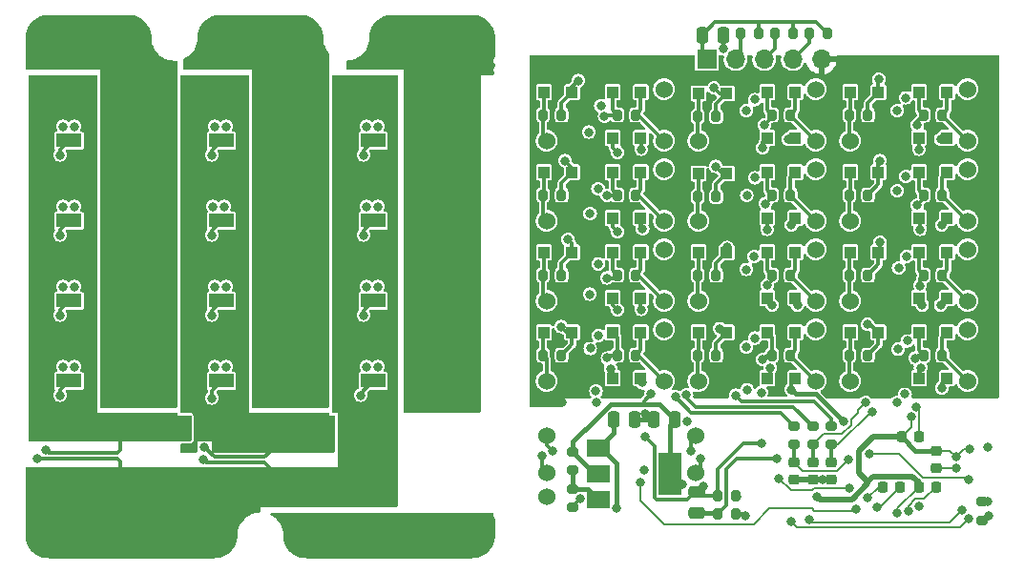
<source format=gbr>
%TF.GenerationSoftware,KiCad,Pcbnew,6.0.9-1.fc36*%
%TF.CreationDate,2022-11-17T16:54:59+00:00*%
%TF.ProjectId,esc,6573632e-6b69-4636-9164-5f7063625858,rev?*%
%TF.SameCoordinates,Original*%
%TF.FileFunction,Copper,L4,Bot*%
%TF.FilePolarity,Positive*%
%FSLAX46Y46*%
G04 Gerber Fmt 4.6, Leading zero omitted, Abs format (unit mm)*
G04 Created by KiCad (PCBNEW 6.0.9-1.fc36) date 2022-11-17 16:54:59*
%MOMM*%
%LPD*%
G01*
G04 APERTURE LIST*
G04 Aperture macros list*
%AMRoundRect*
0 Rectangle with rounded corners*
0 $1 Rounding radius*
0 $2 $3 $4 $5 $6 $7 $8 $9 X,Y pos of 4 corners*
0 Add a 4 corners polygon primitive as box body*
4,1,4,$2,$3,$4,$5,$6,$7,$8,$9,$2,$3,0*
0 Add four circle primitives for the rounded corners*
1,1,$1+$1,$2,$3*
1,1,$1+$1,$4,$5*
1,1,$1+$1,$6,$7*
1,1,$1+$1,$8,$9*
0 Add four rect primitives between the rounded corners*
20,1,$1+$1,$2,$3,$4,$5,0*
20,1,$1+$1,$4,$5,$6,$7,0*
20,1,$1+$1,$6,$7,$8,$9,0*
20,1,$1+$1,$8,$9,$2,$3,0*%
G04 Aperture macros list end*
%TA.AperFunction,ComponentPad*%
%ADD10C,1.524000*%
%TD*%
%TA.AperFunction,ComponentPad*%
%ADD11R,1.700000X1.700000*%
%TD*%
%TA.AperFunction,ComponentPad*%
%ADD12O,1.700000X1.700000*%
%TD*%
%TA.AperFunction,SMDPad,CuDef*%
%ADD13RoundRect,0.200000X-0.200000X-0.275000X0.200000X-0.275000X0.200000X0.275000X-0.200000X0.275000X0*%
%TD*%
%TA.AperFunction,SMDPad,CuDef*%
%ADD14R,2.200000X1.200000*%
%TD*%
%TA.AperFunction,SMDPad,CuDef*%
%ADD15R,6.400000X5.800000*%
%TD*%
%TA.AperFunction,SMDPad,CuDef*%
%ADD16R,1.000000X1.000000*%
%TD*%
%TA.AperFunction,SMDPad,CuDef*%
%ADD17RoundRect,0.200000X0.275000X-0.200000X0.275000X0.200000X-0.275000X0.200000X-0.275000X-0.200000X0*%
%TD*%
%TA.AperFunction,SMDPad,CuDef*%
%ADD18RoundRect,0.250000X-1.425000X0.362500X-1.425000X-0.362500X1.425000X-0.362500X1.425000X0.362500X0*%
%TD*%
%TA.AperFunction,SMDPad,CuDef*%
%ADD19RoundRect,0.200000X-0.275000X0.200000X-0.275000X-0.200000X0.275000X-0.200000X0.275000X0.200000X0*%
%TD*%
%TA.AperFunction,SMDPad,CuDef*%
%ADD20RoundRect,0.200000X0.200000X0.275000X-0.200000X0.275000X-0.200000X-0.275000X0.200000X-0.275000X0*%
%TD*%
%TA.AperFunction,SMDPad,CuDef*%
%ADD21RoundRect,0.250000X-0.475000X0.250000X-0.475000X-0.250000X0.475000X-0.250000X0.475000X0.250000X0*%
%TD*%
%TA.AperFunction,SMDPad,CuDef*%
%ADD22RoundRect,0.225000X-0.250000X0.225000X-0.250000X-0.225000X0.250000X-0.225000X0.250000X0.225000X0*%
%TD*%
%TA.AperFunction,SMDPad,CuDef*%
%ADD23RoundRect,0.250000X-0.250000X-0.475000X0.250000X-0.475000X0.250000X0.475000X-0.250000X0.475000X0*%
%TD*%
%TA.AperFunction,SMDPad,CuDef*%
%ADD24RoundRect,0.225000X-0.225000X-0.250000X0.225000X-0.250000X0.225000X0.250000X-0.225000X0.250000X0*%
%TD*%
%TA.AperFunction,SMDPad,CuDef*%
%ADD25RoundRect,0.225000X0.250000X-0.225000X0.250000X0.225000X-0.250000X0.225000X-0.250000X-0.225000X0*%
%TD*%
%TA.AperFunction,SMDPad,CuDef*%
%ADD26RoundRect,0.225000X0.225000X0.250000X-0.225000X0.250000X-0.225000X-0.250000X0.225000X-0.250000X0*%
%TD*%
%TA.AperFunction,SMDPad,CuDef*%
%ADD27RoundRect,0.250000X0.250000X0.475000X-0.250000X0.475000X-0.250000X-0.475000X0.250000X-0.475000X0*%
%TD*%
%TA.AperFunction,SMDPad,CuDef*%
%ADD28R,2.000000X1.500000*%
%TD*%
%TA.AperFunction,SMDPad,CuDef*%
%ADD29R,2.000000X3.800000*%
%TD*%
%TA.AperFunction,ViaPad*%
%ADD30C,0.800000*%
%TD*%
%TA.AperFunction,Conductor*%
%ADD31C,0.300000*%
%TD*%
%TA.AperFunction,Conductor*%
%ADD32C,0.200000*%
%TD*%
%TA.AperFunction,Conductor*%
%ADD33C,0.400000*%
%TD*%
%TA.AperFunction,Conductor*%
%ADD34C,0.508000*%
%TD*%
G04 APERTURE END LIST*
D10*
%TO.P,J67,1,Pin_1*%
%TO.N,Net-(C42-Pad2)*%
X135128000Y-104648000D03*
%TD*%
%TO.P,J62,1,Pin_1*%
%TO.N,Net-(D29-Pad2)*%
X124714000Y-116332000D03*
%TD*%
%TO.P,J66,1,Pin_1*%
%TO.N,Net-(D31-Pad2)*%
X135128000Y-109220000D03*
%TD*%
%TO.P,J18,1,Pin_1*%
%TO.N,Net-(D7-Pad2)*%
X108204000Y-109220000D03*
%TD*%
%TO.P,J12,1,Pin_1*%
%TO.N,Net-(D4-Pad2)*%
X108204000Y-116332000D03*
%TD*%
%TO.P,J42,1,Pin_1*%
%TO.N,Net-(D19-Pad2)*%
X121666000Y-109220000D03*
%TD*%
%TO.P,J87,1,Pin_1*%
%TO.N,Net-(J87-Pad1)*%
X110998000Y-124460000D03*
%TD*%
%TO.P,J36,1,Pin_1*%
%TO.N,Net-(D16-Pad2)*%
X121666000Y-116332000D03*
%TD*%
D11*
%TO.P,J7,1,Pin_1*%
%TO.N,+3V3*%
X112014000Y-87757000D03*
D12*
%TO.P,J7,2,Pin_2*%
%TO.N,Net-(J7-Pad2)*%
X114554000Y-87757000D03*
%TO.P,J7,3,Pin_3*%
%TO.N,Net-(J7-Pad3)*%
X117094000Y-87757000D03*
%TO.P,J7,4,Pin_4*%
%TO.N,Net-(J7-Pad4)*%
X119634000Y-87757000D03*
%TO.P,J7,5,Pin_5*%
%TO.N,GND*%
X122174000Y-87757000D03*
%TD*%
D10*
%TO.P,J48,1,Pin_1*%
%TO.N,Net-(D22-Pad2)*%
X121666000Y-102108000D03*
%TD*%
%TO.P,J20,1,Pin_1*%
%TO.N,Net-(D8-Pad2)*%
X97790000Y-109220000D03*
%TD*%
%TO.P,J55,1,Pin_1*%
%TO.N,Net-(C38-Pad2)*%
X121666000Y-90424000D03*
%TD*%
%TO.P,J44,1,Pin_1*%
%TO.N,Net-(D20-Pad2)*%
X111252000Y-109220000D03*
%TD*%
%TO.P,J37,1,Pin_1*%
%TO.N,Net-(C32-Pad2)*%
X121666000Y-111760000D03*
%TD*%
%TO.P,J72,1,Pin_1*%
%TO.N,Net-(D34-Pad2)*%
X135128000Y-102108000D03*
%TD*%
%TO.P,J25,1,Pin_1*%
%TO.N,Net-(C28-Pad2)*%
X108204000Y-97536000D03*
%TD*%
%TO.P,J30,1,Pin_1*%
%TO.N,Net-(D13-Pad2)*%
X108204000Y-94996000D03*
%TD*%
%TO.P,J19,1,Pin_1*%
%TO.N,Net-(C26-Pad2)*%
X108204000Y-104648000D03*
%TD*%
%TO.P,J80,1,Pin_1*%
%TO.N,Net-(D38-Pad2)*%
X124714000Y-94996000D03*
%TD*%
%TO.P,J68,1,Pin_1*%
%TO.N,Net-(D32-Pad2)*%
X124714000Y-109220000D03*
%TD*%
%TO.P,J85,1,Pin_1*%
%TO.N,Net-(J85-Pad1)*%
X97790000Y-124460000D03*
%TD*%
%TO.P,J14,1,Pin_1*%
%TO.N,Net-(D5-Pad2)*%
X97790000Y-116332000D03*
%TD*%
%TO.P,J74,1,Pin_1*%
%TO.N,Net-(D35-Pad2)*%
X124714000Y-102108000D03*
%TD*%
%TO.P,J73,1,Pin_1*%
%TO.N,Net-(C44-Pad2)*%
X135128000Y-97536000D03*
%TD*%
%TO.P,J43,1,Pin_1*%
%TO.N,Net-(C34-Pad2)*%
X121666000Y-104648000D03*
%TD*%
%TO.P,J24,1,Pin_1*%
%TO.N,Net-(D10-Pad2)*%
X108204000Y-102108000D03*
%TD*%
%TO.P,J54,1,Pin_1*%
%TO.N,Net-(D25-Pad2)*%
X121666000Y-94996000D03*
%TD*%
%TO.P,J78,1,Pin_1*%
%TO.N,Net-(D37-Pad2)*%
X135128000Y-94996000D03*
%TD*%
%TO.P,J89,1,Pin_1*%
%TO.N,GND*%
X97790000Y-126619000D03*
%TD*%
%TO.P,J86,1,Pin_1*%
%TO.N,Net-(J86-Pad1)*%
X110998000Y-121158000D03*
%TD*%
%TO.P,J31,1,Pin_1*%
%TO.N,Net-(C30-Pad2)*%
X108204000Y-90424000D03*
%TD*%
%TO.P,J56,1,Pin_1*%
%TO.N,Net-(D26-Pad2)*%
X111252000Y-94996000D03*
%TD*%
%TO.P,J79,1,Pin_1*%
%TO.N,Net-(C46-Pad2)*%
X135128000Y-90424000D03*
%TD*%
%TO.P,J32,1,Pin_1*%
%TO.N,Net-(D14-Pad2)*%
X97790000Y-94996000D03*
%TD*%
%TO.P,J13,1,Pin_1*%
%TO.N,Net-(C24-Pad2)*%
X108204000Y-111760000D03*
%TD*%
%TO.P,J26,1,Pin_1*%
%TO.N,Net-(D11-Pad2)*%
X97790000Y-102108000D03*
%TD*%
%TO.P,J50,1,Pin_1*%
%TO.N,Net-(D23-Pad2)*%
X111252000Y-102108000D03*
%TD*%
%TO.P,J38,1,Pin_1*%
%TO.N,Net-(D17-Pad2)*%
X111252000Y-116332000D03*
%TD*%
%TO.P,J60,1,Pin_1*%
%TO.N,Net-(D28-Pad2)*%
X135128000Y-116332000D03*
%TD*%
%TO.P,J84,1,Pin_1*%
%TO.N,Net-(J84-Pad1)*%
X97790000Y-121158000D03*
%TD*%
%TO.P,J49,1,Pin_1*%
%TO.N,Net-(C36-Pad2)*%
X121666000Y-97536000D03*
%TD*%
%TO.P,J61,1,Pin_1*%
%TO.N,Net-(C40-Pad2)*%
X135128000Y-111760000D03*
%TD*%
D13*
%TO.P,R43,1*%
%TO.N,Net-(D19-Pad1)*%
X117793000Y-106934000D03*
%TO.P,R43,2*%
%TO.N,Net-(D19-Pad2)*%
X119443000Y-106934000D03*
%TD*%
D14*
%TO.P,Q14,1,G*%
%TO.N,Net-(J53-Pad1)*%
X68952000Y-116326000D03*
D15*
%TO.P,Q14,2,D*%
%TO.N,/Phases/PHASE_B*%
X75252000Y-114046000D03*
D14*
%TO.P,Q14,3,S*%
%TO.N,/Phases/Phase B/BRIDGE_LOW*%
X68952000Y-111766000D03*
%TD*%
D16*
%TO.P,D18,1,K*%
%TO.N,Net-(C34-Pad1)*%
X117368000Y-108966000D03*
%TO.P,D18,2,A*%
%TO.N,+12V*%
X119868000Y-108966000D03*
%TD*%
%TO.P,D38,1,K*%
%TO.N,Net-(D38-Pad1)*%
X127234000Y-90678000D03*
%TO.P,D38,2,A*%
%TO.N,Net-(D38-Pad2)*%
X124734000Y-90678000D03*
%TD*%
D17*
%TO.P,R26,1*%
%TO.N,/HOME{slash}HALL_C*%
X123063000Y-121983000D03*
%TO.P,R26,2*%
%TO.N,Net-(J7-Pad4)*%
X123063000Y-120333000D03*
%TD*%
D14*
%TO.P,Q24,1,G*%
%TO.N,Net-(J83-Pad1)*%
X82414000Y-94990000D03*
D15*
%TO.P,Q24,2,D*%
%TO.N,/Phases/PHASE_C*%
X88714000Y-92710000D03*
D14*
%TO.P,Q24,3,S*%
%TO.N,GNDPWR*%
X82414000Y-90430000D03*
%TD*%
%TO.P,Q2,1,G*%
%TO.N,Net-(J17-Pad1)*%
X55422000Y-116326000D03*
D15*
%TO.P,Q2,2,D*%
%TO.N,/Phases/PHASE_A*%
X61722000Y-114046000D03*
D14*
%TO.P,Q2,3,S*%
%TO.N,/Phases/Phase A/BRIDGE_LOW*%
X55422000Y-111766000D03*
%TD*%
D13*
%TO.P,R47,1*%
%TO.N,Net-(D25-Pad1)*%
X117793000Y-92710000D03*
%TO.P,R47,2*%
%TO.N,Net-(D25-Pad2)*%
X119443000Y-92710000D03*
%TD*%
D16*
%TO.P,D21,1,K*%
%TO.N,Net-(C36-Pad1)*%
X117368000Y-101854000D03*
%TO.P,D21,2,A*%
%TO.N,+12V*%
X119868000Y-101854000D03*
%TD*%
D18*
%TO.P,R7,1*%
%TO.N,/Phases/Phase B/BRIDGE_LOW*%
X77216000Y-120142000D03*
%TO.P,R7,2*%
%TO.N,GNDPWR*%
X77216000Y-126067000D03*
%TD*%
D19*
%TO.P,R1,1*%
%TO.N,+3V3*%
X136398000Y-127064000D03*
%TO.P,R1,2*%
%TO.N,/~{MCLR}*%
X136398000Y-128714000D03*
%TD*%
D16*
%TO.P,D4,1,K*%
%TO.N,Net-(D4-Pad1)*%
X103652000Y-112014000D03*
%TO.P,D4,2,A*%
%TO.N,Net-(D4-Pad2)*%
X106152000Y-112014000D03*
%TD*%
D17*
%TO.P,R25,1*%
%TO.N,/QEI_B{slash}HALL_B*%
X121412000Y-121983000D03*
%TO.P,R25,2*%
%TO.N,Net-(J7-Pad3)*%
X121412000Y-120333000D03*
%TD*%
D18*
%TO.P,R3,1*%
%TO.N,/Phases/Phase A/BRIDGE_LOW*%
X59944000Y-120142000D03*
%TO.P,R3,2*%
%TO.N,GNDPWR*%
X59944000Y-126067000D03*
%TD*%
D16*
%TO.P,D5,1,K*%
%TO.N,Net-(D5-Pad1)*%
X100056000Y-112014000D03*
%TO.P,D5,2,A*%
%TO.N,Net-(D5-Pad2)*%
X97556000Y-112014000D03*
%TD*%
D20*
%TO.P,R40,1*%
%TO.N,Net-(D14-Pad1)*%
X99123000Y-92710000D03*
%TO.P,R40,2*%
%TO.N,Net-(D14-Pad2)*%
X97473000Y-92710000D03*
%TD*%
D16*
%TO.P,D31,1,K*%
%TO.N,Net-(D31-Pad1)*%
X130830000Y-104902000D03*
%TO.P,D31,2,A*%
%TO.N,Net-(D31-Pad2)*%
X133330000Y-104902000D03*
%TD*%
%TO.P,D27,1,K*%
%TO.N,Net-(C40-Pad1)*%
X130830000Y-116078000D03*
%TO.P,D27,2,A*%
%TO.N,+12V*%
X133330000Y-116078000D03*
%TD*%
D18*
%TO.P,R4,1*%
%TO.N,/Phases/Phase A/BRIDGE_LOW*%
X64008000Y-120142000D03*
%TO.P,R4,2*%
%TO.N,GNDPWR*%
X64008000Y-126067000D03*
%TD*%
D16*
%TO.P,D37,1,K*%
%TO.N,Net-(D37-Pad1)*%
X130830000Y-90678000D03*
%TO.P,D37,2,A*%
%TO.N,Net-(D37-Pad2)*%
X133330000Y-90678000D03*
%TD*%
%TO.P,D7,1,K*%
%TO.N,Net-(D7-Pad1)*%
X103652000Y-104902000D03*
%TO.P,D7,2,A*%
%TO.N,Net-(D7-Pad2)*%
X106152000Y-104902000D03*
%TD*%
D20*
%TO.P,R42,1*%
%TO.N,Net-(D17-Pad1)*%
X112839000Y-114046000D03*
%TO.P,R42,2*%
%TO.N,Net-(D17-Pad2)*%
X111189000Y-114046000D03*
%TD*%
D13*
%TO.P,R45,1*%
%TO.N,Net-(D22-Pad1)*%
X117793000Y-99822000D03*
%TO.P,R45,2*%
%TO.N,Net-(D22-Pad2)*%
X119443000Y-99822000D03*
%TD*%
D16*
%TO.P,D20,1,K*%
%TO.N,Net-(D20-Pad1)*%
X113772000Y-104902000D03*
%TO.P,D20,2,A*%
%TO.N,Net-(D20-Pad2)*%
X111272000Y-104902000D03*
%TD*%
D14*
%TO.P,Q18,1,G*%
%TO.N,Net-(J65-Pad1)*%
X82414000Y-116326000D03*
D15*
%TO.P,Q18,2,D*%
%TO.N,/Phases/PHASE_C*%
X88714000Y-114046000D03*
D14*
%TO.P,Q18,3,S*%
%TO.N,GNDPWR*%
X82414000Y-111766000D03*
%TD*%
%TO.P,Q4,1,G*%
%TO.N,Net-(J23-Pad1)*%
X55422000Y-109216000D03*
D15*
%TO.P,Q4,2,D*%
%TO.N,/Phases/PHASE_A*%
X61722000Y-106936000D03*
D14*
%TO.P,Q4,3,S*%
%TO.N,/Phases/Phase A/BRIDGE_LOW*%
X55422000Y-104656000D03*
%TD*%
D16*
%TO.P,D32,1,K*%
%TO.N,Net-(D32-Pad1)*%
X127234000Y-104902000D03*
%TO.P,D32,2,A*%
%TO.N,Net-(D32-Pad2)*%
X124734000Y-104902000D03*
%TD*%
D20*
%TO.P,R52,1*%
%TO.N,Net-(D32-Pad1)*%
X126301000Y-106934000D03*
%TO.P,R52,2*%
%TO.N,Net-(D32-Pad2)*%
X124651000Y-106934000D03*
%TD*%
D21*
%TO.P,C17,1*%
%TO.N,+3.3VA*%
X111125000Y-126177000D03*
%TO.P,C17,2*%
%TO.N,GNDA*%
X111125000Y-128077000D03*
%TD*%
D16*
%TO.P,D14,1,K*%
%TO.N,Net-(D14-Pad1)*%
X100056000Y-90678000D03*
%TO.P,D14,2,A*%
%TO.N,Net-(D14-Pad2)*%
X97556000Y-90678000D03*
%TD*%
%TO.P,D33,1,K*%
%TO.N,Net-(C44-Pad1)*%
X130830000Y-101854000D03*
%TO.P,D33,2,A*%
%TO.N,+12V*%
X133330000Y-101854000D03*
%TD*%
D17*
%TO.P,R24,1*%
%TO.N,/QEI_A{slash}HALL_A*%
X119761000Y-121983000D03*
%TO.P,R24,2*%
%TO.N,Net-(J7-Pad2)*%
X119761000Y-120333000D03*
%TD*%
D19*
%TO.P,R20,1*%
%TO.N,Net-(R20-Pad1)*%
X100101000Y-125921000D03*
%TO.P,R20,2*%
%TO.N,GND*%
X100101000Y-127571000D03*
%TD*%
D13*
%TO.P,R51,1*%
%TO.N,Net-(D31-Pad1)*%
X131255000Y-106934000D03*
%TO.P,R51,2*%
%TO.N,Net-(D31-Pad2)*%
X132905000Y-106934000D03*
%TD*%
D22*
%TO.P,C21,1*%
%TO.N,/HOME{slash}HALL_C*%
X123063000Y-123558000D03*
%TO.P,C21,2*%
%TO.N,GND*%
X123063000Y-125108000D03*
%TD*%
D14*
%TO.P,Q6,1,G*%
%TO.N,Net-(J29-Pad1)*%
X55422000Y-102103000D03*
D15*
%TO.P,Q6,2,D*%
%TO.N,/Phases/PHASE_A*%
X61722000Y-99823000D03*
D14*
%TO.P,Q6,3,S*%
%TO.N,/Phases/Phase A/BRIDGE_LOW*%
X55422000Y-97543000D03*
%TD*%
D16*
%TO.P,D6,1,K*%
%TO.N,Net-(C26-Pad1)*%
X103652000Y-108966000D03*
%TO.P,D6,2,A*%
%TO.N,+12V*%
X106152000Y-108966000D03*
%TD*%
D20*
%TO.P,R36,1*%
%TO.N,Net-(D8-Pad1)*%
X99123000Y-106934000D03*
%TO.P,R36,2*%
%TO.N,Net-(D8-Pad2)*%
X97473000Y-106934000D03*
%TD*%
D16*
%TO.P,D22,1,K*%
%TO.N,Net-(D22-Pad1)*%
X117368000Y-97790000D03*
%TO.P,D22,2,A*%
%TO.N,Net-(D22-Pad2)*%
X119868000Y-97790000D03*
%TD*%
D23*
%TO.P,C15,1*%
%TO.N,+5V*%
X103723000Y-119761000D03*
%TO.P,C15,2*%
%TO.N,GND*%
X105623000Y-119761000D03*
%TD*%
D20*
%TO.P,R29,1*%
%TO.N,+3V3*%
X122745000Y-85471000D03*
%TO.P,R29,2*%
%TO.N,Net-(J7-Pad4)*%
X121095000Y-85471000D03*
%TD*%
D14*
%TO.P,Q22,1,G*%
%TO.N,Net-(J77-Pad1)*%
X82414000Y-102103000D03*
D15*
%TO.P,Q22,2,D*%
%TO.N,/Phases/PHASE_C*%
X88714000Y-99823000D03*
D14*
%TO.P,Q22,3,S*%
%TO.N,GNDPWR*%
X82414000Y-97543000D03*
%TD*%
D20*
%TO.P,R34,1*%
%TO.N,Net-(D5-Pad1)*%
X99123000Y-114046000D03*
%TO.P,R34,2*%
%TO.N,Net-(D5-Pad2)*%
X97473000Y-114046000D03*
%TD*%
%TO.P,R50,1*%
%TO.N,Net-(D29-Pad1)*%
X126301000Y-114046000D03*
%TO.P,R50,2*%
%TO.N,Net-(D29-Pad2)*%
X124651000Y-114046000D03*
%TD*%
%TO.P,R28,1*%
%TO.N,+3V3*%
X119697000Y-85471000D03*
%TO.P,R28,2*%
%TO.N,Net-(J7-Pad3)*%
X118047000Y-85471000D03*
%TD*%
D16*
%TO.P,D12,1,K*%
%TO.N,Net-(C30-Pad1)*%
X103652000Y-94742000D03*
%TO.P,D12,2,A*%
%TO.N,+12V*%
X106152000Y-94742000D03*
%TD*%
D24*
%TO.P,C6,1*%
%TO.N,+3.3VA*%
X127622000Y-125730000D03*
%TO.P,C6,2*%
%TO.N,GNDA*%
X129172000Y-125730000D03*
%TD*%
D20*
%TO.P,R60,1*%
%TO.N,+3V3*%
X114617000Y-126492000D03*
%TO.P,R60,2*%
%TO.N,+3.3VA*%
X112967000Y-126492000D03*
%TD*%
%TO.P,R61,1*%
%TO.N,GND*%
X114617000Y-128143000D03*
%TO.P,R61,2*%
%TO.N,GNDA*%
X112967000Y-128143000D03*
%TD*%
D16*
%TO.P,D9,1,K*%
%TO.N,Net-(C28-Pad1)*%
X103652000Y-101854000D03*
%TO.P,D9,2,A*%
%TO.N,+12V*%
X106152000Y-101854000D03*
%TD*%
D23*
%TO.P,C22,1*%
%TO.N,+3V3*%
X111572000Y-85598000D03*
%TO.P,C22,2*%
%TO.N,GND*%
X113472000Y-85598000D03*
%TD*%
D20*
%TO.P,R38,1*%
%TO.N,Net-(D11-Pad1)*%
X99123000Y-99822000D03*
%TO.P,R38,2*%
%TO.N,Net-(D11-Pad2)*%
X97473000Y-99822000D03*
%TD*%
D14*
%TO.P,Q16,1,G*%
%TO.N,Net-(J59-Pad1)*%
X68952000Y-94990000D03*
D15*
%TO.P,Q16,2,D*%
%TO.N,/Phases/PHASE_B*%
X75252000Y-92710000D03*
D14*
%TO.P,Q16,3,S*%
%TO.N,/Phases/Phase B/BRIDGE_LOW*%
X68952000Y-90430000D03*
%TD*%
%TO.P,Q10,1,G*%
%TO.N,Net-(J41-Pad1)*%
X68952000Y-102103000D03*
D15*
%TO.P,Q10,2,D*%
%TO.N,/Phases/PHASE_B*%
X75252000Y-99823000D03*
D14*
%TO.P,Q10,3,S*%
%TO.N,/Phases/Phase B/BRIDGE_LOW*%
X68952000Y-97543000D03*
%TD*%
D16*
%TO.P,D26,1,K*%
%TO.N,Net-(D26-Pad1)*%
X113772000Y-90805000D03*
%TO.P,D26,2,A*%
%TO.N,Net-(D26-Pad2)*%
X111272000Y-90805000D03*
%TD*%
D25*
%TO.P,C1,1*%
%TO.N,GND*%
X132334000Y-124092000D03*
%TO.P,C1,2*%
%TO.N,+3V3*%
X132334000Y-122542000D03*
%TD*%
D20*
%TO.P,R54,1*%
%TO.N,Net-(D35-Pad1)*%
X126301000Y-99822000D03*
%TO.P,R54,2*%
%TO.N,Net-(D35-Pad2)*%
X124651000Y-99822000D03*
%TD*%
D16*
%TO.P,D29,1,K*%
%TO.N,Net-(D29-Pad1)*%
X127234000Y-112014000D03*
%TO.P,D29,2,A*%
%TO.N,Net-(D29-Pad2)*%
X124734000Y-112014000D03*
%TD*%
%TO.P,D25,1,K*%
%TO.N,Net-(D25-Pad1)*%
X117368000Y-90678000D03*
%TO.P,D25,2,A*%
%TO.N,Net-(D25-Pad2)*%
X119868000Y-90678000D03*
%TD*%
%TO.P,D13,1,K*%
%TO.N,Net-(D13-Pad1)*%
X103652000Y-90678000D03*
%TO.P,D13,2,A*%
%TO.N,Net-(D13-Pad2)*%
X106152000Y-90678000D03*
%TD*%
D26*
%TO.P,C4,1*%
%TO.N,GND*%
X132347000Y-125730000D03*
%TO.P,C4,2*%
%TO.N,+3V3*%
X130797000Y-125730000D03*
%TD*%
D16*
%TO.P,D16,1,K*%
%TO.N,Net-(D16-Pad1)*%
X117368000Y-112014000D03*
%TO.P,D16,2,A*%
%TO.N,Net-(D16-Pad2)*%
X119868000Y-112014000D03*
%TD*%
%TO.P,D19,1,K*%
%TO.N,Net-(D19-Pad1)*%
X117368000Y-104902000D03*
%TO.P,D19,2,A*%
%TO.N,Net-(D19-Pad2)*%
X119868000Y-104902000D03*
%TD*%
D27*
%TO.P,C16,1*%
%TO.N,+3V3*%
X109179000Y-119761000D03*
%TO.P,C16,2*%
%TO.N,GND*%
X107279000Y-119761000D03*
%TD*%
D16*
%TO.P,D28,1,K*%
%TO.N,Net-(D28-Pad1)*%
X130830000Y-112014000D03*
%TO.P,D28,2,A*%
%TO.N,Net-(D28-Pad2)*%
X133330000Y-112014000D03*
%TD*%
D28*
%TO.P,U4,1,ADJ*%
%TO.N,Net-(R20-Pad1)*%
X102412000Y-126887000D03*
%TO.P,U4,2,VO*%
%TO.N,+3V3*%
X102412000Y-124587000D03*
D29*
X108712000Y-124587000D03*
D28*
%TO.P,U4,3,VI*%
%TO.N,+5V*%
X102412000Y-122287000D03*
%TD*%
D19*
%TO.P,R21,1*%
%TO.N,+3V3*%
X100101000Y-122619000D03*
%TO.P,R21,2*%
%TO.N,Net-(R20-Pad1)*%
X100101000Y-124269000D03*
%TD*%
D13*
%TO.P,R37,1*%
%TO.N,Net-(D10-Pad1)*%
X104077000Y-99822000D03*
%TO.P,R37,2*%
%TO.N,Net-(D10-Pad2)*%
X105727000Y-99822000D03*
%TD*%
D16*
%TO.P,D8,1,K*%
%TO.N,Net-(D8-Pad1)*%
X100056000Y-104902000D03*
%TO.P,D8,2,A*%
%TO.N,Net-(D8-Pad2)*%
X97556000Y-104902000D03*
%TD*%
%TO.P,D34,1,K*%
%TO.N,Net-(D34-Pad1)*%
X130830000Y-97790000D03*
%TO.P,D34,2,A*%
%TO.N,Net-(D34-Pad2)*%
X133330000Y-97790000D03*
%TD*%
%TO.P,D10,1,K*%
%TO.N,Net-(D10-Pad1)*%
X103652000Y-97790000D03*
%TO.P,D10,2,A*%
%TO.N,Net-(D10-Pad2)*%
X106152000Y-97790000D03*
%TD*%
D13*
%TO.P,R49,1*%
%TO.N,Net-(D28-Pad1)*%
X131255000Y-114046000D03*
%TO.P,R49,2*%
%TO.N,Net-(D28-Pad2)*%
X132905000Y-114046000D03*
%TD*%
D18*
%TO.P,R6,1*%
%TO.N,/Phases/Phase B/BRIDGE_LOW*%
X73152000Y-120142000D03*
%TO.P,R6,2*%
%TO.N,GNDPWR*%
X73152000Y-126067000D03*
%TD*%
D16*
%TO.P,D24,1,K*%
%TO.N,Net-(C38-Pad1)*%
X117368000Y-94742000D03*
%TO.P,D24,2,A*%
%TO.N,+12V*%
X119868000Y-94742000D03*
%TD*%
D13*
%TO.P,R35,1*%
%TO.N,Net-(D7-Pad1)*%
X104077000Y-106934000D03*
%TO.P,R35,2*%
%TO.N,Net-(D7-Pad2)*%
X105727000Y-106934000D03*
%TD*%
D16*
%TO.P,D36,1,K*%
%TO.N,Net-(C46-Pad1)*%
X130830000Y-94742000D03*
%TO.P,D36,2,A*%
%TO.N,+12V*%
X133330000Y-94742000D03*
%TD*%
D22*
%TO.P,C19,1*%
%TO.N,/QEI_A{slash}HALL_A*%
X119761000Y-123558000D03*
%TO.P,C19,2*%
%TO.N,GND*%
X119761000Y-125108000D03*
%TD*%
D20*
%TO.P,R48,1*%
%TO.N,Net-(D26-Pad1)*%
X112839000Y-92837000D03*
%TO.P,R48,2*%
%TO.N,Net-(D26-Pad2)*%
X111189000Y-92837000D03*
%TD*%
D14*
%TO.P,Q8,1,G*%
%TO.N,Net-(J35-Pad1)*%
X55422000Y-94990000D03*
D15*
%TO.P,Q8,2,D*%
%TO.N,/Phases/PHASE_A*%
X61722000Y-92710000D03*
D14*
%TO.P,Q8,3,S*%
%TO.N,/Phases/Phase A/BRIDGE_LOW*%
X55422000Y-90430000D03*
%TD*%
D16*
%TO.P,D11,1,K*%
%TO.N,Net-(D11-Pad1)*%
X100056000Y-97790000D03*
%TO.P,D11,2,A*%
%TO.N,Net-(D11-Pad2)*%
X97556000Y-97790000D03*
%TD*%
D20*
%TO.P,R46,1*%
%TO.N,Net-(D23-Pad1)*%
X112839000Y-99949000D03*
%TO.P,R46,2*%
%TO.N,Net-(D23-Pad2)*%
X111189000Y-99949000D03*
%TD*%
%TO.P,R27,1*%
%TO.N,+3V3*%
X116649000Y-85471000D03*
%TO.P,R27,2*%
%TO.N,Net-(J7-Pad2)*%
X114999000Y-85471000D03*
%TD*%
D13*
%TO.P,R55,1*%
%TO.N,Net-(D37-Pad1)*%
X131255000Y-92710000D03*
%TO.P,R55,2*%
%TO.N,Net-(D37-Pad2)*%
X132905000Y-92710000D03*
%TD*%
D14*
%TO.P,Q20,1,G*%
%TO.N,Net-(J71-Pad1)*%
X82414000Y-109216000D03*
D15*
%TO.P,Q20,2,D*%
%TO.N,/Phases/PHASE_C*%
X88714000Y-106936000D03*
D14*
%TO.P,Q20,3,S*%
%TO.N,GNDPWR*%
X82414000Y-104656000D03*
%TD*%
D20*
%TO.P,R56,1*%
%TO.N,Net-(D38-Pad1)*%
X126301000Y-92710000D03*
%TO.P,R56,2*%
%TO.N,Net-(D38-Pad2)*%
X124651000Y-92710000D03*
%TD*%
D16*
%TO.P,D23,1,K*%
%TO.N,Net-(D23-Pad1)*%
X113772000Y-97917000D03*
%TO.P,D23,2,A*%
%TO.N,Net-(D23-Pad2)*%
X111272000Y-97917000D03*
%TD*%
%TO.P,D3,1,K*%
%TO.N,Net-(C24-Pad1)*%
X103652000Y-116078000D03*
%TO.P,D3,2,A*%
%TO.N,+12V*%
X106152000Y-116078000D03*
%TD*%
%TO.P,D17,1,K*%
%TO.N,Net-(D17-Pad1)*%
X113772000Y-112014000D03*
%TO.P,D17,2,A*%
%TO.N,Net-(D17-Pad2)*%
X111272000Y-112014000D03*
%TD*%
D13*
%TO.P,R41,1*%
%TO.N,Net-(D16-Pad1)*%
X117793000Y-114046000D03*
%TO.P,R41,2*%
%TO.N,Net-(D16-Pad2)*%
X119443000Y-114046000D03*
%TD*%
D16*
%TO.P,D35,1,K*%
%TO.N,Net-(D35-Pad1)*%
X127234000Y-97790000D03*
%TO.P,D35,2,A*%
%TO.N,Net-(D35-Pad2)*%
X124734000Y-97790000D03*
%TD*%
D18*
%TO.P,R5,1*%
%TO.N,/Phases/Phase B/BRIDGE_LOW*%
X69088000Y-120142000D03*
%TO.P,R5,2*%
%TO.N,GNDPWR*%
X69088000Y-126067000D03*
%TD*%
D16*
%TO.P,D15,1,K*%
%TO.N,Net-(C32-Pad1)*%
X117368000Y-116078000D03*
%TO.P,D15,2,A*%
%TO.N,+12V*%
X119868000Y-116078000D03*
%TD*%
%TO.P,D30,1,K*%
%TO.N,Net-(C42-Pad1)*%
X130830000Y-108966000D03*
%TO.P,D30,2,A*%
%TO.N,+12V*%
X133330000Y-108966000D03*
%TD*%
D13*
%TO.P,R33,1*%
%TO.N,Net-(D4-Pad1)*%
X104077000Y-114046000D03*
%TO.P,R33,2*%
%TO.N,Net-(D4-Pad2)*%
X105727000Y-114046000D03*
%TD*%
D14*
%TO.P,Q12,1,G*%
%TO.N,Net-(J47-Pad1)*%
X68952000Y-109216000D03*
D15*
%TO.P,Q12,2,D*%
%TO.N,/Phases/PHASE_B*%
X75252000Y-106936000D03*
D14*
%TO.P,Q12,3,S*%
%TO.N,/Phases/Phase B/BRIDGE_LOW*%
X68952000Y-104656000D03*
%TD*%
D26*
%TO.P,C3,1*%
%TO.N,GND*%
X130823000Y-121285000D03*
%TO.P,C3,2*%
%TO.N,+3V3*%
X129273000Y-121285000D03*
%TD*%
D13*
%TO.P,R53,1*%
%TO.N,Net-(D34-Pad1)*%
X131255000Y-99822000D03*
%TO.P,R53,2*%
%TO.N,Net-(D34-Pad2)*%
X132905000Y-99822000D03*
%TD*%
D20*
%TO.P,R44,1*%
%TO.N,Net-(D20-Pad1)*%
X112839000Y-106934000D03*
%TO.P,R44,2*%
%TO.N,Net-(D20-Pad2)*%
X111189000Y-106934000D03*
%TD*%
D18*
%TO.P,R2,1*%
%TO.N,/Phases/Phase A/BRIDGE_LOW*%
X55880000Y-120142000D03*
%TO.P,R2,2*%
%TO.N,GNDPWR*%
X55880000Y-126067000D03*
%TD*%
D13*
%TO.P,R39,1*%
%TO.N,Net-(D13-Pad1)*%
X104077000Y-92710000D03*
%TO.P,R39,2*%
%TO.N,Net-(D13-Pad2)*%
X105727000Y-92710000D03*
%TD*%
D22*
%TO.P,C20,1*%
%TO.N,/QEI_B{slash}HALL_B*%
X121412000Y-123558000D03*
%TO.P,C20,2*%
%TO.N,GND*%
X121412000Y-125108000D03*
%TD*%
D30*
%TO.N,VDD*%
X88900000Y-131064000D03*
X69215000Y-100838000D03*
X86868000Y-130048000D03*
X84836000Y-130048000D03*
X86868000Y-129032000D03*
X85852000Y-131064000D03*
X76708000Y-130048000D03*
X83820000Y-130048000D03*
X68199000Y-100838000D03*
X82804000Y-107950000D03*
X81788000Y-93726000D03*
X77724000Y-130048000D03*
X87884000Y-131064000D03*
X89916000Y-131064000D03*
X78740000Y-130048000D03*
X69342000Y-93726000D03*
X77724000Y-129032000D03*
X79756000Y-131064000D03*
X68326000Y-107950000D03*
X86868000Y-131064000D03*
X55880000Y-115062000D03*
X69342000Y-107950000D03*
X54864000Y-100838000D03*
X84836000Y-131064000D03*
X89916000Y-129032000D03*
X81788000Y-129032000D03*
X82804000Y-93726000D03*
X68326000Y-93726000D03*
X87884000Y-130048000D03*
X88900000Y-129032000D03*
X81788000Y-115062000D03*
X76708000Y-129032000D03*
X81788000Y-131064000D03*
X54864000Y-115062000D03*
X55880000Y-93726000D03*
X90932000Y-130048000D03*
X77724000Y-131064000D03*
X81788000Y-130048000D03*
X85852000Y-130048000D03*
X90932000Y-129032000D03*
X80772000Y-129032000D03*
X55880000Y-107950000D03*
X55880000Y-100838000D03*
X79756000Y-129032000D03*
X78740000Y-129032000D03*
X83820000Y-129032000D03*
X54864000Y-107950000D03*
X69342000Y-115062000D03*
X82804000Y-129032000D03*
X82804000Y-130048000D03*
X81788000Y-100838000D03*
X68326000Y-115062000D03*
X80772000Y-131064000D03*
X82804000Y-131064000D03*
X85852000Y-129032000D03*
X79756000Y-130048000D03*
X84836000Y-129032000D03*
X87884000Y-129032000D03*
X81788000Y-107950000D03*
X89916000Y-130048000D03*
X90932000Y-131064000D03*
X82804000Y-115062000D03*
X76708000Y-131064000D03*
X88900000Y-130048000D03*
X83820000Y-131064000D03*
X78740000Y-131064000D03*
X82804000Y-100838000D03*
X54864000Y-93726000D03*
X80772000Y-130048000D03*
%TO.N,/Phases/PHASE_A*%
X57658000Y-85852000D03*
X63246000Y-100838000D03*
X64262000Y-113030000D03*
X54610000Y-86868000D03*
X58674000Y-85852000D03*
X64262000Y-114046000D03*
X53594000Y-85852000D03*
X64262000Y-115062000D03*
X64262000Y-100838000D03*
X56642000Y-84836000D03*
X62230000Y-92710000D03*
X63246000Y-114046000D03*
X62230000Y-105918000D03*
X60706000Y-85852000D03*
X56642000Y-86868000D03*
X64262000Y-105918000D03*
X63246000Y-91694000D03*
X64262000Y-107950000D03*
X64262000Y-99822000D03*
X58674000Y-86868000D03*
X64262000Y-93726000D03*
X64262000Y-91694000D03*
X64262000Y-98806000D03*
X59690000Y-85852000D03*
X55626000Y-86868000D03*
X63246000Y-105918000D03*
X62230000Y-91694000D03*
X55626000Y-85852000D03*
X63246000Y-115062000D03*
X62230000Y-106934000D03*
X59690000Y-86868000D03*
X63246000Y-107950000D03*
X64262000Y-92710000D03*
X62230000Y-99822000D03*
X63246000Y-98806000D03*
X63246000Y-93726000D03*
X63246000Y-113030000D03*
X58674000Y-84836000D03*
X54610000Y-84836000D03*
X55626000Y-84836000D03*
X63246000Y-92710000D03*
X62230000Y-100838000D03*
X53594000Y-86868000D03*
X62230000Y-98806000D03*
X63246000Y-106934000D03*
X64262000Y-106934000D03*
X57658000Y-84836000D03*
X60706000Y-84836000D03*
X63246000Y-99822000D03*
X62230000Y-114046000D03*
X59690000Y-84836000D03*
X56642000Y-85852000D03*
X60706000Y-86868000D03*
X62230000Y-113030000D03*
X62230000Y-115062000D03*
X54610000Y-85852000D03*
X62230000Y-93726000D03*
X62230000Y-107950000D03*
X53594000Y-84836000D03*
X57658000Y-86868000D03*
%TO.N,/Phases/Phase A/BRIDGE_LOW*%
X53340000Y-122428000D03*
%TO.N,/Phases/PHASE_B*%
X76708000Y-91694000D03*
X75692000Y-115062000D03*
X74930000Y-84836000D03*
X75946000Y-84836000D03*
X76708000Y-100838000D03*
X74930000Y-85852000D03*
X75692000Y-100838000D03*
X75692000Y-107950000D03*
X75692000Y-106934000D03*
X77724000Y-115062000D03*
X74930000Y-86868000D03*
X73914000Y-86868000D03*
X77724000Y-106934000D03*
X71882000Y-86868000D03*
X76708000Y-99822000D03*
X76708000Y-114046000D03*
X71882000Y-84836000D03*
X71882000Y-85852000D03*
X76708000Y-106934000D03*
X72898000Y-85852000D03*
X73914000Y-84836000D03*
X75692000Y-99822000D03*
X75946000Y-86868000D03*
X77724000Y-99822000D03*
X76708000Y-92710000D03*
X75692000Y-92710000D03*
X69850000Y-86868000D03*
X76708000Y-93726000D03*
X77724000Y-113030000D03*
X77724000Y-100838000D03*
X75692000Y-105918000D03*
X77724000Y-105918000D03*
X70866000Y-84836000D03*
X76708000Y-107950000D03*
X73914000Y-85852000D03*
X68834000Y-85852000D03*
X68834000Y-84836000D03*
X75692000Y-91694000D03*
X72898000Y-86868000D03*
X77724000Y-98806000D03*
X76708000Y-105918000D03*
X75692000Y-113030000D03*
X68834000Y-86868000D03*
X76708000Y-98806000D03*
X77724000Y-92710000D03*
X77724000Y-114046000D03*
X72898000Y-84836000D03*
X76708000Y-115062000D03*
X69850000Y-84836000D03*
X76708000Y-113030000D03*
X70866000Y-85852000D03*
X69850000Y-85852000D03*
X77724000Y-91694000D03*
X75692000Y-114046000D03*
X75692000Y-98806000D03*
X75692000Y-93726000D03*
X77724000Y-107950000D03*
X77724000Y-93726000D03*
X75946000Y-85852000D03*
X70866000Y-86868000D03*
%TO.N,/Phases/Phase B/BRIDGE_LOW*%
X67437000Y-122174000D03*
%TO.N,/Phases/PHASE_C*%
X90170000Y-107950000D03*
X91186000Y-106934000D03*
X90170000Y-113030000D03*
X84074000Y-84836000D03*
X90170000Y-105918000D03*
X91186000Y-105918000D03*
X91186000Y-98806000D03*
X89154000Y-106934000D03*
X89154000Y-113030000D03*
X90170000Y-93726000D03*
X91186000Y-86868000D03*
X87122000Y-86868000D03*
X91186000Y-114046000D03*
X89154000Y-105918000D03*
X84074000Y-85852000D03*
X89154000Y-84836000D03*
X90170000Y-99822000D03*
X91186000Y-92710000D03*
X90170000Y-86868000D03*
X91186000Y-85852000D03*
X89154000Y-86868000D03*
X89154000Y-115062000D03*
X90170000Y-91694000D03*
X84074000Y-86868000D03*
X90170000Y-114046000D03*
X88138000Y-86868000D03*
X86106000Y-86868000D03*
X89154000Y-92710000D03*
X90170000Y-115062000D03*
X89154000Y-91694000D03*
X90170000Y-106934000D03*
X87122000Y-85852000D03*
X88138000Y-85852000D03*
X91186000Y-84836000D03*
X89154000Y-99822000D03*
X86106000Y-84836000D03*
X91186000Y-100838000D03*
X91186000Y-93726000D03*
X91186000Y-107950000D03*
X90170000Y-85852000D03*
X90170000Y-98806000D03*
X90170000Y-100838000D03*
X88138000Y-84836000D03*
X91186000Y-91694000D03*
X85090000Y-85852000D03*
X91186000Y-99822000D03*
X89154000Y-114046000D03*
X89154000Y-98806000D03*
X85090000Y-86868000D03*
X85090000Y-84836000D03*
X87122000Y-84836000D03*
X91186000Y-115062000D03*
X89154000Y-93726000D03*
X86106000Y-85852000D03*
X91186000Y-113030000D03*
X90170000Y-84836000D03*
X89154000Y-100838000D03*
X90170000Y-92710000D03*
X89154000Y-107950000D03*
X89154000Y-85852000D03*
%TO.N,GNDPWR*%
X52578000Y-123190000D03*
X57912000Y-130048000D03*
X68072000Y-129032000D03*
X66040000Y-131064000D03*
X68072000Y-130048000D03*
X65024000Y-130048000D03*
X66040000Y-130048000D03*
X64008000Y-130048000D03*
X57912000Y-129032000D03*
X68072000Y-131064000D03*
X61976000Y-130048000D03*
X62992000Y-129032000D03*
X59944000Y-130048000D03*
X58928000Y-130048000D03*
X53467000Y-127127000D03*
X53848000Y-131064000D03*
X60960000Y-131064000D03*
X55880000Y-131064000D03*
X61976000Y-129032000D03*
X67056000Y-129032000D03*
X59944000Y-131064000D03*
X67056000Y-130048000D03*
X64008000Y-131064000D03*
X58928000Y-129032000D03*
X59944000Y-129032000D03*
X65024000Y-131064000D03*
X64008000Y-129032000D03*
X56896000Y-131064000D03*
X55880000Y-130048000D03*
X53848000Y-130048000D03*
X52451000Y-127127000D03*
X67056000Y-131064000D03*
X53848000Y-129032000D03*
X61976000Y-131064000D03*
X53467000Y-126111000D03*
X56896000Y-130048000D03*
X54864000Y-129032000D03*
X57912000Y-131064000D03*
X62992000Y-130048000D03*
X67310000Y-123317000D03*
X60960000Y-129032000D03*
X54864000Y-130048000D03*
X65024000Y-129032000D03*
X62992000Y-131064000D03*
X55880000Y-129032000D03*
X52451000Y-126111000D03*
X60960000Y-130048000D03*
X56896000Y-129032000D03*
X66040000Y-129032000D03*
X58928000Y-131064000D03*
X54864000Y-131064000D03*
%TO.N,/Phases/A_CURRENT_SENSE*%
X125243037Y-127682793D03*
X106112965Y-125349000D03*
%TO.N,GND*%
X129895955Y-127896571D03*
X130599999Y-118654951D03*
X134112000Y-124079000D03*
X108068525Y-98890745D03*
X122288000Y-125108000D03*
X110278500Y-119888000D03*
X108077000Y-106045000D03*
X106553000Y-119273501D03*
X121666000Y-91948000D03*
X98171000Y-118237000D03*
X121666000Y-99060000D03*
X107950000Y-91821000D03*
X134874000Y-106045000D03*
X136906000Y-122174000D03*
X135001000Y-91821000D03*
X121539000Y-113284000D03*
X108077000Y-113157000D03*
X134747000Y-98933000D03*
X134874000Y-113284000D03*
X97155000Y-118237000D03*
X115443000Y-128332500D03*
X100812500Y-126790827D03*
X99187000Y-118237000D03*
X113463138Y-86802496D03*
X121539000Y-106172000D03*
%TO.N,+3V3*%
X109855000Y-125476000D03*
X128905683Y-128032096D03*
X130122325Y-119532919D03*
X134112000Y-123079497D03*
X136906000Y-127070500D03*
X121793000Y-126631500D03*
X107061000Y-117475000D03*
X114681000Y-126619000D03*
X135349810Y-122343074D03*
%TO.N,/Phases/B_CURRENT_SENSE*%
X124686002Y-125878390D03*
X118364000Y-124968000D03*
%TO.N,+5V*%
X104013000Y-127635000D03*
%TO.N,+3.3VA*%
X106553000Y-121285000D03*
X126262525Y-126723795D03*
X111659204Y-125650167D03*
X116880125Y-121909125D03*
%TO.N,GNDA*%
X118237000Y-123190000D03*
X106426000Y-124206000D03*
X127127000Y-127508000D03*
%TO.N,+12V*%
X106311500Y-116491739D03*
X132752500Y-94851067D03*
X119211000Y-94869000D03*
X106172000Y-109982000D03*
X132753373Y-109582500D03*
X132842000Y-102489000D03*
X132842000Y-116967000D03*
X120038028Y-109582500D03*
X119507000Y-102489000D03*
X119507000Y-117094000D03*
X106172000Y-95758000D03*
X106311500Y-102842217D03*
X124115017Y-119944729D03*
%TO.N,Net-(C24-Pad1)*%
X103467091Y-115254547D03*
%TO.N,Net-(C26-Pad1)*%
X104077500Y-110006358D03*
%TO.N,Net-(C28-Pad1)*%
X104077500Y-103078027D03*
%TO.N,Net-(C30-Pad1)*%
X104077500Y-96024400D03*
%TO.N,Net-(C32-Pad1)*%
X117642428Y-115164727D03*
%TO.N,Net-(C34-Pad1)*%
X117800713Y-109582500D03*
%TO.N,Net-(C36-Pad1)*%
X117348000Y-102870000D03*
%TO.N,Net-(C38-Pad1)*%
X116967000Y-95631000D03*
%TO.N,Net-(C40-Pad1)*%
X130968375Y-115176916D03*
%TO.N,Net-(C42-Pad1)*%
X131115102Y-109582500D03*
%TO.N,Net-(C44-Pad1)*%
X130937000Y-102870000D03*
%TO.N,Net-(C46-Pad1)*%
X130810000Y-95758000D03*
%TO.N,Net-(D4-Pad1)*%
X103188500Y-114294655D03*
%TO.N,Net-(D5-Pad1)*%
X99060000Y-111506000D03*
%TO.N,Net-(D7-Pad1)*%
X103124000Y-107188000D03*
%TO.N,Net-(D8-Pad1)*%
X99695000Y-103759000D03*
%TO.N,Net-(D10-Pad1)*%
X103162113Y-99849437D03*
%TO.N,Net-(D11-Pad1)*%
X99441000Y-96774000D03*
%TO.N,Net-(D13-Pad1)*%
X102934500Y-92843463D03*
%TO.N,Net-(D14-Pad1)*%
X100584000Y-89662000D03*
%TO.N,Net-(D16-Pad1)*%
X116968065Y-114427000D03*
%TO.N,Net-(D17-Pad1)*%
X113134010Y-111681001D03*
%TO.N,Net-(D19-Pad1)*%
X117348000Y-107823000D03*
%TO.N,Net-(D20-Pad1)*%
X113804500Y-104470071D03*
%TO.N,Net-(D22-Pad1)*%
X117221000Y-100586972D03*
%TO.N,Net-(D23-Pad1)*%
X112776000Y-97282000D03*
%TO.N,Net-(D25-Pad1)*%
X117094000Y-93599000D03*
%TO.N,Net-(D26-Pad1)*%
X112644385Y-90304692D03*
%TO.N,Net-(D28-Pad1)*%
X130488767Y-114300000D03*
%TO.N,Net-(D29-Pad1)*%
X126259972Y-111304806D03*
%TO.N,Net-(D31-Pad1)*%
X130937000Y-107866498D03*
%TO.N,Net-(D32-Pad1)*%
X127381000Y-104013000D03*
%TO.N,Net-(D34-Pad1)*%
X130683000Y-100711000D03*
%TO.N,Net-(D35-Pad1)*%
X127381000Y-96774000D03*
%TO.N,Net-(D37-Pad1)*%
X130683000Y-93599000D03*
%TO.N,Net-(D38-Pad1)*%
X127254000Y-89535000D03*
%TO.N,/~{MCLR}*%
X135255000Y-125095000D03*
X137033000Y-128270000D03*
X126397016Y-122841016D03*
%TO.N,/Phases/A_HIN*%
X101667907Y-113451190D03*
X101535500Y-94234000D03*
X101600241Y-108628321D03*
X101655500Y-101470525D03*
X102170500Y-117221000D03*
%TO.N,/Phases/~{A_LIN}*%
X102374500Y-105930500D03*
X102214103Y-118253846D03*
X102383977Y-112289977D03*
X102355000Y-99259883D03*
X102599453Y-91893253D03*
%TO.N,/Phases/B_HIN*%
X115505500Y-106426000D03*
X115505500Y-113331031D03*
X115557500Y-99837472D03*
X115505500Y-92325384D03*
X115570000Y-117094000D03*
%TO.N,/Phases/~{B_LIN}*%
X116257937Y-91350074D03*
X116205000Y-105283000D03*
X116268565Y-112522947D03*
X116257000Y-98290694D03*
X116840000Y-117348000D03*
%TO.N,/Phases/C_HIN*%
X129594527Y-117513415D03*
X128967500Y-113524613D03*
X128905000Y-99441000D03*
X128905000Y-92329000D03*
X129025060Y-106273001D03*
%TO.N,/Phases/~{C_LIN}*%
X129667000Y-91186000D03*
X129724560Y-105283000D03*
X129667000Y-98171000D03*
X129789267Y-112772862D03*
X128905006Y-118236994D03*
%TO.N,Net-(J84-Pad1)*%
X98298000Y-122555000D03*
%TO.N,Net-(J85-Pad1)*%
X97403905Y-123001766D03*
%TO.N,Net-(J7-Pad2)*%
X109220000Y-117729000D03*
%TO.N,Net-(J7-Pad3)*%
X110205904Y-117564683D03*
%TO.N,Net-(J7-Pad4)*%
X114554000Y-117602000D03*
%TO.N,Net-(J17-Pad1)*%
X54610000Y-117602000D03*
%TO.N,Net-(J23-Pad1)*%
X54610000Y-110490000D03*
%TO.N,Net-(J29-Pad1)*%
X54610000Y-103378000D03*
%TO.N,Net-(J35-Pad1)*%
X54610000Y-96266000D03*
%TO.N,Net-(J41-Pad1)*%
X68072000Y-103378000D03*
%TO.N,Net-(J47-Pad1)*%
X68072000Y-110490000D03*
%TO.N,Net-(J53-Pad1)*%
X68072000Y-117856000D03*
%TO.N,Net-(J59-Pad1)*%
X68072000Y-96266000D03*
%TO.N,Net-(J65-Pad1)*%
X81279998Y-117602000D03*
%TO.N,Net-(J71-Pad1)*%
X81534000Y-110490000D03*
%TO.N,Net-(J77-Pad1)*%
X81534000Y-103378000D03*
%TO.N,Net-(J83-Pad1)*%
X81534000Y-96266000D03*
%TO.N,Net-(J86-Pad1)*%
X110617000Y-122555000D03*
%TO.N,Net-(J87-Pad1)*%
X111448636Y-123200946D03*
%TO.N,/I2C_SCL*%
X135259866Y-128529839D03*
X119507000Y-128817457D03*
%TO.N,/I2C_SDA*%
X134620000Y-127762000D03*
X121065895Y-128621074D03*
%TO.N,/QEI_A{slash}HALL_A*%
X124542784Y-123329500D03*
X130815791Y-127505539D03*
%TO.N,/QEI_B{slash}HALL_B*%
X126105611Y-118250866D03*
%TO.N,/HOME{slash}HALL_C*%
X126715143Y-119042999D03*
%TD*%
D31*
%TO.N,Net-(D4-Pad2)*%
X106152000Y-112014000D02*
X106152000Y-113621000D01*
X105727000Y-114046000D02*
X105918000Y-114046000D01*
X106152000Y-113621000D02*
X105727000Y-114046000D01*
X105918000Y-114046000D02*
X108204000Y-116332000D01*
%TO.N,Net-(D5-Pad2)*%
X97556000Y-112014000D02*
X97473000Y-112097000D01*
X97473000Y-112097000D02*
X97473000Y-114046000D01*
X97473000Y-114046000D02*
X97790000Y-114363000D01*
X97790000Y-114363000D02*
X97790000Y-116332000D01*
%TO.N,/Phases/Phase A/BRIDGE_LOW*%
X53594000Y-122682000D02*
X59690000Y-122682000D01*
X59944000Y-122428000D02*
X59944000Y-120142000D01*
X53594000Y-122682000D02*
X53340000Y-122428000D01*
X59690000Y-122682000D02*
X59944000Y-122428000D01*
%TO.N,Net-(D7-Pad2)*%
X105727000Y-106934000D02*
X105918000Y-106934000D01*
X106152000Y-106509000D02*
X105727000Y-106934000D01*
X106152000Y-104902000D02*
X106152000Y-106509000D01*
X105918000Y-106934000D02*
X108204000Y-109220000D01*
%TO.N,Net-(D8-Pad2)*%
X97473000Y-106934000D02*
X97473000Y-108903000D01*
X97473000Y-108903000D02*
X97790000Y-109220000D01*
X97556000Y-104902000D02*
X97556000Y-106851000D01*
X97556000Y-106851000D02*
X97473000Y-106934000D01*
%TO.N,Net-(D10-Pad2)*%
X106152000Y-99397000D02*
X105727000Y-99822000D01*
X105918000Y-99822000D02*
X108204000Y-102108000D01*
X105727000Y-99822000D02*
X105918000Y-99822000D01*
X106152000Y-97790000D02*
X106152000Y-99397000D01*
%TO.N,Net-(D11-Pad2)*%
X97473000Y-99822000D02*
X97473000Y-101791000D01*
X97473000Y-101791000D02*
X97790000Y-102108000D01*
X97556000Y-97790000D02*
X97556000Y-99739000D01*
X97556000Y-99739000D02*
X97473000Y-99822000D01*
%TO.N,Net-(D13-Pad2)*%
X106152000Y-90678000D02*
X106152000Y-92285000D01*
X105918000Y-92710000D02*
X108204000Y-94996000D01*
X106152000Y-92285000D02*
X105727000Y-92710000D01*
X105727000Y-92710000D02*
X105918000Y-92710000D01*
%TO.N,Net-(D14-Pad2)*%
X97556000Y-92627000D02*
X97473000Y-92710000D01*
X97473000Y-92710000D02*
X97473000Y-94679000D01*
X97473000Y-94679000D02*
X97790000Y-94996000D01*
X97556000Y-90678000D02*
X97556000Y-92627000D01*
%TO.N,Net-(D16-Pad2)*%
X119868000Y-112014000D02*
X119868000Y-113621000D01*
X119443000Y-114109000D02*
X121666000Y-116332000D01*
X119443000Y-114046000D02*
X119443000Y-114109000D01*
X119868000Y-113621000D02*
X119443000Y-114046000D01*
%TO.N,Net-(D17-Pad2)*%
X111272000Y-112014000D02*
X111272000Y-113963000D01*
X111189000Y-116269000D02*
X111252000Y-116332000D01*
X111272000Y-113963000D02*
X111189000Y-114046000D01*
X111189000Y-114046000D02*
X111189000Y-116269000D01*
%TO.N,/Phases/Phase B/BRIDGE_LOW*%
X73152000Y-120142000D02*
X73152000Y-122682000D01*
X68326000Y-123063000D02*
X67437000Y-122174000D01*
X72771000Y-123063000D02*
X71501000Y-123063000D01*
X73152000Y-122682000D02*
X72771000Y-123063000D01*
X71501000Y-123063000D02*
X68326000Y-123063000D01*
%TO.N,Net-(D19-Pad2)*%
X119868000Y-104902000D02*
X119868000Y-106509000D01*
X119443000Y-106934000D02*
X119443000Y-106997000D01*
X119868000Y-106509000D02*
X119443000Y-106934000D01*
X119443000Y-106997000D02*
X121666000Y-109220000D01*
%TO.N,Net-(D20-Pad2)*%
X111272000Y-104902000D02*
X111272000Y-106851000D01*
X111189000Y-106934000D02*
X111189000Y-109157000D01*
X111272000Y-106851000D02*
X111189000Y-106934000D01*
X111189000Y-109157000D02*
X111252000Y-109220000D01*
%TO.N,Net-(D22-Pad2)*%
X119443000Y-99822000D02*
X119443000Y-99885000D01*
X119443000Y-99885000D02*
X121666000Y-102108000D01*
X119443000Y-99822000D02*
X119443000Y-98215000D01*
X119443000Y-98215000D02*
X119868000Y-97790000D01*
%TO.N,Net-(D23-Pad2)*%
X111189000Y-102045000D02*
X111252000Y-102108000D01*
X111189000Y-99949000D02*
X111189000Y-102045000D01*
X111272000Y-99866000D02*
X111189000Y-99949000D01*
X111272000Y-97917000D02*
X111272000Y-99866000D01*
%TO.N,Net-(D25-Pad2)*%
X119868000Y-90678000D02*
X119868000Y-92285000D01*
X119443000Y-92773000D02*
X121666000Y-94996000D01*
X119868000Y-92285000D02*
X119443000Y-92710000D01*
X119443000Y-92710000D02*
X119443000Y-92773000D01*
%TO.N,Net-(D26-Pad2)*%
X111272000Y-92754000D02*
X111189000Y-92837000D01*
X111189000Y-94933000D02*
X111252000Y-94996000D01*
X111272000Y-90805000D02*
X111272000Y-92754000D01*
X111189000Y-92837000D02*
X111189000Y-94933000D01*
%TO.N,Net-(D28-Pad2)*%
X132905000Y-114109000D02*
X135128000Y-116332000D01*
X132905000Y-112439000D02*
X133330000Y-112014000D01*
X132905000Y-114046000D02*
X132905000Y-112439000D01*
X132905000Y-114046000D02*
X132905000Y-114109000D01*
%TO.N,Net-(D29-Pad2)*%
X124651000Y-114046000D02*
X124651000Y-116269000D01*
X124651000Y-116269000D02*
X124714000Y-116332000D01*
X124734000Y-112014000D02*
X124734000Y-113963000D01*
X124734000Y-113963000D02*
X124651000Y-114046000D01*
%TO.N,GNDPWR*%
X72771000Y-123571000D02*
X68072000Y-123571000D01*
X52578000Y-123190000D02*
X59690000Y-123190000D01*
X59944000Y-123444000D02*
X59944000Y-126067000D01*
X73152000Y-123952000D02*
X72771000Y-123571000D01*
X67564000Y-123571000D02*
X67310000Y-123317000D01*
X68072000Y-123571000D02*
X67564000Y-123571000D01*
X59690000Y-123190000D02*
X59944000Y-123444000D01*
X73152000Y-126067000D02*
X73152000Y-123952000D01*
%TO.N,Net-(D31-Pad2)*%
X133330000Y-106509000D02*
X132905000Y-106934000D01*
X132905000Y-106934000D02*
X132905000Y-106997000D01*
X132905000Y-106997000D02*
X135128000Y-109220000D01*
X133330000Y-104902000D02*
X133330000Y-106509000D01*
%TO.N,Net-(D32-Pad2)*%
X124651000Y-109157000D02*
X124714000Y-109220000D01*
X124651000Y-104985000D02*
X124734000Y-104902000D01*
X124651000Y-106934000D02*
X124651000Y-104985000D01*
X124651000Y-106934000D02*
X124651000Y-109157000D01*
%TO.N,Net-(D34-Pad2)*%
X132905000Y-99885000D02*
X135128000Y-102108000D01*
X132905000Y-99822000D02*
X132905000Y-98215000D01*
X132905000Y-98215000D02*
X133330000Y-97790000D01*
X132905000Y-99822000D02*
X132905000Y-99885000D01*
%TO.N,Net-(D35-Pad2)*%
X124734000Y-97790000D02*
X124734000Y-99739000D01*
X124651000Y-102045000D02*
X124714000Y-102108000D01*
X124651000Y-99822000D02*
X124651000Y-102045000D01*
X124734000Y-99739000D02*
X124651000Y-99822000D01*
%TO.N,Net-(D37-Pad2)*%
X132905000Y-92710000D02*
X132905000Y-92773000D01*
X132905000Y-92773000D02*
X135128000Y-94996000D01*
X133330000Y-90678000D02*
X133330000Y-92285000D01*
X133330000Y-92285000D02*
X132905000Y-92710000D01*
%TO.N,Net-(D38-Pad2)*%
X124651000Y-92710000D02*
X124651000Y-94933000D01*
X124734000Y-90678000D02*
X124734000Y-92627000D01*
X124734000Y-92627000D02*
X124651000Y-92710000D01*
X124651000Y-94933000D02*
X124714000Y-94996000D01*
D32*
%TO.N,/Phases/A_CURRENT_SENSE*%
X116177743Y-129032500D02*
X117575243Y-127635000D01*
X121311757Y-127635000D02*
X121559427Y-127882670D01*
X106112965Y-126930056D02*
X108215409Y-129032500D01*
X106112965Y-125349000D02*
X106112965Y-126930056D01*
X121559427Y-127882670D02*
X125043160Y-127882670D01*
X125043160Y-127882670D02*
X125243037Y-127682793D01*
X117575243Y-127635000D02*
X121311757Y-127635000D01*
X108215409Y-129032500D02*
X116177743Y-129032500D01*
D33*
%TO.N,GND*%
X106426000Y-119400501D02*
X106553000Y-119273501D01*
X106426000Y-119761000D02*
X105623000Y-119761000D01*
D31*
X113463138Y-85606862D02*
X113472000Y-85598000D01*
D32*
X131270961Y-126806039D02*
X130522718Y-126806039D01*
X130823000Y-121285000D02*
X130823000Y-118877952D01*
D33*
X106426000Y-119761000D02*
X106426000Y-119400501D01*
D34*
X119761000Y-125108000D02*
X121412000Y-125108000D01*
D31*
X114617000Y-128143000D02*
X115253500Y-128143000D01*
X100101000Y-127571000D02*
X100101000Y-127502327D01*
X115253500Y-128143000D02*
X115443000Y-128332500D01*
D32*
X134099000Y-124092000D02*
X134112000Y-124079000D01*
D34*
X121412000Y-125108000D02*
X123063000Y-125108000D01*
D32*
X132334000Y-124092000D02*
X134099000Y-124092000D01*
D33*
X107279000Y-119761000D02*
X106426000Y-119761000D01*
D32*
X132347000Y-125730000D02*
X131270961Y-126806039D01*
X130522718Y-126806039D02*
X129895955Y-127432802D01*
X130823000Y-118877952D02*
X130599999Y-118654951D01*
D31*
X113463138Y-86802496D02*
X113463138Y-85606862D01*
D32*
X129895955Y-127432802D02*
X129895955Y-127896571D01*
D31*
X100101000Y-127502327D02*
X100812500Y-126790827D01*
D32*
%TO.N,+3V3*%
X128905683Y-127621317D02*
X128905683Y-128032096D01*
D31*
X119697000Y-84459000D02*
X119693000Y-84455000D01*
D32*
X130797000Y-125730000D02*
X128905683Y-127621317D01*
D33*
X103475762Y-118364000D02*
X106426000Y-118364000D01*
D34*
X130262000Y-124801000D02*
X130797000Y-125336000D01*
D31*
X111572000Y-87315000D02*
X112014000Y-87757000D01*
X116713000Y-84455000D02*
X119693000Y-84455000D01*
X119693000Y-84455000D02*
X121729000Y-84455000D01*
D33*
X130797000Y-125717000D02*
X130797000Y-125730000D01*
X100101000Y-122619000D02*
X102069000Y-124587000D01*
D32*
X134848423Y-122343074D02*
X135349810Y-122343074D01*
D34*
X122047000Y-126885500D02*
X121793000Y-126631500D01*
D31*
X121729000Y-84455000D02*
X122745000Y-85471000D01*
D34*
X130797000Y-125336000D02*
X130797000Y-125730000D01*
D33*
X132334000Y-122542000D02*
X130530000Y-122542000D01*
X109179000Y-119761000D02*
X108712000Y-120228000D01*
X130530000Y-122542000D02*
X129273000Y-121285000D01*
D34*
X126301500Y-125285500D02*
X126786000Y-124801000D01*
D31*
X136398000Y-127064000D02*
X136899500Y-127064000D01*
D34*
X126301500Y-125285500D02*
X126301500Y-125469924D01*
D32*
X133574503Y-122542000D02*
X134112000Y-123079497D01*
D34*
X108712000Y-124587000D02*
X108966000Y-124587000D01*
D31*
X136899500Y-127064000D02*
X136906000Y-127070500D01*
D33*
X108712000Y-120228000D02*
X108712000Y-124587000D01*
X100101000Y-122619000D02*
X100101000Y-121738761D01*
D31*
X116649000Y-84459000D02*
X116649000Y-85471000D01*
D33*
X102069000Y-124587000D02*
X102412000Y-124587000D01*
D32*
X134112000Y-123079497D02*
X134848423Y-122343074D01*
D31*
X111572000Y-85598000D02*
X112715000Y-84455000D01*
D32*
X129273000Y-121285000D02*
X130122325Y-120435675D01*
X130122325Y-120435675D02*
X130122325Y-119532919D01*
D31*
X119697000Y-85471000D02*
X119697000Y-84459000D01*
D34*
X126746000Y-121285000D02*
X125476000Y-122555000D01*
X126301500Y-125469924D02*
X124885924Y-126885500D01*
D31*
X111572000Y-85598000D02*
X111572000Y-87315000D01*
D34*
X126786000Y-124801000D02*
X130262000Y-124801000D01*
X129273000Y-121285000D02*
X126746000Y-121285000D01*
X125476000Y-124460000D02*
X126301500Y-125285500D01*
D33*
X102283881Y-119555881D02*
X103475762Y-118364000D01*
X107782000Y-118364000D02*
X109179000Y-119761000D01*
D31*
X106426000Y-118364000D02*
X106426000Y-118110000D01*
X106426000Y-118110000D02*
X107061000Y-117475000D01*
D34*
X124885924Y-126885500D02*
X122047000Y-126885500D01*
D33*
X106426000Y-118364000D02*
X107782000Y-118364000D01*
D31*
X116645000Y-84455000D02*
X116649000Y-84459000D01*
D33*
X100101000Y-121738761D02*
X102283881Y-119555881D01*
D34*
X125476000Y-122555000D02*
X125476000Y-124460000D01*
X114617000Y-126555000D02*
X114681000Y-126619000D01*
X108966000Y-124587000D02*
X109855000Y-125476000D01*
D31*
X112715000Y-84455000D02*
X116645000Y-84455000D01*
D32*
X132334000Y-122542000D02*
X133574503Y-122542000D01*
D34*
X114617000Y-126492000D02*
X114617000Y-126555000D01*
D32*
%TO.N,/Phases/B_CURRENT_SENSE*%
X121376257Y-126059000D02*
X121556867Y-125878390D01*
X118364000Y-124968000D02*
X119455000Y-126059000D01*
X121556867Y-125878390D02*
X124686002Y-125878390D01*
X119455000Y-126059000D02*
X121376257Y-126059000D01*
D33*
%TO.N,+5V*%
X102412000Y-122287000D02*
X102662000Y-122287000D01*
X104013000Y-123638000D02*
X104013000Y-127635000D01*
X102662000Y-122287000D02*
X104013000Y-123638000D01*
X103723000Y-120976000D02*
X102412000Y-122287000D01*
X103723000Y-119761000D02*
X103723000Y-120976000D01*
D31*
%TO.N,+3.3VA*%
X110236000Y-126873000D02*
X107569000Y-126873000D01*
D32*
X127256320Y-125730000D02*
X126262525Y-126723795D01*
D31*
X107362000Y-126666000D02*
X107362000Y-122094000D01*
X115255474Y-121909125D02*
X116880125Y-121909125D01*
X112967000Y-124197599D02*
X115255474Y-121909125D01*
X111651833Y-125650167D02*
X111125000Y-126177000D01*
X111125000Y-126177000D02*
X110932000Y-126177000D01*
X112967000Y-126492000D02*
X112967000Y-124197599D01*
X111440000Y-126492000D02*
X112967000Y-126492000D01*
X107569000Y-126873000D02*
X107362000Y-126666000D01*
X107362000Y-122094000D02*
X106553000Y-121285000D01*
X111659204Y-125650167D02*
X111651833Y-125650167D01*
X111125000Y-126177000D02*
X111440000Y-126492000D01*
X110932000Y-126177000D02*
X110236000Y-126873000D01*
D32*
X127622000Y-125730000D02*
X127256320Y-125730000D01*
%TO.N,GNDA*%
X127394000Y-127508000D02*
X127127000Y-127508000D01*
D31*
X113717000Y-127393000D02*
X112967000Y-128143000D01*
D32*
X129172000Y-125730000D02*
X127394000Y-127508000D01*
D33*
X111125000Y-128077000D02*
X112901000Y-128077000D01*
D31*
X114681000Y-123190000D02*
X113717000Y-124154000D01*
X118237000Y-123190000D02*
X114681000Y-123190000D01*
X113717000Y-124154000D02*
X113717000Y-127393000D01*
D33*
X112901000Y-128077000D02*
X112967000Y-128143000D01*
D31*
%TO.N,+12V*%
X119507000Y-117094000D02*
X119507000Y-116439000D01*
D33*
X119907000Y-117494000D02*
X119507000Y-117094000D01*
D31*
X106152000Y-116078000D02*
X106152000Y-116332239D01*
D33*
X124115017Y-119944729D02*
X121664288Y-117494000D01*
D31*
X106152000Y-102682717D02*
X106311500Y-102842217D01*
X133330000Y-109005873D02*
X132753373Y-109582500D01*
X119868000Y-109412472D02*
X120038028Y-109582500D01*
X106152000Y-108966000D02*
X106152000Y-109962000D01*
X119868000Y-101854000D02*
X119868000Y-102128000D01*
X132861567Y-94742000D02*
X132752500Y-94851067D01*
X106152000Y-109962000D02*
X106172000Y-109982000D01*
X133330000Y-94742000D02*
X132861567Y-94742000D01*
X119868000Y-108966000D02*
X119868000Y-109412472D01*
X119868000Y-94742000D02*
X119338000Y-94742000D01*
X106172000Y-95758000D02*
X106172000Y-94762000D01*
X106152000Y-101854000D02*
X106152000Y-102682717D01*
X132842000Y-102489000D02*
X132842000Y-102342000D01*
X119868000Y-102128000D02*
X119507000Y-102489000D01*
X119338000Y-94742000D02*
X119211000Y-94869000D01*
X119507000Y-116439000D02*
X119868000Y-116078000D01*
X132842000Y-102342000D02*
X133330000Y-101854000D01*
X106172000Y-94762000D02*
X106152000Y-94742000D01*
X133330000Y-108966000D02*
X133330000Y-109005873D01*
D33*
X121664288Y-117494000D02*
X119907000Y-117494000D01*
D31*
X132842000Y-116566000D02*
X133330000Y-116078000D01*
X132842000Y-116967000D02*
X132842000Y-116566000D01*
X106152000Y-116332239D02*
X106311500Y-116491739D01*
%TO.N,Net-(C24-Pad1)*%
X103652000Y-115439456D02*
X103467091Y-115254547D01*
X103652000Y-116078000D02*
X103652000Y-115439456D01*
%TO.N,Net-(C26-Pad1)*%
X103652000Y-108966000D02*
X103652000Y-109580858D01*
X103652000Y-109580858D02*
X104077500Y-110006358D01*
%TO.N,Net-(C28-Pad1)*%
X103652000Y-102652527D02*
X104077500Y-103078027D01*
X103652000Y-101854000D02*
X103652000Y-102652527D01*
%TO.N,Net-(C30-Pad1)*%
X103652000Y-94742000D02*
X103652000Y-95598900D01*
X103652000Y-95598900D02*
X104077500Y-96024400D01*
%TO.N,Net-(C32-Pad1)*%
X117642428Y-115803572D02*
X117642428Y-115164727D01*
X117368000Y-116078000D02*
X117642428Y-115803572D01*
%TO.N,Net-(C34-Pad1)*%
X117368000Y-108966000D02*
X117368000Y-109149787D01*
X117368000Y-109149787D02*
X117800713Y-109582500D01*
%TO.N,Net-(C36-Pad1)*%
X117348000Y-102870000D02*
X117348000Y-101874000D01*
X117348000Y-101874000D02*
X117368000Y-101854000D01*
%TO.N,Net-(C38-Pad1)*%
X116967000Y-95143000D02*
X117368000Y-94742000D01*
X116967000Y-95631000D02*
X116967000Y-95143000D01*
%TO.N,Net-(C40-Pad1)*%
X130830000Y-116078000D02*
X130830000Y-115315291D01*
X130830000Y-115315291D02*
X130968375Y-115176916D01*
%TO.N,Net-(C42-Pad1)*%
X130830000Y-109297398D02*
X131115102Y-109582500D01*
X130830000Y-108966000D02*
X130830000Y-109297398D01*
%TO.N,Net-(C44-Pad1)*%
X130937000Y-102870000D02*
X130937000Y-101961000D01*
X130937000Y-101961000D02*
X130830000Y-101854000D01*
%TO.N,Net-(C46-Pad1)*%
X130810000Y-95758000D02*
X130810000Y-94762000D01*
X130810000Y-94762000D02*
X130830000Y-94742000D01*
%TO.N,Net-(D4-Pad1)*%
X104077000Y-114046000D02*
X103437155Y-114046000D01*
X104077000Y-114046000D02*
X104077000Y-112439000D01*
X103437155Y-114046000D02*
X103188500Y-114294655D01*
X104077000Y-112439000D02*
X103652000Y-112014000D01*
%TO.N,Net-(D5-Pad1)*%
X100056000Y-113113000D02*
X100056000Y-112014000D01*
X99123000Y-114046000D02*
X100056000Y-113113000D01*
X100056000Y-112014000D02*
X99568000Y-112014000D01*
X99568000Y-112014000D02*
X99060000Y-111506000D01*
%TO.N,Net-(D7-Pad1)*%
X103124000Y-107188000D02*
X103823000Y-107188000D01*
X103823000Y-107188000D02*
X104077000Y-106934000D01*
X103652000Y-104902000D02*
X103652000Y-106509000D01*
X103652000Y-106509000D02*
X104077000Y-106934000D01*
%TO.N,Net-(D8-Pad1)*%
X100056000Y-104120000D02*
X99695000Y-103759000D01*
X100056000Y-104902000D02*
X100056000Y-104120000D01*
X99123000Y-105835000D02*
X100056000Y-104902000D01*
X99123000Y-106934000D02*
X99123000Y-105835000D01*
%TO.N,Net-(D10-Pad1)*%
X103652000Y-97790000D02*
X103652000Y-99397000D01*
X103189550Y-99822000D02*
X103162113Y-99849437D01*
X104077000Y-99822000D02*
X103189550Y-99822000D01*
X103652000Y-99397000D02*
X104077000Y-99822000D01*
%TO.N,Net-(D11-Pad1)*%
X100056000Y-97790000D02*
X100056000Y-97389000D01*
X100056000Y-97389000D02*
X99441000Y-96774000D01*
X99123000Y-98723000D02*
X100056000Y-97790000D01*
X99123000Y-99822000D02*
X99123000Y-98723000D01*
%TO.N,Net-(D13-Pad1)*%
X103652000Y-92285000D02*
X104077000Y-92710000D01*
X104077000Y-92710000D02*
X103067963Y-92710000D01*
X103067963Y-92710000D02*
X102934500Y-92843463D01*
X103652000Y-90678000D02*
X103652000Y-92285000D01*
%TO.N,Net-(D14-Pad1)*%
X100056000Y-90678000D02*
X100056000Y-90190000D01*
X99123000Y-92710000D02*
X99123000Y-91611000D01*
X99123000Y-91611000D02*
X100056000Y-90678000D01*
X100056000Y-90190000D02*
X100584000Y-89662000D01*
%TO.N,Net-(D16-Pad1)*%
X117793000Y-114046000D02*
X117349065Y-114046000D01*
X117793000Y-112439000D02*
X117368000Y-112014000D01*
X117793000Y-114046000D02*
X117793000Y-112439000D01*
X117349065Y-114046000D02*
X116968065Y-114427000D01*
%TO.N,Net-(D17-Pad1)*%
X112839000Y-112947000D02*
X113772000Y-112014000D01*
X113772000Y-112014000D02*
X113467009Y-112014000D01*
X112839000Y-114046000D02*
X112839000Y-112947000D01*
X113467009Y-112014000D02*
X113134010Y-111681001D01*
%TO.N,Net-(D19-Pad1)*%
X117793000Y-106934000D02*
X117793000Y-107378000D01*
X117793000Y-107378000D02*
X117348000Y-107823000D01*
X117368000Y-106509000D02*
X117793000Y-106934000D01*
X117368000Y-104902000D02*
X117368000Y-106509000D01*
%TO.N,Net-(D20-Pad1)*%
X113772000Y-104902000D02*
X113772000Y-104502571D01*
X112839000Y-105835000D02*
X113772000Y-104902000D01*
X112839000Y-106934000D02*
X112839000Y-105835000D01*
X113772000Y-104502571D02*
X113804500Y-104470071D01*
%TO.N,Net-(D22-Pad1)*%
X117793000Y-100014972D02*
X117221000Y-100586972D01*
X117368000Y-99397000D02*
X117793000Y-99822000D01*
X117368000Y-97790000D02*
X117368000Y-99397000D01*
X117793000Y-99822000D02*
X117793000Y-100014972D01*
%TO.N,Net-(D23-Pad1)*%
X113411000Y-97917000D02*
X112776000Y-97282000D01*
X113772000Y-97917000D02*
X113411000Y-97917000D01*
X112839000Y-98850000D02*
X113772000Y-97917000D01*
X112839000Y-99949000D02*
X112839000Y-98850000D01*
%TO.N,Net-(D25-Pad1)*%
X117368000Y-92285000D02*
X117793000Y-92710000D01*
X117368000Y-90678000D02*
X117368000Y-92285000D01*
X117793000Y-92900000D02*
X117094000Y-93599000D01*
X117793000Y-92710000D02*
X117793000Y-92900000D01*
%TO.N,Net-(D26-Pad1)*%
X113772000Y-90805000D02*
X113144693Y-90805000D01*
X113144693Y-90805000D02*
X112644385Y-90304692D01*
X112839000Y-92837000D02*
X112839000Y-91738000D01*
X112839000Y-91738000D02*
X113772000Y-90805000D01*
%TO.N,Net-(D28-Pad1)*%
X130742767Y-114046000D02*
X130488767Y-114300000D01*
X130830000Y-113621000D02*
X131255000Y-114046000D01*
X131255000Y-114046000D02*
X130742767Y-114046000D01*
X130830000Y-112014000D02*
X130830000Y-113621000D01*
%TO.N,Net-(D29-Pad1)*%
X127234000Y-112014000D02*
X126524806Y-111304806D01*
X127234000Y-112014000D02*
X127234000Y-113113000D01*
X126524806Y-111304806D02*
X126259972Y-111304806D01*
X127234000Y-113113000D02*
X126301000Y-114046000D01*
%TO.N,Net-(D31-Pad1)*%
X130937000Y-107866498D02*
X130937000Y-107252000D01*
X130830000Y-104902000D02*
X130830000Y-106509000D01*
X130830000Y-106509000D02*
X131255000Y-106934000D01*
X130937000Y-107252000D02*
X131255000Y-106934000D01*
%TO.N,Net-(D32-Pad1)*%
X127381000Y-104013000D02*
X127381000Y-104755000D01*
X127381000Y-104755000D02*
X127234000Y-104902000D01*
X127234000Y-106001000D02*
X126301000Y-106934000D01*
X127234000Y-104902000D02*
X127234000Y-106001000D01*
%TO.N,Net-(D34-Pad1)*%
X130830000Y-99397000D02*
X131255000Y-99822000D01*
X131255000Y-99822000D02*
X131255000Y-100139000D01*
X130830000Y-97790000D02*
X130830000Y-99397000D01*
X131255000Y-100139000D02*
X130683000Y-100711000D01*
%TO.N,Net-(D35-Pad1)*%
X127234000Y-98889000D02*
X126301000Y-99822000D01*
X127234000Y-97790000D02*
X127234000Y-98889000D01*
X127234000Y-97790000D02*
X127234000Y-96921000D01*
X127234000Y-96921000D02*
X127381000Y-96774000D01*
%TO.N,Net-(D37-Pad1)*%
X130830000Y-92285000D02*
X131255000Y-92710000D01*
X130683000Y-93599000D02*
X130683000Y-93282000D01*
X130830000Y-90678000D02*
X130830000Y-92285000D01*
X130683000Y-93282000D02*
X131255000Y-92710000D01*
%TO.N,Net-(D38-Pad1)*%
X127234000Y-89555000D02*
X127254000Y-89535000D01*
X127234000Y-90678000D02*
X127234000Y-89555000D01*
X126301000Y-91611000D02*
X127234000Y-90678000D01*
X126301000Y-92710000D02*
X126301000Y-91611000D01*
D32*
%TO.N,/~{MCLR}*%
X135115000Y-124955000D02*
X131198768Y-124955000D01*
X135255000Y-125095000D02*
X135115000Y-124955000D01*
X131198768Y-124955000D02*
X129084784Y-122841016D01*
X129084784Y-122841016D02*
X126397016Y-122841016D01*
D31*
X136398000Y-128714000D02*
X136462000Y-128714000D01*
X136462000Y-128714000D02*
X136906000Y-128270000D01*
%TO.N,Net-(J84-Pad1)*%
X97790000Y-121158000D02*
X97790000Y-122047000D01*
X97790000Y-122047000D02*
X98298000Y-122555000D01*
%TO.N,Net-(J85-Pad1)*%
X97403905Y-123001766D02*
X97403905Y-124073905D01*
X97403905Y-124073905D02*
X97790000Y-124460000D01*
D33*
%TO.N,Net-(R20-Pad1)*%
X100101000Y-124269000D02*
X100101000Y-125921000D01*
X100101000Y-125921000D02*
X101446000Y-125921000D01*
X101446000Y-125921000D02*
X102412000Y-126887000D01*
D31*
%TO.N,Net-(J7-Pad2)*%
X114999000Y-85471000D02*
X114999000Y-87312000D01*
X118554000Y-119126000D02*
X112903000Y-119126000D01*
X114999000Y-87312000D02*
X114554000Y-87757000D01*
X110617000Y-119126000D02*
X109220000Y-117729000D01*
X119761000Y-120333000D02*
X118554000Y-119126000D01*
X112903000Y-119126000D02*
X110617000Y-119126000D01*
%TO.N,Net-(J7-Pad3)*%
X119697000Y-118618000D02*
X110998000Y-118618000D01*
X110998000Y-118618000D02*
X110205904Y-117825904D01*
X118047000Y-85471000D02*
X118047000Y-86804000D01*
X118047000Y-86804000D02*
X117094000Y-87757000D01*
X110205904Y-117825904D02*
X110205904Y-117564683D01*
X121412000Y-120333000D02*
X119697000Y-118618000D01*
%TO.N,Net-(J7-Pad4)*%
X121095000Y-85471000D02*
X121095000Y-86296000D01*
X115062000Y-118110000D02*
X114554000Y-117602000D01*
X115526046Y-118110000D02*
X121503176Y-118110000D01*
X123063000Y-119669824D02*
X123063000Y-120333000D01*
X115526046Y-118110000D02*
X115062000Y-118110000D01*
X121095000Y-86296000D02*
X119634000Y-87757000D01*
X121503176Y-118110000D02*
X123063000Y-119669824D01*
%TO.N,Net-(J17-Pad1)*%
X55422000Y-116326000D02*
X54610000Y-117138000D01*
X54610000Y-117138000D02*
X54610000Y-117602000D01*
%TO.N,Net-(J23-Pad1)*%
X55422000Y-109216000D02*
X54610000Y-110028000D01*
X54610000Y-110028000D02*
X54610000Y-110490000D01*
%TO.N,Net-(J29-Pad1)*%
X55422000Y-102103000D02*
X54610000Y-102915000D01*
X54610000Y-102915000D02*
X54610000Y-103378000D01*
%TO.N,Net-(J35-Pad1)*%
X54610000Y-95802000D02*
X54610000Y-96266000D01*
X55422000Y-94990000D02*
X54610000Y-95802000D01*
%TO.N,Net-(J41-Pad1)*%
X68952000Y-102103000D02*
X68072000Y-102983000D01*
X68072000Y-102983000D02*
X68072000Y-103378000D01*
%TO.N,Net-(J47-Pad1)*%
X68072000Y-110096000D02*
X68072000Y-110490000D01*
X68952000Y-109216000D02*
X68072000Y-110096000D01*
%TO.N,Net-(J53-Pad1)*%
X68952000Y-116326000D02*
X68072000Y-117206000D01*
X68072000Y-117206000D02*
X68072000Y-117856000D01*
%TO.N,Net-(J59-Pad1)*%
X68072000Y-95870000D02*
X68072000Y-96266000D01*
X68952000Y-94990000D02*
X68072000Y-95870000D01*
%TO.N,Net-(J65-Pad1)*%
X82414000Y-116326000D02*
X81279998Y-117460002D01*
X81279998Y-117460002D02*
X81279998Y-117602000D01*
%TO.N,Net-(J71-Pad1)*%
X82414000Y-109216000D02*
X81534000Y-110096000D01*
X81534000Y-110096000D02*
X81534000Y-110490000D01*
%TO.N,Net-(J77-Pad1)*%
X81534000Y-102983000D02*
X81534000Y-103378000D01*
X82414000Y-102103000D02*
X81534000Y-102983000D01*
%TO.N,Net-(J83-Pad1)*%
X82414000Y-94990000D02*
X81534000Y-95870000D01*
X81534000Y-95870000D02*
X81534000Y-96266000D01*
%TO.N,Net-(J86-Pad1)*%
X110617000Y-122555000D02*
X110617000Y-121539000D01*
X110617000Y-121539000D02*
X110998000Y-121158000D01*
%TO.N,Net-(J87-Pad1)*%
X111448636Y-123200946D02*
X111448636Y-124009364D01*
X111448636Y-124009364D02*
X110998000Y-124460000D01*
D32*
%TO.N,/I2C_SCL*%
X120010117Y-129320574D02*
X119507000Y-128817457D01*
X134469131Y-129320574D02*
X120010117Y-129320574D01*
X135259866Y-128529839D02*
X134469131Y-129320574D01*
%TO.N,/I2C_SDA*%
X133516211Y-128865789D02*
X121310610Y-128865789D01*
X134620000Y-127762000D02*
X133516211Y-128865789D01*
X121310610Y-128865789D02*
X121065895Y-128621074D01*
%TO.N,/QEI_A{slash}HALL_A*%
X119761000Y-123558000D02*
X120536000Y-124333000D01*
X120536000Y-124333000D02*
X123539284Y-124333000D01*
D31*
X119761000Y-121983000D02*
X119761000Y-123558000D01*
D32*
X123539284Y-124333000D02*
X124542784Y-123329500D01*
%TO.N,/QEI_B{slash}HALL_B*%
X125421683Y-118934794D02*
X126105611Y-118250866D01*
X124015989Y-121033000D02*
X124814517Y-120234472D01*
X124814517Y-120234472D02*
X124814517Y-119787483D01*
X122362000Y-121033000D02*
X124015989Y-121033000D01*
X125421683Y-119180317D02*
X125421683Y-118934794D01*
D31*
X121412000Y-121983000D02*
X121412000Y-123558000D01*
D32*
X121412000Y-121983000D02*
X122362000Y-121033000D01*
X124814517Y-119787483D02*
X125421683Y-119180317D01*
%TO.N,/HOME{slash}HALL_C*%
X123063000Y-121983000D02*
X123635000Y-121983000D01*
X126575001Y-119042999D02*
X126715143Y-119042999D01*
D31*
X123063000Y-121983000D02*
X123063000Y-123558000D01*
D32*
X123635000Y-121983000D02*
X126575001Y-119042999D01*
%TD*%
%TA.AperFunction,Conductor*%
%TO.N,/Phases/PHASE_A*%
G36*
X65024000Y-118619000D02*
G01*
X65003998Y-118687121D01*
X64950342Y-118733614D01*
X64898000Y-118745000D01*
X58292000Y-118745000D01*
X58223879Y-118724998D01*
X58177386Y-118671342D01*
X58166000Y-118619000D01*
X58166000Y-89154000D01*
X65024000Y-89154000D01*
X65024000Y-118619000D01*
G37*
%TD.AperFunction*%
%TD*%
%TA.AperFunction,Conductor*%
%TO.N,GNDPWR*%
G36*
X79248000Y-127508000D02*
G01*
X72390000Y-127508000D01*
X72390000Y-127892626D01*
X72369998Y-127960747D01*
X72316342Y-128007240D01*
X72272241Y-128018356D01*
X72128186Y-128027798D01*
X72128182Y-128027799D01*
X72124071Y-128028068D01*
X72120031Y-128028872D01*
X72120028Y-128028872D01*
X71866742Y-128079253D01*
X71866736Y-128079255D01*
X71862692Y-128080059D01*
X71858786Y-128081385D01*
X71858782Y-128081386D01*
X71722697Y-128127581D01*
X71610335Y-128165723D01*
X71606644Y-128167543D01*
X71606642Y-128167544D01*
X71465596Y-128237101D01*
X71371319Y-128283593D01*
X71367886Y-128285887D01*
X71367884Y-128285888D01*
X71153164Y-128429359D01*
X71153159Y-128429363D01*
X71149733Y-128431652D01*
X71146639Y-128434366D01*
X71146633Y-128434370D01*
X71132282Y-128446956D01*
X70949368Y-128607368D01*
X70946659Y-128610457D01*
X70776370Y-128804633D01*
X70776366Y-128804639D01*
X70773652Y-128807733D01*
X70771363Y-128811159D01*
X70771359Y-128811164D01*
X70627888Y-129025884D01*
X70625593Y-129029319D01*
X70507723Y-129268335D01*
X70506399Y-129272236D01*
X70442566Y-129460282D01*
X70422059Y-129520692D01*
X70421255Y-129524736D01*
X70421253Y-129524742D01*
X70377410Y-129745159D01*
X70370068Y-129782071D01*
X70352638Y-130048000D01*
X70354844Y-130048000D01*
X70356012Y-130063077D01*
X70346068Y-130214794D01*
X70346017Y-130215542D01*
X70339273Y-130309831D01*
X70337173Y-130325423D01*
X70308522Y-130469463D01*
X70308075Y-130471608D01*
X70296641Y-130524171D01*
X70283964Y-130582443D01*
X70280157Y-130596160D01*
X70234157Y-130731672D01*
X70232900Y-130735203D01*
X70211773Y-130791848D01*
X70191995Y-130844874D01*
X70186953Y-130856551D01*
X70124313Y-130983573D01*
X70121911Y-130988199D01*
X70065136Y-131092173D01*
X70059314Y-131101789D01*
X69981047Y-131218924D01*
X69977150Y-131224431D01*
X69905807Y-131319734D01*
X69899671Y-131327303D01*
X69806958Y-131433022D01*
X69801321Y-131439039D01*
X69717039Y-131523321D01*
X69711022Y-131528958D01*
X69605303Y-131621671D01*
X69597734Y-131627807D01*
X69502431Y-131699150D01*
X69496924Y-131703047D01*
X69379789Y-131781314D01*
X69370173Y-131787136D01*
X69311781Y-131819021D01*
X69266183Y-131843919D01*
X69261573Y-131846313D01*
X69134551Y-131908953D01*
X69122874Y-131913995D01*
X69069848Y-131933773D01*
X69013203Y-131954900D01*
X69009672Y-131956157D01*
X68874160Y-132002157D01*
X68860443Y-132005964D01*
X68802171Y-132018641D01*
X68749608Y-132030075D01*
X68747498Y-132030515D01*
X68693770Y-132041202D01*
X68603423Y-132059173D01*
X68587831Y-132061273D01*
X68493542Y-132068017D01*
X68492794Y-132068068D01*
X68330122Y-132078730D01*
X68321881Y-132079000D01*
X53598119Y-132079000D01*
X53589878Y-132078730D01*
X53427206Y-132068068D01*
X53426458Y-132068017D01*
X53332169Y-132061273D01*
X53316577Y-132059173D01*
X53226230Y-132041202D01*
X53172502Y-132030515D01*
X53170392Y-132030075D01*
X53117829Y-132018641D01*
X53059557Y-132005964D01*
X53045840Y-132002157D01*
X52910328Y-131956157D01*
X52906797Y-131954900D01*
X52850152Y-131933773D01*
X52797126Y-131913995D01*
X52785449Y-131908953D01*
X52658427Y-131846313D01*
X52653817Y-131843919D01*
X52608219Y-131819021D01*
X52549827Y-131787136D01*
X52540211Y-131781314D01*
X52423076Y-131703047D01*
X52417569Y-131699150D01*
X52322266Y-131627807D01*
X52314697Y-131621671D01*
X52208978Y-131528958D01*
X52202961Y-131523321D01*
X52118679Y-131439039D01*
X52113042Y-131433022D01*
X52020329Y-131327303D01*
X52014193Y-131319734D01*
X51942850Y-131224431D01*
X51938953Y-131218924D01*
X51860686Y-131101789D01*
X51854864Y-131092173D01*
X51798089Y-130988199D01*
X51795687Y-130983573D01*
X51733047Y-130856551D01*
X51728005Y-130844874D01*
X51708227Y-130791848D01*
X51687100Y-130735203D01*
X51685843Y-130731672D01*
X51639843Y-130596160D01*
X51636036Y-130582443D01*
X51623359Y-130524171D01*
X51611925Y-130471608D01*
X51611478Y-130469463D01*
X51582827Y-130325423D01*
X51580727Y-130309831D01*
X51573983Y-130215542D01*
X51573932Y-130214794D01*
X51563270Y-130052122D01*
X51563000Y-130043881D01*
X51563000Y-124078000D01*
X51583002Y-124009879D01*
X51636658Y-123963386D01*
X51689000Y-123952000D01*
X79248000Y-123952000D01*
X79248000Y-127508000D01*
G37*
%TD.AperFunction*%
%TD*%
%TA.AperFunction,Conductor*%
%TO.N,GNDPWR*%
G36*
X84524121Y-89174002D02*
G01*
X84570614Y-89227658D01*
X84582000Y-89280000D01*
X84582000Y-127382000D01*
X84561998Y-127450121D01*
X84508342Y-127496614D01*
X84456000Y-127508000D01*
X79248000Y-127508000D01*
X79248000Y-119126000D01*
X78866000Y-119126000D01*
X78797879Y-119105998D01*
X78751386Y-119052342D01*
X78740000Y-119000000D01*
X78740000Y-117602000D01*
X80674316Y-117602000D01*
X80694954Y-117758762D01*
X80755462Y-117904841D01*
X80851716Y-118030282D01*
X80977157Y-118126536D01*
X81123236Y-118187044D01*
X81279998Y-118207682D01*
X81288186Y-118206604D01*
X81428572Y-118188122D01*
X81436760Y-118187044D01*
X81582839Y-118126536D01*
X81708280Y-118030282D01*
X81804534Y-117904841D01*
X81865042Y-117758762D01*
X81885680Y-117602000D01*
X81865042Y-117445238D01*
X81867525Y-117444911D01*
X81868916Y-117386571D01*
X81899837Y-117335845D01*
X82072277Y-117163405D01*
X82134589Y-117129379D01*
X82161372Y-117126500D01*
X83533748Y-117126500D01*
X83539816Y-117125293D01*
X83580061Y-117117288D01*
X83580062Y-117117288D01*
X83592231Y-117114867D01*
X83658552Y-117070552D01*
X83702867Y-117004231D01*
X83714500Y-116945748D01*
X83714500Y-115706252D01*
X83702867Y-115647769D01*
X83658552Y-115581448D01*
X83592231Y-115537133D01*
X83580062Y-115534712D01*
X83580061Y-115534712D01*
X83539816Y-115526707D01*
X83533748Y-115525500D01*
X83450561Y-115525500D01*
X83382440Y-115505498D01*
X83335947Y-115451842D01*
X83325843Y-115381568D01*
X83334152Y-115351282D01*
X83385884Y-115226391D01*
X83389044Y-115218762D01*
X83409682Y-115062000D01*
X83389044Y-114905238D01*
X83328536Y-114759159D01*
X83232282Y-114633718D01*
X83106841Y-114537464D01*
X82960762Y-114476956D01*
X82804000Y-114456318D01*
X82647238Y-114476956D01*
X82501159Y-114537464D01*
X82375718Y-114633718D01*
X82374240Y-114631792D01*
X82322783Y-114659890D01*
X82251968Y-114654825D01*
X82217221Y-114632494D01*
X82216282Y-114633718D01*
X82097392Y-114542491D01*
X82090841Y-114537464D01*
X81944762Y-114476956D01*
X81788000Y-114456318D01*
X81631238Y-114476956D01*
X81485159Y-114537464D01*
X81359718Y-114633718D01*
X81263464Y-114759159D01*
X81202956Y-114905238D01*
X81182318Y-115062000D01*
X81202956Y-115218762D01*
X81263464Y-115364841D01*
X81268491Y-115371393D01*
X81269429Y-115373017D01*
X81286165Y-115442013D01*
X81262943Y-115509104D01*
X81230311Y-115540780D01*
X81169448Y-115581448D01*
X81125133Y-115647769D01*
X81113500Y-115706252D01*
X81113500Y-116936798D01*
X81093498Y-117004919D01*
X81035720Y-117053207D01*
X80977157Y-117077464D01*
X80851716Y-117173718D01*
X80755462Y-117299159D01*
X80694954Y-117445238D01*
X80674316Y-117602000D01*
X78740000Y-117602000D01*
X78740000Y-110490000D01*
X80928318Y-110490000D01*
X80948956Y-110646762D01*
X81009464Y-110792841D01*
X81105718Y-110918282D01*
X81231159Y-111014536D01*
X81377238Y-111075044D01*
X81534000Y-111095682D01*
X81542188Y-111094604D01*
X81682574Y-111076122D01*
X81690762Y-111075044D01*
X81836841Y-111014536D01*
X81962282Y-110918282D01*
X82058536Y-110792841D01*
X82119044Y-110646762D01*
X82139682Y-110490000D01*
X82119044Y-110333238D01*
X82060010Y-110190717D01*
X82052421Y-110120129D01*
X82084200Y-110056641D01*
X82145258Y-110020414D01*
X82176419Y-110016500D01*
X83533748Y-110016500D01*
X83539816Y-110015293D01*
X83580061Y-110007288D01*
X83580062Y-110007288D01*
X83592231Y-110004867D01*
X83658552Y-109960552D01*
X83702867Y-109894231D01*
X83714500Y-109835748D01*
X83714500Y-108596252D01*
X83702867Y-108537769D01*
X83658552Y-108471448D01*
X83592231Y-108427133D01*
X83580062Y-108424712D01*
X83580061Y-108424712D01*
X83539816Y-108416707D01*
X83533748Y-108415500D01*
X83449733Y-108415500D01*
X83381612Y-108395498D01*
X83335119Y-108341842D01*
X83325015Y-108271568D01*
X83333324Y-108241282D01*
X83385884Y-108114391D01*
X83389044Y-108106762D01*
X83409682Y-107950000D01*
X83389044Y-107793238D01*
X83328536Y-107647159D01*
X83232282Y-107521718D01*
X83106841Y-107425464D01*
X82960762Y-107364956D01*
X82804000Y-107344318D01*
X82647238Y-107364956D01*
X82501159Y-107425464D01*
X82375718Y-107521718D01*
X82374240Y-107519792D01*
X82322783Y-107547890D01*
X82251968Y-107542825D01*
X82217221Y-107520494D01*
X82216282Y-107521718D01*
X82097392Y-107430491D01*
X82090841Y-107425464D01*
X81944762Y-107364956D01*
X81788000Y-107344318D01*
X81631238Y-107364956D01*
X81485159Y-107425464D01*
X81359718Y-107521718D01*
X81263464Y-107647159D01*
X81202956Y-107793238D01*
X81182318Y-107950000D01*
X81202956Y-108106762D01*
X81263464Y-108252841D01*
X81268488Y-108259389D01*
X81270262Y-108262461D01*
X81286998Y-108331456D01*
X81263776Y-108398548D01*
X81231144Y-108430222D01*
X81179764Y-108464554D01*
X81179761Y-108464557D01*
X81169448Y-108471448D01*
X81125133Y-108537769D01*
X81113500Y-108596252D01*
X81113500Y-109835748D01*
X81125133Y-109894231D01*
X81132026Y-109904547D01*
X81136777Y-109916017D01*
X81133671Y-109917304D01*
X81148818Y-109965688D01*
X81130032Y-110034154D01*
X81112088Y-110056830D01*
X81105718Y-110061718D01*
X81009464Y-110187159D01*
X80948956Y-110333238D01*
X80928318Y-110490000D01*
X78740000Y-110490000D01*
X78740000Y-103378000D01*
X80928318Y-103378000D01*
X80948956Y-103534762D01*
X81009464Y-103680841D01*
X81105718Y-103806282D01*
X81231159Y-103902536D01*
X81377238Y-103963044D01*
X81534000Y-103983682D01*
X81542188Y-103982604D01*
X81682574Y-103964122D01*
X81690762Y-103963044D01*
X81836841Y-103902536D01*
X81962282Y-103806282D01*
X82058536Y-103680841D01*
X82119044Y-103534762D01*
X82139682Y-103378000D01*
X82119044Y-103221238D01*
X82059596Y-103077718D01*
X82052007Y-103007128D01*
X82083786Y-102943641D01*
X82144844Y-102907414D01*
X82176005Y-102903500D01*
X83533748Y-102903500D01*
X83539816Y-102902293D01*
X83580061Y-102894288D01*
X83580062Y-102894288D01*
X83592231Y-102891867D01*
X83658552Y-102847552D01*
X83702867Y-102781231D01*
X83714500Y-102722748D01*
X83714500Y-101483252D01*
X83702867Y-101424769D01*
X83658552Y-101358448D01*
X83592231Y-101314133D01*
X83580062Y-101311712D01*
X83580061Y-101311712D01*
X83539816Y-101303707D01*
X83533748Y-101302500D01*
X83450147Y-101302500D01*
X83382026Y-101282498D01*
X83335533Y-101228842D01*
X83325429Y-101158568D01*
X83333738Y-101128282D01*
X83385884Y-101002391D01*
X83389044Y-100994762D01*
X83409682Y-100838000D01*
X83389044Y-100681238D01*
X83328536Y-100535159D01*
X83232282Y-100409718D01*
X83106841Y-100313464D01*
X82960762Y-100252956D01*
X82804000Y-100232318D01*
X82647238Y-100252956D01*
X82501159Y-100313464D01*
X82375718Y-100409718D01*
X82374240Y-100407792D01*
X82322783Y-100435890D01*
X82251968Y-100430825D01*
X82217221Y-100408494D01*
X82216282Y-100409718D01*
X82097392Y-100318491D01*
X82090841Y-100313464D01*
X81944762Y-100252956D01*
X81788000Y-100232318D01*
X81631238Y-100252956D01*
X81485159Y-100313464D01*
X81359718Y-100409718D01*
X81263464Y-100535159D01*
X81202956Y-100681238D01*
X81182318Y-100838000D01*
X81202956Y-100994762D01*
X81263464Y-101140841D01*
X81268490Y-101147391D01*
X81269844Y-101149736D01*
X81286582Y-101218731D01*
X81263362Y-101285823D01*
X81230728Y-101317500D01*
X81179764Y-101351554D01*
X81179761Y-101351557D01*
X81169448Y-101358448D01*
X81125133Y-101424769D01*
X81113500Y-101483252D01*
X81113500Y-102722748D01*
X81125133Y-102781231D01*
X81132026Y-102791547D01*
X81136777Y-102803017D01*
X81133857Y-102804226D01*
X81149219Y-102853271D01*
X81130441Y-102921739D01*
X81112334Y-102944625D01*
X81112264Y-102944695D01*
X81105718Y-102949718D01*
X81009464Y-103075159D01*
X80948956Y-103221238D01*
X80928318Y-103378000D01*
X78740000Y-103378000D01*
X78740000Y-96266000D01*
X80928318Y-96266000D01*
X80948956Y-96422762D01*
X81009464Y-96568841D01*
X81105718Y-96694282D01*
X81231159Y-96790536D01*
X81377238Y-96851044D01*
X81534000Y-96871682D01*
X81542188Y-96870604D01*
X81682574Y-96852122D01*
X81690762Y-96851044D01*
X81836841Y-96790536D01*
X81962282Y-96694282D01*
X82058536Y-96568841D01*
X82119044Y-96422762D01*
X82139682Y-96266000D01*
X82119044Y-96109238D01*
X82061697Y-95970789D01*
X82059182Y-95964718D01*
X82051593Y-95894128D01*
X82083372Y-95830641D01*
X82144430Y-95794414D01*
X82175591Y-95790500D01*
X83533748Y-95790500D01*
X83539816Y-95789293D01*
X83580061Y-95781288D01*
X83580062Y-95781288D01*
X83592231Y-95778867D01*
X83658552Y-95734552D01*
X83702867Y-95668231D01*
X83714500Y-95609748D01*
X83714500Y-94370252D01*
X83702867Y-94311769D01*
X83658552Y-94245448D01*
X83592231Y-94201133D01*
X83580062Y-94198712D01*
X83580061Y-94198712D01*
X83539816Y-94190707D01*
X83533748Y-94189500D01*
X83450561Y-94189500D01*
X83382440Y-94169498D01*
X83335947Y-94115842D01*
X83325843Y-94045568D01*
X83334152Y-94015282D01*
X83385884Y-93890391D01*
X83389044Y-93882762D01*
X83409682Y-93726000D01*
X83389044Y-93569238D01*
X83328536Y-93423159D01*
X83232282Y-93297718D01*
X83106841Y-93201464D01*
X82960762Y-93140956D01*
X82804000Y-93120318D01*
X82647238Y-93140956D01*
X82501159Y-93201464D01*
X82375718Y-93297718D01*
X82374240Y-93295792D01*
X82322783Y-93323890D01*
X82251968Y-93318825D01*
X82217221Y-93296494D01*
X82216282Y-93297718D01*
X82097392Y-93206491D01*
X82090841Y-93201464D01*
X81944762Y-93140956D01*
X81788000Y-93120318D01*
X81631238Y-93140956D01*
X81485159Y-93201464D01*
X81359718Y-93297718D01*
X81263464Y-93423159D01*
X81202956Y-93569238D01*
X81182318Y-93726000D01*
X81202956Y-93882762D01*
X81263464Y-94028841D01*
X81268491Y-94035393D01*
X81269429Y-94037017D01*
X81286165Y-94106013D01*
X81262943Y-94173104D01*
X81230311Y-94204780D01*
X81169448Y-94245448D01*
X81125133Y-94311769D01*
X81113500Y-94370252D01*
X81113500Y-95609748D01*
X81125133Y-95668231D01*
X81132026Y-95678547D01*
X81136777Y-95690017D01*
X81134047Y-95691148D01*
X81149619Y-95740888D01*
X81130832Y-95809354D01*
X81112734Y-95832225D01*
X81112264Y-95832695D01*
X81105718Y-95837718D01*
X81009464Y-95963159D01*
X80948956Y-96109238D01*
X80928318Y-96266000D01*
X78740000Y-96266000D01*
X78740000Y-89280000D01*
X78760002Y-89211879D01*
X78813658Y-89165386D01*
X78866000Y-89154000D01*
X84456000Y-89154000D01*
X84524121Y-89174002D01*
G37*
%TD.AperFunction*%
%TD*%
%TA.AperFunction,Conductor*%
%TO.N,GND*%
G36*
X110905621Y-87396002D02*
G01*
X110952114Y-87449658D01*
X110963500Y-87502000D01*
X110963500Y-88626748D01*
X110964707Y-88632816D01*
X110968331Y-88651033D01*
X110975133Y-88685231D01*
X111019448Y-88751552D01*
X111085769Y-88795867D01*
X111097938Y-88798288D01*
X111097939Y-88798288D01*
X111138184Y-88806293D01*
X111144252Y-88807500D01*
X112883748Y-88807500D01*
X112889816Y-88806293D01*
X112930061Y-88798288D01*
X112930062Y-88798288D01*
X112942231Y-88795867D01*
X113008552Y-88751552D01*
X113052867Y-88685231D01*
X113059670Y-88651033D01*
X113063293Y-88632816D01*
X113064500Y-88626748D01*
X113064500Y-87502000D01*
X113084502Y-87433879D01*
X113138158Y-87387386D01*
X113190500Y-87376000D01*
X113400836Y-87376000D01*
X113468957Y-87396002D01*
X113515450Y-87449658D01*
X113525554Y-87519932D01*
X113524083Y-87528196D01*
X113523347Y-87531660D01*
X113521484Y-87537532D01*
X113520797Y-87543653D01*
X113520797Y-87543655D01*
X113518865Y-87560879D01*
X113498520Y-87742262D01*
X113515759Y-87947553D01*
X113517458Y-87953478D01*
X113563395Y-88113678D01*
X113572544Y-88145586D01*
X113575359Y-88151063D01*
X113575360Y-88151066D01*
X113663897Y-88323341D01*
X113666712Y-88328818D01*
X113794677Y-88490270D01*
X113799370Y-88494264D01*
X113799371Y-88494265D01*
X113873541Y-88557388D01*
X113951564Y-88623791D01*
X113956942Y-88626797D01*
X113956944Y-88626798D01*
X113987387Y-88643812D01*
X114131398Y-88724297D01*
X114215280Y-88751552D01*
X114321471Y-88786056D01*
X114321475Y-88786057D01*
X114327329Y-88787959D01*
X114531894Y-88812351D01*
X114538029Y-88811879D01*
X114538031Y-88811879D01*
X114610625Y-88806293D01*
X114737300Y-88796546D01*
X114743230Y-88794890D01*
X114743232Y-88794890D01*
X114929797Y-88742800D01*
X114929796Y-88742800D01*
X114935725Y-88741145D01*
X114941214Y-88738372D01*
X114941220Y-88738370D01*
X115114116Y-88651033D01*
X115119610Y-88648258D01*
X115135345Y-88635965D01*
X115277101Y-88525213D01*
X115281951Y-88521424D01*
X115339992Y-88454183D01*
X115412540Y-88370134D01*
X115412540Y-88370133D01*
X115416564Y-88365472D01*
X115437387Y-88328818D01*
X115455056Y-88297714D01*
X115518323Y-88186344D01*
X115583351Y-87990863D01*
X115609171Y-87786474D01*
X115609583Y-87757000D01*
X115589480Y-87551970D01*
X115585389Y-87538420D01*
X115584846Y-87467427D01*
X115622772Y-87407409D01*
X115687126Y-87377423D01*
X115706010Y-87376000D01*
X115940836Y-87376000D01*
X116008957Y-87396002D01*
X116055450Y-87449658D01*
X116065554Y-87519932D01*
X116064083Y-87528196D01*
X116063347Y-87531660D01*
X116061484Y-87537532D01*
X116060797Y-87543653D01*
X116060797Y-87543655D01*
X116058865Y-87560879D01*
X116038520Y-87742262D01*
X116055759Y-87947553D01*
X116057458Y-87953478D01*
X116103395Y-88113678D01*
X116112544Y-88145586D01*
X116115359Y-88151063D01*
X116115360Y-88151066D01*
X116203897Y-88323341D01*
X116206712Y-88328818D01*
X116334677Y-88490270D01*
X116339370Y-88494264D01*
X116339371Y-88494265D01*
X116413541Y-88557388D01*
X116491564Y-88623791D01*
X116496942Y-88626797D01*
X116496944Y-88626798D01*
X116527387Y-88643812D01*
X116671398Y-88724297D01*
X116755280Y-88751552D01*
X116861471Y-88786056D01*
X116861475Y-88786057D01*
X116867329Y-88787959D01*
X117071894Y-88812351D01*
X117078029Y-88811879D01*
X117078031Y-88811879D01*
X117150625Y-88806293D01*
X117277300Y-88796546D01*
X117283230Y-88794890D01*
X117283232Y-88794890D01*
X117469797Y-88742800D01*
X117469796Y-88742800D01*
X117475725Y-88741145D01*
X117481214Y-88738372D01*
X117481220Y-88738370D01*
X117654116Y-88651033D01*
X117659610Y-88648258D01*
X117675345Y-88635965D01*
X117817101Y-88525213D01*
X117821951Y-88521424D01*
X117879992Y-88454183D01*
X117952540Y-88370134D01*
X117952540Y-88370133D01*
X117956564Y-88365472D01*
X117977387Y-88328818D01*
X117995056Y-88297714D01*
X118058323Y-88186344D01*
X118123351Y-87990863D01*
X118149171Y-87786474D01*
X118149583Y-87757000D01*
X118129480Y-87551970D01*
X118125389Y-87538420D01*
X118124846Y-87467427D01*
X118162772Y-87407409D01*
X118227126Y-87377423D01*
X118246010Y-87376000D01*
X118480836Y-87376000D01*
X118548957Y-87396002D01*
X118595450Y-87449658D01*
X118605554Y-87519932D01*
X118604083Y-87528196D01*
X118603347Y-87531660D01*
X118601484Y-87537532D01*
X118600797Y-87543653D01*
X118600797Y-87543655D01*
X118598865Y-87560879D01*
X118578520Y-87742262D01*
X118595759Y-87947553D01*
X118597458Y-87953478D01*
X118643395Y-88113678D01*
X118652544Y-88145586D01*
X118655359Y-88151063D01*
X118655360Y-88151066D01*
X118743897Y-88323341D01*
X118746712Y-88328818D01*
X118874677Y-88490270D01*
X118879370Y-88494264D01*
X118879371Y-88494265D01*
X118953541Y-88557388D01*
X119031564Y-88623791D01*
X119036942Y-88626797D01*
X119036944Y-88626798D01*
X119067387Y-88643812D01*
X119211398Y-88724297D01*
X119295280Y-88751552D01*
X119401471Y-88786056D01*
X119401475Y-88786057D01*
X119407329Y-88787959D01*
X119611894Y-88812351D01*
X119618029Y-88811879D01*
X119618031Y-88811879D01*
X119690625Y-88806293D01*
X119817300Y-88796546D01*
X119823230Y-88794890D01*
X119823232Y-88794890D01*
X120009797Y-88742800D01*
X120009796Y-88742800D01*
X120015725Y-88741145D01*
X120021214Y-88738372D01*
X120021220Y-88738370D01*
X120194116Y-88651033D01*
X120199610Y-88648258D01*
X120215345Y-88635965D01*
X120357101Y-88525213D01*
X120361951Y-88521424D01*
X120419992Y-88454183D01*
X120492540Y-88370134D01*
X120492540Y-88370133D01*
X120496564Y-88365472D01*
X120517387Y-88328818D01*
X120535056Y-88297714D01*
X120598323Y-88186344D01*
X120607271Y-88159444D01*
X120622496Y-88113678D01*
X120662978Y-88055354D01*
X120728566Y-88028175D01*
X120798437Y-88040770D01*
X120850406Y-88089141D01*
X120864971Y-88125751D01*
X120872564Y-88159444D01*
X120875645Y-88169275D01*
X120955770Y-88366603D01*
X120960413Y-88375794D01*
X121071694Y-88557388D01*
X121077777Y-88565699D01*
X121217213Y-88726667D01*
X121224580Y-88733883D01*
X121388434Y-88869916D01*
X121396881Y-88875831D01*
X121580756Y-88983279D01*
X121590042Y-88987729D01*
X121789001Y-89063703D01*
X121798899Y-89066579D01*
X121902250Y-89087606D01*
X121916299Y-89086410D01*
X121920000Y-89076065D01*
X121920000Y-89075517D01*
X122428000Y-89075517D01*
X122432064Y-89089359D01*
X122445478Y-89091393D01*
X122452184Y-89090534D01*
X122462262Y-89088392D01*
X122666255Y-89027191D01*
X122675842Y-89023433D01*
X122867095Y-88929739D01*
X122875945Y-88924464D01*
X123049328Y-88800792D01*
X123057200Y-88794139D01*
X123208052Y-88643812D01*
X123214730Y-88635965D01*
X123339003Y-88463020D01*
X123344313Y-88454183D01*
X123438670Y-88263267D01*
X123442469Y-88253672D01*
X123504377Y-88049910D01*
X123506555Y-88039837D01*
X123507986Y-88028962D01*
X123505775Y-88014778D01*
X123492617Y-88011000D01*
X122446115Y-88011000D01*
X122430876Y-88015475D01*
X122429671Y-88016865D01*
X122428000Y-88024548D01*
X122428000Y-89075517D01*
X121920000Y-89075517D01*
X121920000Y-87629000D01*
X121940002Y-87560879D01*
X121993658Y-87514386D01*
X122046000Y-87503000D01*
X123492344Y-87503000D01*
X123505875Y-87499027D01*
X123508026Y-87484067D01*
X123537519Y-87419487D01*
X123597246Y-87381104D01*
X123632743Y-87376000D01*
X126148557Y-87376000D01*
X126156165Y-87376230D01*
X126220193Y-87380103D01*
X126220194Y-87380103D01*
X126238000Y-87381180D01*
X126238000Y-87378090D01*
X126247636Y-87377000D01*
X137795000Y-87377000D01*
X137863121Y-87397002D01*
X137909614Y-87450658D01*
X137921000Y-87503000D01*
X137921000Y-117730000D01*
X137900998Y-117798121D01*
X137847342Y-117844614D01*
X137795000Y-117856000D01*
X130291173Y-117856000D01*
X130223052Y-117835998D01*
X130176559Y-117782342D01*
X130166455Y-117712068D01*
X130174764Y-117681781D01*
X130176412Y-117677803D01*
X130179571Y-117670177D01*
X130200209Y-117513415D01*
X130179571Y-117356653D01*
X130119063Y-117210574D01*
X130022809Y-117085133D01*
X129897368Y-116988879D01*
X129844548Y-116967000D01*
X132236318Y-116967000D01*
X132256956Y-117123762D01*
X132317464Y-117269841D01*
X132413718Y-117395282D01*
X132420264Y-117400305D01*
X132440386Y-117415745D01*
X132539159Y-117491536D01*
X132685238Y-117552044D01*
X132842000Y-117572682D01*
X132850188Y-117571604D01*
X132990574Y-117553122D01*
X132998762Y-117552044D01*
X133144841Y-117491536D01*
X133243614Y-117415745D01*
X133263736Y-117400305D01*
X133270282Y-117395282D01*
X133366536Y-117269841D01*
X133427044Y-117123762D01*
X133447682Y-116967000D01*
X133442320Y-116926268D01*
X133441619Y-116920946D01*
X133452558Y-116850797D01*
X133499687Y-116797699D01*
X133566541Y-116778500D01*
X133849748Y-116778500D01*
X133855816Y-116777293D01*
X133896061Y-116769288D01*
X133896062Y-116769288D01*
X133908231Y-116766867D01*
X133974552Y-116722552D01*
X134009688Y-116669968D01*
X134064166Y-116624441D01*
X134134609Y-116615594D01*
X134198653Y-116646235D01*
X134228010Y-116688420D01*
X134228760Y-116688034D01*
X134272282Y-116772718D01*
X134315040Y-116855917D01*
X134318865Y-116860743D01*
X134318867Y-116860746D01*
X134428456Y-116999014D01*
X134428460Y-116999019D01*
X134432285Y-117003844D01*
X134576030Y-117126180D01*
X134581408Y-117129186D01*
X134581410Y-117129187D01*
X134655235Y-117170446D01*
X134740800Y-117218267D01*
X134920317Y-117276595D01*
X135107745Y-117298945D01*
X135113880Y-117298473D01*
X135113882Y-117298473D01*
X135289803Y-117284937D01*
X135289807Y-117284936D01*
X135295945Y-117284464D01*
X135301877Y-117282808D01*
X135301881Y-117282807D01*
X135471804Y-117235363D01*
X135471808Y-117235362D01*
X135477748Y-117233703D01*
X135583540Y-117180264D01*
X135640728Y-117151377D01*
X135640733Y-117151374D01*
X135646229Y-117148598D01*
X135794970Y-117032388D01*
X135798996Y-117027724D01*
X135798999Y-117027721D01*
X135914278Y-116894169D01*
X135914279Y-116894167D01*
X135918307Y-116889501D01*
X136011542Y-116725378D01*
X136071123Y-116546272D01*
X136094780Y-116359005D01*
X136095157Y-116332000D01*
X136076738Y-116144145D01*
X136022181Y-115963445D01*
X135933566Y-115796783D01*
X135920182Y-115780372D01*
X135842518Y-115685148D01*
X135814266Y-115650508D01*
X135808475Y-115645717D01*
X135673577Y-115534120D01*
X135673574Y-115534118D01*
X135668827Y-115530191D01*
X135502788Y-115440414D01*
X135322474Y-115384597D01*
X135316356Y-115383954D01*
X135316351Y-115383953D01*
X135140881Y-115365511D01*
X135140879Y-115365511D01*
X135134752Y-115364867D01*
X135019125Y-115375390D01*
X134952914Y-115381415D01*
X134952913Y-115381415D01*
X134946773Y-115381974D01*
X134807529Y-115422956D01*
X134736534Y-115423002D01*
X134682860Y-115391178D01*
X133542405Y-114250723D01*
X133508379Y-114188411D01*
X133505500Y-114161628D01*
X133505499Y-113744437D01*
X133505499Y-113739482D01*
X133504235Y-113731502D01*
X133492198Y-113655494D01*
X133492197Y-113655492D01*
X133490646Y-113645696D01*
X133484622Y-113633872D01*
X133469534Y-113604261D01*
X133433050Y-113532658D01*
X133343342Y-113442950D01*
X133324297Y-113433246D01*
X133272682Y-113384497D01*
X133255500Y-113320979D01*
X133255500Y-112840500D01*
X133275502Y-112772379D01*
X133329158Y-112725886D01*
X133381500Y-112714500D01*
X133849748Y-112714500D01*
X133857606Y-112712937D01*
X133896061Y-112705288D01*
X133896062Y-112705288D01*
X133908231Y-112702867D01*
X133974552Y-112658552D01*
X134018867Y-112592231D01*
X134030500Y-112533748D01*
X134030500Y-112251084D01*
X134050502Y-112182963D01*
X134104158Y-112136470D01*
X134174432Y-112126366D01*
X134239012Y-112155860D01*
X134268567Y-112193490D01*
X134311279Y-112276598D01*
X134315040Y-112283917D01*
X134318865Y-112288743D01*
X134318867Y-112288746D01*
X134428456Y-112427014D01*
X134428460Y-112427019D01*
X134432285Y-112431844D01*
X134576030Y-112554180D01*
X134581408Y-112557186D01*
X134581410Y-112557187D01*
X134631512Y-112585188D01*
X134740800Y-112646267D01*
X134920317Y-112704595D01*
X135107745Y-112726945D01*
X135113880Y-112726473D01*
X135113882Y-112726473D01*
X135289803Y-112712937D01*
X135289807Y-112712936D01*
X135295945Y-112712464D01*
X135301877Y-112710808D01*
X135301881Y-112710807D01*
X135471804Y-112663363D01*
X135471808Y-112663362D01*
X135477748Y-112661703D01*
X135615281Y-112592231D01*
X135640728Y-112579377D01*
X135640730Y-112579376D01*
X135646229Y-112576598D01*
X135794970Y-112460388D01*
X135798996Y-112455724D01*
X135798999Y-112455721D01*
X135914278Y-112322169D01*
X135914279Y-112322167D01*
X135918307Y-112317501D01*
X136011542Y-112153378D01*
X136071123Y-111974272D01*
X136094780Y-111787005D01*
X136095157Y-111760000D01*
X136076738Y-111572145D01*
X136022181Y-111391445D01*
X135933566Y-111224783D01*
X135922155Y-111210791D01*
X135827618Y-111094879D01*
X135814266Y-111078508D01*
X135808475Y-111073717D01*
X135673577Y-110962120D01*
X135673574Y-110962118D01*
X135668827Y-110958191D01*
X135502788Y-110868414D01*
X135322474Y-110812597D01*
X135316356Y-110811954D01*
X135316351Y-110811953D01*
X135140881Y-110793511D01*
X135140879Y-110793511D01*
X135134752Y-110792867D01*
X135019125Y-110803390D01*
X134952914Y-110809415D01*
X134952913Y-110809415D01*
X134946773Y-110809974D01*
X134765697Y-110863268D01*
X134760232Y-110866125D01*
X134655350Y-110920956D01*
X134598420Y-110950718D01*
X134451316Y-111068993D01*
X134329986Y-111213588D01*
X134327016Y-111218991D01*
X134327015Y-111218992D01*
X134275059Y-111313500D01*
X134239052Y-111378996D01*
X134236829Y-111386006D01*
X134235210Y-111391109D01*
X134195545Y-111449993D01*
X134130343Y-111478085D01*
X134060303Y-111466466D01*
X134010343Y-111423012D01*
X133981443Y-111379761D01*
X133974552Y-111369448D01*
X133908231Y-111325133D01*
X133896062Y-111322712D01*
X133896061Y-111322712D01*
X133855816Y-111314707D01*
X133849748Y-111313500D01*
X132810252Y-111313500D01*
X132804184Y-111314707D01*
X132763939Y-111322712D01*
X132763938Y-111322712D01*
X132751769Y-111325133D01*
X132685448Y-111369448D01*
X132641133Y-111435769D01*
X132638712Y-111447938D01*
X132638712Y-111447939D01*
X132636001Y-111461568D01*
X132629500Y-111494252D01*
X132629500Y-112178589D01*
X132609498Y-112246710D01*
X132602452Y-112256593D01*
X132593608Y-112267811D01*
X132590807Y-112275787D01*
X132585889Y-112282669D01*
X132572381Y-112327836D01*
X132570559Y-112333442D01*
X132557572Y-112370423D01*
X132557571Y-112370429D01*
X132554945Y-112377906D01*
X132554500Y-112383044D01*
X132554500Y-112385763D01*
X132554405Y-112387945D01*
X132554245Y-112388480D01*
X132554218Y-112388479D01*
X132554211Y-112388597D01*
X132552456Y-112394464D01*
X132552865Y-112404872D01*
X132554403Y-112444019D01*
X132554500Y-112448966D01*
X132554500Y-113320979D01*
X132534498Y-113389100D01*
X132485703Y-113433246D01*
X132466658Y-113442950D01*
X132376950Y-113532658D01*
X132319354Y-113645696D01*
X132317804Y-113655485D01*
X132317803Y-113655487D01*
X132315265Y-113671514D01*
X132304500Y-113739481D01*
X132304501Y-114352518D01*
X132305276Y-114357409D01*
X132305276Y-114357412D01*
X132317594Y-114435188D01*
X132319354Y-114446304D01*
X132323855Y-114455137D01*
X132323857Y-114455142D01*
X132325846Y-114459046D01*
X132376950Y-114559342D01*
X132466658Y-114649050D01*
X132579696Y-114706646D01*
X132589485Y-114708196D01*
X132589487Y-114708197D01*
X132616632Y-114712496D01*
X132673481Y-114721500D01*
X132703674Y-114721500D01*
X132969628Y-114721499D01*
X133037747Y-114741501D01*
X133058722Y-114758404D01*
X133462723Y-115162405D01*
X133496749Y-115224717D01*
X133491684Y-115295532D01*
X133449137Y-115352368D01*
X133382617Y-115377179D01*
X133373628Y-115377500D01*
X132810252Y-115377500D01*
X132804184Y-115378707D01*
X132763939Y-115386712D01*
X132763938Y-115386712D01*
X132751769Y-115389133D01*
X132685448Y-115433448D01*
X132641133Y-115499769D01*
X132629500Y-115558252D01*
X132629500Y-116225674D01*
X132609498Y-116293795D01*
X132602450Y-116303680D01*
X132583998Y-116327086D01*
X132580501Y-116331021D01*
X132580605Y-116331109D01*
X132577250Y-116335068D01*
X132573572Y-116338746D01*
X132570553Y-116342971D01*
X132570546Y-116342979D01*
X132563328Y-116353080D01*
X132559764Y-116357827D01*
X132556073Y-116362509D01*
X132530608Y-116394811D01*
X132527807Y-116402787D01*
X132522889Y-116409669D01*
X132516993Y-116429385D01*
X132472982Y-116493243D01*
X132413718Y-116538718D01*
X132408692Y-116545268D01*
X132408691Y-116545269D01*
X132390126Y-116569464D01*
X132317464Y-116664159D01*
X132256956Y-116810238D01*
X132255878Y-116818426D01*
X132250942Y-116855917D01*
X132236318Y-116967000D01*
X129844548Y-116967000D01*
X129751289Y-116928371D01*
X129594527Y-116907733D01*
X129437765Y-116928371D01*
X129291686Y-116988879D01*
X129166245Y-117085133D01*
X129069991Y-117210574D01*
X129009483Y-117356653D01*
X128988845Y-117513415D01*
X128988814Y-117513411D01*
X128969921Y-117577755D01*
X128916265Y-117624248D01*
X128880372Y-117634555D01*
X128768510Y-117649282D01*
X128756668Y-117650841D01*
X128748244Y-117651950D01*
X128602165Y-117712458D01*
X128476724Y-117808712D01*
X128471696Y-117815265D01*
X128467868Y-117819093D01*
X128405556Y-117853120D01*
X128378770Y-117856000D01*
X126617976Y-117856000D01*
X126549855Y-117835998D01*
X126534999Y-117824026D01*
X126533893Y-117822584D01*
X126408452Y-117726330D01*
X126262373Y-117665822D01*
X126233259Y-117661989D01*
X126146104Y-117650515D01*
X126105611Y-117645184D01*
X126065118Y-117650515D01*
X125977964Y-117661989D01*
X125948849Y-117665822D01*
X125802770Y-117726330D01*
X125677329Y-117822584D01*
X125676922Y-117822054D01*
X125620029Y-117853121D01*
X125593246Y-117856000D01*
X122644871Y-117856000D01*
X122576750Y-117835998D01*
X122555776Y-117819095D01*
X122108689Y-117372008D01*
X122074663Y-117309696D01*
X122079728Y-117238881D01*
X122122275Y-117182045D01*
X122140967Y-117170451D01*
X122184229Y-117148598D01*
X122332970Y-117032388D01*
X122336996Y-117027724D01*
X122336999Y-117027721D01*
X122452278Y-116894169D01*
X122452279Y-116894167D01*
X122456307Y-116889501D01*
X122549542Y-116725378D01*
X122609123Y-116546272D01*
X122632780Y-116359005D01*
X122633157Y-116332000D01*
X122631833Y-116318496D01*
X123746937Y-116318496D01*
X123748993Y-116342979D01*
X123761198Y-116488318D01*
X123762732Y-116506590D01*
X123764431Y-116512515D01*
X123809580Y-116669968D01*
X123814760Y-116688034D01*
X123901040Y-116855917D01*
X123904865Y-116860743D01*
X123904867Y-116860746D01*
X124014456Y-116999014D01*
X124014460Y-116999019D01*
X124018285Y-117003844D01*
X124162030Y-117126180D01*
X124167408Y-117129186D01*
X124167410Y-117129187D01*
X124241235Y-117170446D01*
X124326800Y-117218267D01*
X124506317Y-117276595D01*
X124693745Y-117298945D01*
X124699880Y-117298473D01*
X124699882Y-117298473D01*
X124875803Y-117284937D01*
X124875807Y-117284936D01*
X124881945Y-117284464D01*
X124887877Y-117282808D01*
X124887881Y-117282807D01*
X125057804Y-117235363D01*
X125057808Y-117235362D01*
X125063748Y-117233703D01*
X125169540Y-117180264D01*
X125226728Y-117151377D01*
X125226733Y-117151374D01*
X125232229Y-117148598D01*
X125380970Y-117032388D01*
X125384996Y-117027724D01*
X125384999Y-117027721D01*
X125500278Y-116894169D01*
X125500279Y-116894167D01*
X125504307Y-116889501D01*
X125597542Y-116725378D01*
X125657123Y-116546272D01*
X125680780Y-116359005D01*
X125681157Y-116332000D01*
X125662738Y-116144145D01*
X125608181Y-115963445D01*
X125519566Y-115796783D01*
X125506182Y-115780372D01*
X125428518Y-115685148D01*
X125400266Y-115650508D01*
X125394475Y-115645717D01*
X125259577Y-115534120D01*
X125259574Y-115534118D01*
X125254827Y-115530191D01*
X125088788Y-115440414D01*
X125082903Y-115438592D01*
X125078677Y-115436816D01*
X125023628Y-115391981D01*
X125001500Y-115320660D01*
X125001500Y-114771021D01*
X125021502Y-114702900D01*
X125070297Y-114658754D01*
X125070741Y-114658528D01*
X125089342Y-114649050D01*
X125179050Y-114559342D01*
X125236646Y-114446304D01*
X125239704Y-114427000D01*
X125244815Y-114394727D01*
X125251500Y-114352519D01*
X125251499Y-113739482D01*
X125250235Y-113731502D01*
X125238198Y-113655494D01*
X125238197Y-113655492D01*
X125236646Y-113645696D01*
X125230622Y-113633872D01*
X125215534Y-113604261D01*
X125179050Y-113532658D01*
X125121405Y-113475013D01*
X125087379Y-113412701D01*
X125084500Y-113385918D01*
X125084500Y-112840500D01*
X125104502Y-112772379D01*
X125158158Y-112725886D01*
X125210500Y-112714500D01*
X125253748Y-112714500D01*
X125261606Y-112712937D01*
X125300061Y-112705288D01*
X125300062Y-112705288D01*
X125312231Y-112702867D01*
X125378552Y-112658552D01*
X125422867Y-112592231D01*
X125434500Y-112533748D01*
X125434500Y-111514569D01*
X125447278Y-111471050D01*
X125424365Y-111443298D01*
X125422867Y-111435769D01*
X125397193Y-111397345D01*
X125385443Y-111379761D01*
X125378552Y-111369448D01*
X125312231Y-111325133D01*
X125300062Y-111322712D01*
X125300061Y-111322712D01*
X125259816Y-111314707D01*
X125253748Y-111313500D01*
X124214252Y-111313500D01*
X124208184Y-111314707D01*
X124167939Y-111322712D01*
X124167938Y-111322712D01*
X124155769Y-111325133D01*
X124089448Y-111369448D01*
X124045133Y-111435769D01*
X124042712Y-111447938D01*
X124042712Y-111447939D01*
X124040001Y-111461568D01*
X124033500Y-111494252D01*
X124033500Y-112533748D01*
X124045133Y-112592231D01*
X124089448Y-112658552D01*
X124155769Y-112702867D01*
X124167938Y-112705288D01*
X124167939Y-112705288D01*
X124206394Y-112712937D01*
X124214252Y-112714500D01*
X124257500Y-112714500D01*
X124325621Y-112734502D01*
X124372114Y-112788158D01*
X124383500Y-112840500D01*
X124383500Y-113278688D01*
X124363498Y-113346809D01*
X124314703Y-113390955D01*
X124212658Y-113442950D01*
X124122950Y-113532658D01*
X124065354Y-113645696D01*
X124063804Y-113655485D01*
X124063803Y-113655487D01*
X124061265Y-113671514D01*
X124050500Y-113739481D01*
X124050501Y-114352518D01*
X124051276Y-114357409D01*
X124051276Y-114357412D01*
X124063594Y-114435188D01*
X124065354Y-114446304D01*
X124069855Y-114455137D01*
X124069857Y-114455142D01*
X124071846Y-114459046D01*
X124122950Y-114559342D01*
X124212658Y-114649050D01*
X124231259Y-114658528D01*
X124231703Y-114658754D01*
X124283318Y-114707503D01*
X124300500Y-114771021D01*
X124300500Y-115385724D01*
X124280498Y-115453845D01*
X124232876Y-115497385D01*
X124189883Y-115519861D01*
X124189875Y-115519866D01*
X124184420Y-115522718D01*
X124037316Y-115640993D01*
X123915986Y-115785588D01*
X123825052Y-115950996D01*
X123767978Y-116130917D01*
X123767292Y-116137036D01*
X123767291Y-116137039D01*
X123754418Y-116251802D01*
X123746937Y-116318496D01*
X122631833Y-116318496D01*
X122614738Y-116144145D01*
X122560181Y-115963445D01*
X122471566Y-115796783D01*
X122458182Y-115780372D01*
X122380518Y-115685148D01*
X122352266Y-115650508D01*
X122346475Y-115645717D01*
X122211577Y-115534120D01*
X122211574Y-115534118D01*
X122206827Y-115530191D01*
X122040788Y-115440414D01*
X121860474Y-115384597D01*
X121854356Y-115383954D01*
X121854351Y-115383953D01*
X121678881Y-115365511D01*
X121678879Y-115365511D01*
X121672752Y-115364867D01*
X121557125Y-115375390D01*
X121490914Y-115381415D01*
X121490913Y-115381415D01*
X121484773Y-115381974D01*
X121345529Y-115422956D01*
X121274534Y-115423002D01*
X121220860Y-115391178D01*
X120080405Y-114250723D01*
X120046379Y-114188411D01*
X120043500Y-114161629D01*
X120043499Y-113993553D01*
X120063501Y-113925432D01*
X120091504Y-113897368D01*
X120090700Y-113896484D01*
X120098405Y-113889473D01*
X120107152Y-113883825D01*
X120126002Y-113859914D01*
X120129499Y-113855979D01*
X120129395Y-113855891D01*
X120132748Y-113851934D01*
X120136429Y-113848253D01*
X120146667Y-113833927D01*
X120150230Y-113829181D01*
X120172947Y-113800364D01*
X120179392Y-113792189D01*
X120182193Y-113784213D01*
X120187111Y-113777331D01*
X120200619Y-113732164D01*
X120202441Y-113726558D01*
X120215428Y-113689577D01*
X120215429Y-113689571D01*
X120218055Y-113682094D01*
X120218500Y-113676956D01*
X120218500Y-113674237D01*
X120218595Y-113672055D01*
X120218755Y-113671520D01*
X120218782Y-113671521D01*
X120218789Y-113671403D01*
X120220544Y-113665536D01*
X120218597Y-113615981D01*
X120218500Y-113611034D01*
X120218500Y-112840500D01*
X120238502Y-112772379D01*
X120292158Y-112725886D01*
X120344500Y-112714500D01*
X120387748Y-112714500D01*
X120395606Y-112712937D01*
X120434061Y-112705288D01*
X120434062Y-112705288D01*
X120446231Y-112702867D01*
X120512552Y-112658552D01*
X120556867Y-112592231D01*
X120568500Y-112533748D01*
X120568500Y-112251084D01*
X120588502Y-112182963D01*
X120642158Y-112136470D01*
X120712432Y-112126366D01*
X120777012Y-112155860D01*
X120806567Y-112193490D01*
X120849279Y-112276598D01*
X120853040Y-112283917D01*
X120856865Y-112288743D01*
X120856867Y-112288746D01*
X120966456Y-112427014D01*
X120966460Y-112427019D01*
X120970285Y-112431844D01*
X121114030Y-112554180D01*
X121119408Y-112557186D01*
X121119410Y-112557187D01*
X121169512Y-112585188D01*
X121278800Y-112646267D01*
X121458317Y-112704595D01*
X121645745Y-112726945D01*
X121651880Y-112726473D01*
X121651882Y-112726473D01*
X121827803Y-112712937D01*
X121827807Y-112712936D01*
X121833945Y-112712464D01*
X121839877Y-112710808D01*
X121839881Y-112710807D01*
X122009804Y-112663363D01*
X122009808Y-112663362D01*
X122015748Y-112661703D01*
X122153281Y-112592231D01*
X122178728Y-112579377D01*
X122178730Y-112579376D01*
X122184229Y-112576598D01*
X122332970Y-112460388D01*
X122336996Y-112455724D01*
X122336999Y-112455721D01*
X122452278Y-112322169D01*
X122452279Y-112322167D01*
X122456307Y-112317501D01*
X122549542Y-112153378D01*
X122609123Y-111974272D01*
X122632780Y-111787005D01*
X122633157Y-111760000D01*
X122614738Y-111572145D01*
X122560181Y-111391445D01*
X122514115Y-111304806D01*
X125654290Y-111304806D01*
X125662801Y-111369448D01*
X125663690Y-111376204D01*
X125654482Y-111435251D01*
X125676909Y-111466351D01*
X125683104Y-111481306D01*
X125735436Y-111607647D01*
X125831690Y-111733088D01*
X125957131Y-111829342D01*
X126103210Y-111889850D01*
X126259972Y-111910488D01*
X126268160Y-111909410D01*
X126391054Y-111893231D01*
X126461203Y-111904170D01*
X126514301Y-111951299D01*
X126533500Y-112018153D01*
X126533500Y-112533748D01*
X126545133Y-112592231D01*
X126589448Y-112658552D01*
X126655769Y-112702867D01*
X126667938Y-112705288D01*
X126667939Y-112705288D01*
X126706394Y-112712937D01*
X126714252Y-112714500D01*
X126757500Y-112714500D01*
X126825621Y-112734502D01*
X126872114Y-112788158D01*
X126883500Y-112840500D01*
X126883500Y-112915628D01*
X126863498Y-112983749D01*
X126846595Y-113004723D01*
X126517723Y-113333595D01*
X126455411Y-113367621D01*
X126428628Y-113370500D01*
X126105149Y-113370501D01*
X126069482Y-113370501D01*
X126064589Y-113371276D01*
X126064588Y-113371276D01*
X125985494Y-113383802D01*
X125985492Y-113383803D01*
X125975696Y-113385354D01*
X125862658Y-113442950D01*
X125772950Y-113532658D01*
X125715354Y-113645696D01*
X125713804Y-113655485D01*
X125713803Y-113655487D01*
X125711265Y-113671514D01*
X125700500Y-113739481D01*
X125700501Y-114352518D01*
X125701276Y-114357409D01*
X125701276Y-114357412D01*
X125713594Y-114435188D01*
X125715354Y-114446304D01*
X125719855Y-114455137D01*
X125719857Y-114455142D01*
X125721846Y-114459046D01*
X125772950Y-114559342D01*
X125862658Y-114649050D01*
X125975696Y-114706646D01*
X125985485Y-114708196D01*
X125985487Y-114708197D01*
X126012632Y-114712496D01*
X126069481Y-114721500D01*
X126300953Y-114721500D01*
X126532518Y-114721499D01*
X126537412Y-114720724D01*
X126616506Y-114708198D01*
X126616508Y-114708197D01*
X126626304Y-114706646D01*
X126739342Y-114649050D01*
X126829050Y-114559342D01*
X126886646Y-114446304D01*
X126889704Y-114427000D01*
X126894815Y-114394727D01*
X126901500Y-114352519D01*
X126901499Y-113993373D01*
X126921501Y-113925253D01*
X126938404Y-113904278D01*
X127318069Y-113524613D01*
X128361818Y-113524613D01*
X128382456Y-113681375D01*
X128442964Y-113827454D01*
X128539218Y-113952895D01*
X128664659Y-114049149D01*
X128810738Y-114109657D01*
X128967500Y-114130295D01*
X128975688Y-114129217D01*
X129116074Y-114110735D01*
X129124262Y-114109657D01*
X129270341Y-114049149D01*
X129395782Y-113952895D01*
X129492036Y-113827454D01*
X129552544Y-113681375D01*
X129573182Y-113524613D01*
X129571234Y-113509819D01*
X129582172Y-113439673D01*
X129629299Y-113386573D01*
X129697653Y-113367382D01*
X129712602Y-113368451D01*
X129761177Y-113374846D01*
X129771463Y-113376200D01*
X129781079Y-113377466D01*
X129789267Y-113378544D01*
X129797455Y-113377466D01*
X129807072Y-113376200D01*
X129928437Y-113360222D01*
X129937841Y-113358984D01*
X129946029Y-113357906D01*
X130092108Y-113297398D01*
X130194848Y-113218563D01*
X130211003Y-113206167D01*
X130217549Y-113201144D01*
X130222572Y-113194598D01*
X130222575Y-113194595D01*
X130253537Y-113154244D01*
X130310875Y-113112376D01*
X130381746Y-113108154D01*
X130443649Y-113142918D01*
X130476930Y-113205630D01*
X130479500Y-113230947D01*
X130479500Y-113570176D01*
X130477467Y-113589276D01*
X130477375Y-113591228D01*
X130477208Y-113591713D01*
X130476677Y-113596697D01*
X130475048Y-113604263D01*
X130473022Y-113603827D01*
X130454190Y-113658333D01*
X130398407Y-113702249D01*
X130367962Y-113710222D01*
X130340193Y-113713878D01*
X130332005Y-113714956D01*
X130185926Y-113775464D01*
X130112885Y-113831510D01*
X130080997Y-113855979D01*
X130060485Y-113871718D01*
X129964231Y-113997159D01*
X129903723Y-114143238D01*
X129902645Y-114151426D01*
X129902211Y-114154726D01*
X129883085Y-114300000D01*
X129903723Y-114456762D01*
X129964231Y-114602841D01*
X130009476Y-114661805D01*
X130054686Y-114720724D01*
X130060485Y-114728282D01*
X130185926Y-114824536D01*
X130309707Y-114875808D01*
X130364987Y-114920355D01*
X130387408Y-114987718D01*
X130383874Y-115018843D01*
X130383331Y-115020154D01*
X130382254Y-115028338D01*
X130382253Y-115028340D01*
X130378590Y-115056165D01*
X130362693Y-115176916D01*
X130371685Y-115245215D01*
X130360746Y-115315362D01*
X130313618Y-115368461D01*
X130271347Y-115385239D01*
X130251769Y-115389133D01*
X130185448Y-115433448D01*
X130141133Y-115499769D01*
X130129500Y-115558252D01*
X130129500Y-116597748D01*
X130130707Y-116603816D01*
X130137967Y-116640313D01*
X130141133Y-116656231D01*
X130185448Y-116722552D01*
X130251769Y-116766867D01*
X130263938Y-116769288D01*
X130263939Y-116769288D01*
X130304184Y-116777293D01*
X130310252Y-116778500D01*
X131349748Y-116778500D01*
X131355816Y-116777293D01*
X131396061Y-116769288D01*
X131396062Y-116769288D01*
X131408231Y-116766867D01*
X131474552Y-116722552D01*
X131518867Y-116656231D01*
X131522034Y-116640313D01*
X131529293Y-116603816D01*
X131530500Y-116597748D01*
X131530500Y-115558252D01*
X131518867Y-115499769D01*
X131519317Y-115499679D01*
X131512819Y-115439220D01*
X131520407Y-115413377D01*
X131550259Y-115341308D01*
X131550260Y-115341305D01*
X131553419Y-115333678D01*
X131574057Y-115176916D01*
X131553419Y-115020154D01*
X131493719Y-114876026D01*
X131486130Y-114805436D01*
X131517909Y-114741949D01*
X131570957Y-114708126D01*
X131580304Y-114706646D01*
X131693342Y-114649050D01*
X131783050Y-114559342D01*
X131840646Y-114446304D01*
X131843704Y-114427000D01*
X131848815Y-114394727D01*
X131855500Y-114352519D01*
X131855499Y-113739482D01*
X131854235Y-113731502D01*
X131842198Y-113655494D01*
X131842197Y-113655492D01*
X131840646Y-113645696D01*
X131834622Y-113633872D01*
X131819534Y-113604261D01*
X131783050Y-113532658D01*
X131693342Y-113442950D01*
X131580304Y-113385354D01*
X131570515Y-113383804D01*
X131570513Y-113383803D01*
X131537307Y-113378544D01*
X131486519Y-113370500D01*
X131474945Y-113370500D01*
X131306500Y-113370501D01*
X131238380Y-113350499D01*
X131191887Y-113296844D01*
X131180500Y-113244501D01*
X131180500Y-112840500D01*
X131200502Y-112772379D01*
X131254158Y-112725886D01*
X131306500Y-112714500D01*
X131349748Y-112714500D01*
X131357606Y-112712937D01*
X131396061Y-112705288D01*
X131396062Y-112705288D01*
X131408231Y-112702867D01*
X131474552Y-112658552D01*
X131518867Y-112592231D01*
X131530500Y-112533748D01*
X131530500Y-111494252D01*
X131523999Y-111461568D01*
X131521288Y-111447939D01*
X131521288Y-111447938D01*
X131518867Y-111435769D01*
X131474552Y-111369448D01*
X131408231Y-111325133D01*
X131396062Y-111322712D01*
X131396061Y-111322712D01*
X131355816Y-111314707D01*
X131349748Y-111313500D01*
X130310252Y-111313500D01*
X130304184Y-111314707D01*
X130263939Y-111322712D01*
X130263938Y-111322712D01*
X130251769Y-111325133D01*
X130185448Y-111369448D01*
X130141133Y-111435769D01*
X130138712Y-111447938D01*
X130138712Y-111447939D01*
X130136001Y-111461568D01*
X130129500Y-111494252D01*
X130129500Y-112075242D01*
X130109498Y-112143363D01*
X130055842Y-112189856D01*
X129985568Y-112199960D01*
X129955283Y-112191651D01*
X129946029Y-112187818D01*
X129909152Y-112182963D01*
X129797455Y-112168258D01*
X129789267Y-112167180D01*
X129781079Y-112168258D01*
X129669383Y-112182963D01*
X129632505Y-112187818D01*
X129486426Y-112248326D01*
X129360985Y-112344580D01*
X129264731Y-112470021D01*
X129204223Y-112616100D01*
X129183585Y-112772862D01*
X129185533Y-112787656D01*
X129174595Y-112857802D01*
X129127468Y-112910902D01*
X129059114Y-112930093D01*
X129044165Y-112929024D01*
X128975688Y-112920009D01*
X128967500Y-112918931D01*
X128810738Y-112939569D01*
X128664659Y-113000077D01*
X128539218Y-113096331D01*
X128442964Y-113221772D01*
X128382456Y-113367851D01*
X128381378Y-113376039D01*
X128380237Y-113384705D01*
X128361818Y-113524613D01*
X127318069Y-113524613D01*
X127445899Y-113396783D01*
X127460853Y-113384705D01*
X127464405Y-113381473D01*
X127473152Y-113375825D01*
X127492002Y-113351914D01*
X127495499Y-113347979D01*
X127495395Y-113347891D01*
X127498750Y-113343932D01*
X127502428Y-113340254D01*
X127505447Y-113336029D01*
X127505454Y-113336021D01*
X127512672Y-113325920D01*
X127516236Y-113321173D01*
X127530865Y-113302616D01*
X127545392Y-113284189D01*
X127548193Y-113276213D01*
X127553111Y-113269331D01*
X127566605Y-113224209D01*
X127568439Y-113218563D01*
X127581429Y-113181573D01*
X127581430Y-113181570D01*
X127584055Y-113174094D01*
X127584500Y-113168956D01*
X127584500Y-113166251D01*
X127584595Y-113164052D01*
X127584754Y-113163520D01*
X127584781Y-113163521D01*
X127584788Y-113163405D01*
X127586543Y-113157537D01*
X127584597Y-113107991D01*
X127584500Y-113103050D01*
X127584500Y-112840500D01*
X127604502Y-112772379D01*
X127658158Y-112725886D01*
X127710500Y-112714500D01*
X127753748Y-112714500D01*
X127761606Y-112712937D01*
X127800061Y-112705288D01*
X127800062Y-112705288D01*
X127812231Y-112702867D01*
X127878552Y-112658552D01*
X127922867Y-112592231D01*
X127934500Y-112533748D01*
X127934500Y-111494252D01*
X127927999Y-111461568D01*
X127925288Y-111447939D01*
X127925288Y-111447938D01*
X127922867Y-111435769D01*
X127878552Y-111369448D01*
X127812231Y-111325133D01*
X127800062Y-111322712D01*
X127800061Y-111322712D01*
X127759816Y-111314707D01*
X127753748Y-111313500D01*
X127081372Y-111313500D01*
X127013251Y-111293498D01*
X126992277Y-111276595D01*
X126849509Y-111133827D01*
X126822195Y-111092950D01*
X126815886Y-111077718D01*
X126784508Y-111001965D01*
X126688254Y-110876524D01*
X126562813Y-110780270D01*
X126416734Y-110719762D01*
X126259972Y-110699124D01*
X126103210Y-110719762D01*
X125957131Y-110780270D01*
X125831690Y-110876524D01*
X125735436Y-111001965D01*
X125674928Y-111148044D01*
X125673850Y-111156232D01*
X125666667Y-111210791D01*
X125654290Y-111304806D01*
X122514115Y-111304806D01*
X122471566Y-111224783D01*
X122460155Y-111210791D01*
X122365618Y-111094879D01*
X122352266Y-111078508D01*
X122346475Y-111073717D01*
X122211577Y-110962120D01*
X122211574Y-110962118D01*
X122206827Y-110958191D01*
X122040788Y-110868414D01*
X121860474Y-110812597D01*
X121854356Y-110811954D01*
X121854351Y-110811953D01*
X121678881Y-110793511D01*
X121678879Y-110793511D01*
X121672752Y-110792867D01*
X121557125Y-110803390D01*
X121490914Y-110809415D01*
X121490913Y-110809415D01*
X121484773Y-110809974D01*
X121303697Y-110863268D01*
X121298232Y-110866125D01*
X121193350Y-110920956D01*
X121136420Y-110950718D01*
X120989316Y-111068993D01*
X120867986Y-111213588D01*
X120865016Y-111218991D01*
X120865015Y-111218992D01*
X120813059Y-111313500D01*
X120777052Y-111378996D01*
X120774829Y-111386006D01*
X120773210Y-111391109D01*
X120733545Y-111449993D01*
X120668343Y-111478085D01*
X120598303Y-111466466D01*
X120548343Y-111423012D01*
X120519443Y-111379761D01*
X120512552Y-111369448D01*
X120446231Y-111325133D01*
X120434062Y-111322712D01*
X120434061Y-111322712D01*
X120393816Y-111314707D01*
X120387748Y-111313500D01*
X119348252Y-111313500D01*
X119342184Y-111314707D01*
X119301939Y-111322712D01*
X119301938Y-111322712D01*
X119289769Y-111325133D01*
X119223448Y-111369448D01*
X119179133Y-111435769D01*
X119176712Y-111447938D01*
X119176712Y-111447939D01*
X119174001Y-111461568D01*
X119167500Y-111494252D01*
X119167500Y-112533748D01*
X119179133Y-112592231D01*
X119223448Y-112658552D01*
X119289769Y-112702867D01*
X119301938Y-112705288D01*
X119301939Y-112705288D01*
X119340394Y-112712937D01*
X119348252Y-112714500D01*
X119391500Y-112714500D01*
X119459621Y-112734502D01*
X119506114Y-112788158D01*
X119517500Y-112840500D01*
X119517500Y-113244500D01*
X119497498Y-113312621D01*
X119443842Y-113359114D01*
X119391501Y-113370500D01*
X119223061Y-113370501D01*
X119211482Y-113370501D01*
X119206589Y-113371276D01*
X119206588Y-113371276D01*
X119127494Y-113383802D01*
X119127492Y-113383803D01*
X119117696Y-113385354D01*
X119004658Y-113442950D01*
X118914950Y-113532658D01*
X118857354Y-113645696D01*
X118855804Y-113655485D01*
X118855803Y-113655487D01*
X118853265Y-113671514D01*
X118842500Y-113739481D01*
X118842501Y-114352518D01*
X118843276Y-114357409D01*
X118843276Y-114357412D01*
X118855594Y-114435188D01*
X118857354Y-114446304D01*
X118861855Y-114455137D01*
X118861857Y-114455142D01*
X118863846Y-114459046D01*
X118914950Y-114559342D01*
X119004658Y-114649050D01*
X119117696Y-114706646D01*
X119127485Y-114708196D01*
X119127487Y-114708197D01*
X119154632Y-114712496D01*
X119211481Y-114721500D01*
X119241674Y-114721500D01*
X119507628Y-114721499D01*
X119575747Y-114741501D01*
X119596722Y-114758404D01*
X120000723Y-115162405D01*
X120034749Y-115224717D01*
X120029684Y-115295532D01*
X119987137Y-115352368D01*
X119920617Y-115377179D01*
X119911628Y-115377500D01*
X119348252Y-115377500D01*
X119342184Y-115378707D01*
X119301939Y-115386712D01*
X119301938Y-115386712D01*
X119289769Y-115389133D01*
X119223448Y-115433448D01*
X119179133Y-115499769D01*
X119167500Y-115558252D01*
X119167500Y-116326370D01*
X119160382Y-116368119D01*
X119156945Y-116377906D01*
X119156500Y-116383044D01*
X119156500Y-116385764D01*
X119156405Y-116387945D01*
X119156245Y-116388480D01*
X119156218Y-116388479D01*
X119156211Y-116388597D01*
X119154456Y-116394464D01*
X119154865Y-116404872D01*
X119156403Y-116444019D01*
X119156500Y-116448966D01*
X119156500Y-116543897D01*
X119136498Y-116612018D01*
X119107204Y-116643860D01*
X119092706Y-116654985D01*
X119078718Y-116665718D01*
X118982464Y-116791159D01*
X118921956Y-116937238D01*
X118901318Y-117094000D01*
X118921956Y-117250762D01*
X118982464Y-117396841D01*
X119078718Y-117522282D01*
X119085264Y-117527305D01*
X119085267Y-117527308D01*
X119093385Y-117533537D01*
X119135253Y-117590875D01*
X119139475Y-117661746D01*
X119104712Y-117723649D01*
X119041999Y-117756930D01*
X119016682Y-117759500D01*
X117508100Y-117759500D01*
X117439979Y-117739498D01*
X117393486Y-117685842D01*
X117383382Y-117615568D01*
X117391689Y-117585287D01*
X117425044Y-117504762D01*
X117445682Y-117348000D01*
X117425044Y-117191238D01*
X117364536Y-117045159D01*
X117315462Y-116981204D01*
X117289862Y-116914983D01*
X117304127Y-116845434D01*
X117353728Y-116794639D01*
X117415425Y-116778500D01*
X117887748Y-116778500D01*
X117893816Y-116777293D01*
X117934061Y-116769288D01*
X117934062Y-116769288D01*
X117946231Y-116766867D01*
X118012552Y-116722552D01*
X118056867Y-116656231D01*
X118060034Y-116640313D01*
X118067293Y-116603816D01*
X118068500Y-116597748D01*
X118068500Y-115638661D01*
X118088502Y-115570540D01*
X118094537Y-115561957D01*
X118142324Y-115499679D01*
X118166964Y-115467568D01*
X118227472Y-115321489D01*
X118248110Y-115164727D01*
X118227472Y-115007965D01*
X118166964Y-114861886D01*
X118159878Y-114852651D01*
X118158845Y-114849978D01*
X118157807Y-114848181D01*
X118158087Y-114848019D01*
X118134275Y-114786431D01*
X118148538Y-114716882D01*
X118202635Y-114663677D01*
X118222510Y-114653550D01*
X118222509Y-114653550D01*
X118231342Y-114649050D01*
X118321050Y-114559342D01*
X118378646Y-114446304D01*
X118381704Y-114427000D01*
X118386815Y-114394727D01*
X118393500Y-114352519D01*
X118393499Y-113739482D01*
X118392235Y-113731502D01*
X118380198Y-113655494D01*
X118380197Y-113655492D01*
X118378646Y-113645696D01*
X118372622Y-113633872D01*
X118357534Y-113604261D01*
X118321050Y-113532658D01*
X118231342Y-113442950D01*
X118212297Y-113433246D01*
X118160682Y-113384497D01*
X118143500Y-113320979D01*
X118143500Y-112489826D01*
X118145533Y-112470727D01*
X118145760Y-112465923D01*
X118147952Y-112455740D01*
X118146728Y-112445398D01*
X118146728Y-112445395D01*
X118144374Y-112425512D01*
X118144064Y-112420253D01*
X118143928Y-112420264D01*
X118143500Y-112415087D01*
X118143500Y-112409885D01*
X118140610Y-112392521D01*
X118139774Y-112386651D01*
X118135460Y-112350201D01*
X118135460Y-112350199D01*
X118134236Y-112339862D01*
X118130577Y-112332242D01*
X118129188Y-112323897D01*
X118106806Y-112282416D01*
X118104113Y-112277130D01*
X118092696Y-112253353D01*
X118083726Y-112234674D01*
X118085595Y-112233777D01*
X118068500Y-112175781D01*
X118068500Y-111494252D01*
X118061999Y-111461568D01*
X118059288Y-111447939D01*
X118059288Y-111447938D01*
X118056867Y-111435769D01*
X118012552Y-111369448D01*
X117946231Y-111325133D01*
X117934062Y-111322712D01*
X117934061Y-111322712D01*
X117893816Y-111314707D01*
X117887748Y-111313500D01*
X116848252Y-111313500D01*
X116842184Y-111314707D01*
X116801939Y-111322712D01*
X116801938Y-111322712D01*
X116789769Y-111325133D01*
X116723448Y-111369448D01*
X116679133Y-111435769D01*
X116676712Y-111447938D01*
X116676712Y-111447939D01*
X116674001Y-111461568D01*
X116667500Y-111494252D01*
X116667500Y-111849642D01*
X116647498Y-111917763D01*
X116593842Y-111964256D01*
X116523568Y-111974360D01*
X116493282Y-111966051D01*
X116432956Y-111941063D01*
X116425327Y-111937903D01*
X116268565Y-111917265D01*
X116111803Y-111937903D01*
X115965724Y-111998411D01*
X115840283Y-112094665D01*
X115744029Y-112220106D01*
X115683521Y-112366185D01*
X115662883Y-112522947D01*
X115663961Y-112531135D01*
X115663961Y-112531137D01*
X115671342Y-112587204D01*
X115660402Y-112657352D01*
X115613274Y-112710451D01*
X115544920Y-112729640D01*
X115529974Y-112728571D01*
X115517623Y-112726945D01*
X115505500Y-112725349D01*
X115348738Y-112745987D01*
X115202659Y-112806495D01*
X115165431Y-112835061D01*
X115090673Y-112892425D01*
X115077218Y-112902749D01*
X114980964Y-113028190D01*
X114920456Y-113174269D01*
X114899818Y-113331031D01*
X114920456Y-113487793D01*
X114980964Y-113633872D01*
X115077218Y-113759313D01*
X115083764Y-113764336D01*
X115090796Y-113769732D01*
X115202659Y-113855567D01*
X115348738Y-113916075D01*
X115505500Y-113936713D01*
X115513688Y-113935635D01*
X115654074Y-113917153D01*
X115662262Y-113916075D01*
X115808341Y-113855567D01*
X115920204Y-113769732D01*
X115927236Y-113764336D01*
X115933782Y-113759313D01*
X116030036Y-113633872D01*
X116090544Y-113487793D01*
X116111182Y-113331031D01*
X116109186Y-113315866D01*
X116102723Y-113266774D01*
X116113663Y-113196626D01*
X116160791Y-113143527D01*
X116229145Y-113124338D01*
X116244092Y-113125407D01*
X116268565Y-113128629D01*
X116276753Y-113127551D01*
X116293039Y-113125407D01*
X116346946Y-113118310D01*
X116417139Y-113109069D01*
X116425327Y-113107991D01*
X116571406Y-113047483D01*
X116696847Y-112951229D01*
X116793101Y-112825788D01*
X116796261Y-112818160D01*
X116796264Y-112818154D01*
X116806981Y-112792281D01*
X116851529Y-112737000D01*
X116923389Y-112714500D01*
X117316500Y-112714500D01*
X117384621Y-112734502D01*
X117431114Y-112788158D01*
X117442500Y-112840500D01*
X117442500Y-113320979D01*
X117422498Y-113389100D01*
X117373703Y-113433246D01*
X117354658Y-113442950D01*
X117264950Y-113532658D01*
X117207354Y-113645696D01*
X117205803Y-113655489D01*
X117203753Y-113668433D01*
X117173342Y-113732586D01*
X117149517Y-113752979D01*
X117144738Y-113755274D01*
X117140791Y-113758592D01*
X117138856Y-113760527D01*
X117137261Y-113761990D01*
X117136771Y-113762254D01*
X117136752Y-113762234D01*
X117136663Y-113762313D01*
X117131271Y-113765222D01*
X117124201Y-113772870D01*
X117124200Y-113772871D01*
X117111622Y-113786478D01*
X117050694Y-113822923D01*
X117002653Y-113825871D01*
X116976255Y-113822396D01*
X116976253Y-113822396D01*
X116968065Y-113821318D01*
X116811303Y-113841956D01*
X116665224Y-113902464D01*
X116539783Y-113998718D01*
X116443529Y-114124159D01*
X116383021Y-114270238D01*
X116362383Y-114427000D01*
X116383021Y-114583762D01*
X116443529Y-114729841D01*
X116539783Y-114855282D01*
X116546329Y-114860305D01*
X116554270Y-114866398D01*
X116665224Y-114951536D01*
X116811303Y-115012044D01*
X116819491Y-115013122D01*
X116928270Y-115027443D01*
X116993197Y-115056165D01*
X117032289Y-115115431D01*
X117037824Y-115152365D01*
X117037824Y-115156539D01*
X117036746Y-115164727D01*
X117037824Y-115172914D01*
X117046005Y-115235053D01*
X117035066Y-115305202D01*
X116987938Y-115358301D01*
X116921083Y-115377500D01*
X116848252Y-115377500D01*
X116842184Y-115378707D01*
X116801939Y-115386712D01*
X116801938Y-115386712D01*
X116789769Y-115389133D01*
X116723448Y-115433448D01*
X116679133Y-115499769D01*
X116667500Y-115558252D01*
X116667500Y-116597748D01*
X116668707Y-116603816D01*
X116678885Y-116654985D01*
X116672557Y-116725699D01*
X116629002Y-116781766D01*
X116603526Y-116795974D01*
X116537159Y-116823464D01*
X116411718Y-116919718D01*
X116406695Y-116926264D01*
X116406691Y-116926268D01*
X116372709Y-116970554D01*
X116315371Y-117012421D01*
X116244500Y-117016643D01*
X116182597Y-116981879D01*
X116156771Y-116936523D01*
X116155044Y-116937238D01*
X116135459Y-116889956D01*
X116094536Y-116791159D01*
X115998282Y-116665718D01*
X115984295Y-116654985D01*
X115932599Y-116615318D01*
X115872841Y-116569464D01*
X115726762Y-116508956D01*
X115708791Y-116506590D01*
X115578188Y-116489396D01*
X115570000Y-116488318D01*
X115561812Y-116489396D01*
X115431210Y-116506590D01*
X115413238Y-116508956D01*
X115267159Y-116569464D01*
X115207401Y-116615318D01*
X115155706Y-116654985D01*
X115141718Y-116665718D01*
X115045464Y-116791159D01*
X114984956Y-116937238D01*
X114983878Y-116945426D01*
X114983878Y-116945427D01*
X114982258Y-116957732D01*
X114953536Y-117022659D01*
X114894272Y-117061752D01*
X114823280Y-117062597D01*
X114809118Y-117057696D01*
X114718392Y-117020116D01*
X114718389Y-117020115D01*
X114710762Y-117016956D01*
X114554000Y-116996318D01*
X114397238Y-117016956D01*
X114251159Y-117077464D01*
X114125718Y-117173718D01*
X114029464Y-117299159D01*
X113968956Y-117445238D01*
X113948318Y-117602000D01*
X113949396Y-117610188D01*
X113963004Y-117713554D01*
X113952064Y-117783703D01*
X113904936Y-117836801D01*
X113838082Y-117856000D01*
X110916909Y-117856000D01*
X110848788Y-117835998D01*
X110802295Y-117782342D01*
X110791987Y-117713554D01*
X110810508Y-117572871D01*
X110811586Y-117564683D01*
X110805142Y-117515736D01*
X110792026Y-117416107D01*
X110792025Y-117416105D01*
X110790948Y-117407921D01*
X110787789Y-117400295D01*
X110787081Y-117397652D01*
X110788771Y-117326676D01*
X110828567Y-117267881D01*
X110893831Y-117239934D01*
X110947722Y-117245210D01*
X111044317Y-117276595D01*
X111231745Y-117298945D01*
X111237880Y-117298473D01*
X111237882Y-117298473D01*
X111413803Y-117284937D01*
X111413807Y-117284936D01*
X111419945Y-117284464D01*
X111425877Y-117282808D01*
X111425881Y-117282807D01*
X111595804Y-117235363D01*
X111595808Y-117235362D01*
X111601748Y-117233703D01*
X111707540Y-117180264D01*
X111764728Y-117151377D01*
X111764733Y-117151374D01*
X111770229Y-117148598D01*
X111918970Y-117032388D01*
X111922996Y-117027724D01*
X111922999Y-117027721D01*
X112038278Y-116894169D01*
X112038279Y-116894167D01*
X112042307Y-116889501D01*
X112135542Y-116725378D01*
X112195123Y-116546272D01*
X112218780Y-116359005D01*
X112219157Y-116332000D01*
X112200738Y-116144145D01*
X112146181Y-115963445D01*
X112057566Y-115796783D01*
X112044182Y-115780372D01*
X111966518Y-115685148D01*
X111938266Y-115650508D01*
X111932475Y-115645717D01*
X111797577Y-115534120D01*
X111797574Y-115534118D01*
X111792827Y-115530191D01*
X111626788Y-115440414D01*
X111620903Y-115438592D01*
X111616677Y-115436816D01*
X111561628Y-115391981D01*
X111539500Y-115320660D01*
X111539500Y-114771021D01*
X111559502Y-114702900D01*
X111608297Y-114658754D01*
X111608741Y-114658528D01*
X111627342Y-114649050D01*
X111717050Y-114559342D01*
X111774646Y-114446304D01*
X111777704Y-114427000D01*
X111782815Y-114394727D01*
X111789500Y-114352519D01*
X111789499Y-113739482D01*
X111789499Y-113739481D01*
X112238500Y-113739481D01*
X112238501Y-114352518D01*
X112239276Y-114357409D01*
X112239276Y-114357412D01*
X112251594Y-114435188D01*
X112253354Y-114446304D01*
X112257855Y-114455137D01*
X112257857Y-114455142D01*
X112259846Y-114459046D01*
X112310950Y-114559342D01*
X112400658Y-114649050D01*
X112513696Y-114706646D01*
X112523485Y-114708196D01*
X112523487Y-114708197D01*
X112550632Y-114712496D01*
X112607481Y-114721500D01*
X112838953Y-114721500D01*
X113070518Y-114721499D01*
X113075412Y-114720724D01*
X113154506Y-114708198D01*
X113154508Y-114708197D01*
X113164304Y-114706646D01*
X113277342Y-114649050D01*
X113367050Y-114559342D01*
X113424646Y-114446304D01*
X113427704Y-114427000D01*
X113432815Y-114394727D01*
X113439500Y-114352519D01*
X113439499Y-113739482D01*
X113438235Y-113731502D01*
X113426198Y-113655494D01*
X113426197Y-113655492D01*
X113424646Y-113645696D01*
X113418622Y-113633872D01*
X113403534Y-113604261D01*
X113367050Y-113532658D01*
X113277342Y-113442950D01*
X113258297Y-113433246D01*
X113206682Y-113384497D01*
X113189500Y-113320979D01*
X113189500Y-113144372D01*
X113209502Y-113076251D01*
X113226405Y-113055277D01*
X113530277Y-112751405D01*
X113592589Y-112717379D01*
X113619372Y-112714500D01*
X114291748Y-112714500D01*
X114299606Y-112712937D01*
X114338061Y-112705288D01*
X114338062Y-112705288D01*
X114350231Y-112702867D01*
X114416552Y-112658552D01*
X114460867Y-112592231D01*
X114472500Y-112533748D01*
X114472500Y-111494252D01*
X114465999Y-111461568D01*
X114463288Y-111447939D01*
X114463288Y-111447938D01*
X114460867Y-111435769D01*
X114416552Y-111369448D01*
X114350231Y-111325133D01*
X114338062Y-111322712D01*
X114338061Y-111322712D01*
X114297816Y-111314707D01*
X114291748Y-111313500D01*
X113671067Y-111313500D01*
X113602946Y-111293498D01*
X113571106Y-111264205D01*
X113567322Y-111259274D01*
X113567321Y-111259273D01*
X113562292Y-111252719D01*
X113436851Y-111156465D01*
X113290772Y-111095957D01*
X113267932Y-111092950D01*
X113201954Y-111084264D01*
X113134010Y-111075319D01*
X113066066Y-111084264D01*
X113000089Y-111092950D01*
X112977248Y-111095957D01*
X112831169Y-111156465D01*
X112705728Y-111252719D01*
X112700705Y-111259265D01*
X112687407Y-111276595D01*
X112609474Y-111378160D01*
X112548966Y-111524239D01*
X112528328Y-111681001D01*
X112548966Y-111837763D01*
X112609474Y-111983842D01*
X112647728Y-112033696D01*
X112691635Y-112090916D01*
X112705728Y-112109283D01*
X112712274Y-112114306D01*
X112727991Y-112126366D01*
X112831169Y-112205537D01*
X112838799Y-112208698D01*
X112845950Y-112212826D01*
X112844918Y-112214613D01*
X112891565Y-112252206D01*
X112913984Y-112319569D01*
X112896424Y-112388360D01*
X112877159Y-112413159D01*
X112627101Y-112663217D01*
X112612147Y-112675295D01*
X112608595Y-112678527D01*
X112599848Y-112684175D01*
X112585251Y-112702691D01*
X112580998Y-112708086D01*
X112577501Y-112712021D01*
X112577605Y-112712109D01*
X112574250Y-112716068D01*
X112570572Y-112719746D01*
X112567553Y-112723971D01*
X112567546Y-112723979D01*
X112560328Y-112734080D01*
X112556764Y-112738827D01*
X112551120Y-112745987D01*
X112527608Y-112775811D01*
X112524807Y-112783787D01*
X112519889Y-112790669D01*
X112506381Y-112835836D01*
X112504559Y-112841442D01*
X112491572Y-112878423D01*
X112491571Y-112878429D01*
X112488945Y-112885906D01*
X112488500Y-112891044D01*
X112488500Y-112893763D01*
X112488405Y-112895945D01*
X112488245Y-112896480D01*
X112488218Y-112896479D01*
X112488211Y-112896597D01*
X112486456Y-112902464D01*
X112487914Y-112939569D01*
X112488403Y-112952019D01*
X112488500Y-112956966D01*
X112488500Y-113320979D01*
X112468498Y-113389100D01*
X112419703Y-113433246D01*
X112400658Y-113442950D01*
X112310950Y-113532658D01*
X112253354Y-113645696D01*
X112251804Y-113655485D01*
X112251803Y-113655487D01*
X112249265Y-113671514D01*
X112238500Y-113739481D01*
X111789499Y-113739481D01*
X111788235Y-113731502D01*
X111776198Y-113655494D01*
X111776197Y-113655492D01*
X111774646Y-113645696D01*
X111768622Y-113633872D01*
X111753534Y-113604261D01*
X111717050Y-113532658D01*
X111659405Y-113475013D01*
X111625379Y-113412701D01*
X111622500Y-113385918D01*
X111622500Y-112840500D01*
X111642502Y-112772379D01*
X111696158Y-112725886D01*
X111748500Y-112714500D01*
X111791748Y-112714500D01*
X111799606Y-112712937D01*
X111838061Y-112705288D01*
X111838062Y-112705288D01*
X111850231Y-112702867D01*
X111916552Y-112658552D01*
X111960867Y-112592231D01*
X111972500Y-112533748D01*
X111972500Y-111494252D01*
X111965999Y-111461568D01*
X111963288Y-111447939D01*
X111963288Y-111447938D01*
X111960867Y-111435769D01*
X111916552Y-111369448D01*
X111850231Y-111325133D01*
X111838062Y-111322712D01*
X111838061Y-111322712D01*
X111797816Y-111314707D01*
X111791748Y-111313500D01*
X110752252Y-111313500D01*
X110746184Y-111314707D01*
X110705939Y-111322712D01*
X110705938Y-111322712D01*
X110693769Y-111325133D01*
X110627448Y-111369448D01*
X110583133Y-111435769D01*
X110580712Y-111447938D01*
X110580712Y-111447939D01*
X110578001Y-111461568D01*
X110571500Y-111494252D01*
X110571500Y-112533748D01*
X110583133Y-112592231D01*
X110627448Y-112658552D01*
X110693769Y-112702867D01*
X110705938Y-112705288D01*
X110705939Y-112705288D01*
X110744394Y-112712937D01*
X110752252Y-112714500D01*
X110795500Y-112714500D01*
X110863621Y-112734502D01*
X110910114Y-112788158D01*
X110921500Y-112840500D01*
X110921500Y-113278688D01*
X110901498Y-113346809D01*
X110852703Y-113390955D01*
X110750658Y-113442950D01*
X110660950Y-113532658D01*
X110603354Y-113645696D01*
X110601804Y-113655485D01*
X110601803Y-113655487D01*
X110599265Y-113671514D01*
X110588500Y-113739481D01*
X110588501Y-114352518D01*
X110589276Y-114357409D01*
X110589276Y-114357412D01*
X110601594Y-114435188D01*
X110603354Y-114446304D01*
X110607855Y-114455137D01*
X110607857Y-114455142D01*
X110609846Y-114459046D01*
X110660950Y-114559342D01*
X110750658Y-114649050D01*
X110769259Y-114658528D01*
X110769703Y-114658754D01*
X110821318Y-114707503D01*
X110838500Y-114771021D01*
X110838500Y-115385724D01*
X110818498Y-115453845D01*
X110770876Y-115497385D01*
X110727883Y-115519861D01*
X110727875Y-115519866D01*
X110722420Y-115522718D01*
X110575316Y-115640993D01*
X110453986Y-115785588D01*
X110363052Y-115950996D01*
X110305978Y-116130917D01*
X110305292Y-116137036D01*
X110305291Y-116137039D01*
X110292418Y-116251802D01*
X110284937Y-116318496D01*
X110286993Y-116342979D01*
X110299198Y-116488318D01*
X110300732Y-116506590D01*
X110302431Y-116512515D01*
X110347580Y-116669968D01*
X110352760Y-116688034D01*
X110359676Y-116701491D01*
X110402847Y-116785493D01*
X110416195Y-116855224D01*
X110389725Y-116921101D01*
X110331841Y-116962210D01*
X110274335Y-116968010D01*
X110214092Y-116960079D01*
X110205904Y-116959001D01*
X110049142Y-116979639D01*
X109903063Y-117040147D01*
X109853913Y-117077861D01*
X109794094Y-117123762D01*
X109777622Y-117136401D01*
X109772599Y-117142947D01*
X109772595Y-117142951D01*
X109727034Y-117202327D01*
X109669696Y-117244194D01*
X109598825Y-117248416D01*
X109550369Y-117225586D01*
X109529396Y-117209493D01*
X109529392Y-117209491D01*
X109522841Y-117204464D01*
X109387969Y-117148598D01*
X109384391Y-117147116D01*
X109376762Y-117143956D01*
X109220000Y-117123318D01*
X109211812Y-117124396D01*
X109065666Y-117143636D01*
X108995517Y-117132697D01*
X108942419Y-117085568D01*
X108923229Y-117017214D01*
X108944040Y-116949336D01*
X108953830Y-116936394D01*
X108994307Y-116889501D01*
X109087542Y-116725378D01*
X109147123Y-116546272D01*
X109170780Y-116359005D01*
X109171157Y-116332000D01*
X109152738Y-116144145D01*
X109098181Y-115963445D01*
X109009566Y-115796783D01*
X108996182Y-115780372D01*
X108918518Y-115685148D01*
X108890266Y-115650508D01*
X108884475Y-115645717D01*
X108749577Y-115534120D01*
X108749574Y-115534118D01*
X108744827Y-115530191D01*
X108578788Y-115440414D01*
X108398474Y-115384597D01*
X108392356Y-115383954D01*
X108392351Y-115383953D01*
X108216881Y-115365511D01*
X108216879Y-115365511D01*
X108210752Y-115364867D01*
X108095125Y-115375390D01*
X108028914Y-115381415D01*
X108028913Y-115381415D01*
X108022773Y-115381974D01*
X107883529Y-115422956D01*
X107812534Y-115423002D01*
X107758860Y-115391178D01*
X106408766Y-114041084D01*
X106374740Y-113978772D01*
X106379805Y-113907957D01*
X106398911Y-113873984D01*
X106410002Y-113859915D01*
X106413499Y-113855979D01*
X106413395Y-113855891D01*
X106416748Y-113851934D01*
X106420429Y-113848253D01*
X106430667Y-113833927D01*
X106434230Y-113829181D01*
X106456947Y-113800364D01*
X106463392Y-113792189D01*
X106466193Y-113784213D01*
X106471111Y-113777331D01*
X106484619Y-113732164D01*
X106486441Y-113726558D01*
X106499428Y-113689577D01*
X106499429Y-113689571D01*
X106502055Y-113682094D01*
X106502500Y-113676956D01*
X106502500Y-113674237D01*
X106502595Y-113672055D01*
X106502755Y-113671520D01*
X106502782Y-113671521D01*
X106502789Y-113671403D01*
X106504544Y-113665536D01*
X106502597Y-113615981D01*
X106502500Y-113611034D01*
X106502500Y-112840500D01*
X106522502Y-112772379D01*
X106576158Y-112725886D01*
X106628500Y-112714500D01*
X106671748Y-112714500D01*
X106679606Y-112712937D01*
X106718061Y-112705288D01*
X106718062Y-112705288D01*
X106730231Y-112702867D01*
X106796552Y-112658552D01*
X106840867Y-112592231D01*
X106852500Y-112533748D01*
X106852500Y-111746496D01*
X107236937Y-111746496D01*
X107237453Y-111752639D01*
X107251368Y-111918343D01*
X107252732Y-111934590D01*
X107254431Y-111940515D01*
X107300510Y-112101211D01*
X107304760Y-112116034D01*
X107335466Y-112175781D01*
X107387279Y-112276598D01*
X107391040Y-112283917D01*
X107394865Y-112288743D01*
X107394867Y-112288746D01*
X107504456Y-112427014D01*
X107504460Y-112427019D01*
X107508285Y-112431844D01*
X107652030Y-112554180D01*
X107657408Y-112557186D01*
X107657410Y-112557187D01*
X107707512Y-112585188D01*
X107816800Y-112646267D01*
X107996317Y-112704595D01*
X108183745Y-112726945D01*
X108189880Y-112726473D01*
X108189882Y-112726473D01*
X108365803Y-112712937D01*
X108365807Y-112712936D01*
X108371945Y-112712464D01*
X108377877Y-112710808D01*
X108377881Y-112710807D01*
X108547804Y-112663363D01*
X108547808Y-112663362D01*
X108553748Y-112661703D01*
X108691281Y-112592231D01*
X108716728Y-112579377D01*
X108716730Y-112579376D01*
X108722229Y-112576598D01*
X108870970Y-112460388D01*
X108874996Y-112455724D01*
X108874999Y-112455721D01*
X108990278Y-112322169D01*
X108990279Y-112322167D01*
X108994307Y-112317501D01*
X109087542Y-112153378D01*
X109147123Y-111974272D01*
X109170780Y-111787005D01*
X109171157Y-111760000D01*
X109152738Y-111572145D01*
X109098181Y-111391445D01*
X109009566Y-111224783D01*
X108998155Y-111210791D01*
X108903618Y-111094879D01*
X108890266Y-111078508D01*
X108884475Y-111073717D01*
X108749577Y-110962120D01*
X108749574Y-110962118D01*
X108744827Y-110958191D01*
X108578788Y-110868414D01*
X108398474Y-110812597D01*
X108392356Y-110811954D01*
X108392351Y-110811953D01*
X108216881Y-110793511D01*
X108216879Y-110793511D01*
X108210752Y-110792867D01*
X108095125Y-110803390D01*
X108028914Y-110809415D01*
X108028913Y-110809415D01*
X108022773Y-110809974D01*
X107841697Y-110863268D01*
X107836232Y-110866125D01*
X107731350Y-110920956D01*
X107674420Y-110950718D01*
X107527316Y-111068993D01*
X107405986Y-111213588D01*
X107403016Y-111218991D01*
X107403015Y-111218992D01*
X107351059Y-111313500D01*
X107315052Y-111378996D01*
X107257978Y-111558917D01*
X107257292Y-111565036D01*
X107257291Y-111565039D01*
X107245202Y-111672813D01*
X107236937Y-111746496D01*
X106852500Y-111746496D01*
X106852500Y-111494252D01*
X106845999Y-111461568D01*
X106843288Y-111447939D01*
X106843288Y-111447938D01*
X106840867Y-111435769D01*
X106796552Y-111369448D01*
X106730231Y-111325133D01*
X106718062Y-111322712D01*
X106718061Y-111322712D01*
X106677816Y-111314707D01*
X106671748Y-111313500D01*
X105632252Y-111313500D01*
X105626184Y-111314707D01*
X105585939Y-111322712D01*
X105585938Y-111322712D01*
X105573769Y-111325133D01*
X105507448Y-111369448D01*
X105463133Y-111435769D01*
X105460712Y-111447938D01*
X105460712Y-111447939D01*
X105458001Y-111461568D01*
X105451500Y-111494252D01*
X105451500Y-112533748D01*
X105463133Y-112592231D01*
X105507448Y-112658552D01*
X105573769Y-112702867D01*
X105585938Y-112705288D01*
X105585939Y-112705288D01*
X105624394Y-112712937D01*
X105632252Y-112714500D01*
X105675500Y-112714500D01*
X105743621Y-112734502D01*
X105790114Y-112788158D01*
X105801500Y-112840500D01*
X105801500Y-113244500D01*
X105781498Y-113312621D01*
X105727842Y-113359114D01*
X105675501Y-113370500D01*
X105507061Y-113370501D01*
X105495482Y-113370501D01*
X105490589Y-113371276D01*
X105490588Y-113371276D01*
X105411494Y-113383802D01*
X105411492Y-113383803D01*
X105401696Y-113385354D01*
X105288658Y-113442950D01*
X105198950Y-113532658D01*
X105141354Y-113645696D01*
X105139804Y-113655485D01*
X105139803Y-113655487D01*
X105137265Y-113671514D01*
X105126500Y-113739481D01*
X105126501Y-114352518D01*
X105127276Y-114357409D01*
X105127276Y-114357412D01*
X105139594Y-114435188D01*
X105141354Y-114446304D01*
X105145855Y-114455137D01*
X105145857Y-114455142D01*
X105147846Y-114459046D01*
X105198950Y-114559342D01*
X105288658Y-114649050D01*
X105401696Y-114706646D01*
X105411485Y-114708196D01*
X105411487Y-114708197D01*
X105438632Y-114712496D01*
X105495481Y-114721500D01*
X105726953Y-114721500D01*
X105958518Y-114721499D01*
X106015364Y-114712496D01*
X106085774Y-114721596D01*
X106124168Y-114747850D01*
X106538723Y-115162405D01*
X106572749Y-115224717D01*
X106567684Y-115295532D01*
X106525137Y-115352368D01*
X106458617Y-115377179D01*
X106449628Y-115377500D01*
X105632252Y-115377500D01*
X105626184Y-115378707D01*
X105585939Y-115386712D01*
X105585938Y-115386712D01*
X105573769Y-115389133D01*
X105507448Y-115433448D01*
X105463133Y-115499769D01*
X105451500Y-115558252D01*
X105451500Y-116597748D01*
X105452707Y-116603816D01*
X105459967Y-116640313D01*
X105463133Y-116656231D01*
X105507448Y-116722552D01*
X105573769Y-116766867D01*
X105585938Y-116769288D01*
X105585939Y-116769288D01*
X105626184Y-116777293D01*
X105632252Y-116778500D01*
X105712488Y-116778500D01*
X105780609Y-116798502D01*
X105812450Y-116827796D01*
X105878191Y-116913471D01*
X105878195Y-116913475D01*
X105883218Y-116920021D01*
X106008659Y-117016275D01*
X106154738Y-117076783D01*
X106311500Y-117097421D01*
X106319688Y-117096343D01*
X106365811Y-117090271D01*
X106435960Y-117101211D01*
X106489058Y-117148339D01*
X106508248Y-117216693D01*
X106498666Y-117263411D01*
X106483859Y-117299159D01*
X106475956Y-117318238D01*
X106455318Y-117475000D01*
X106459298Y-117505227D01*
X106460005Y-117510598D01*
X106449066Y-117580746D01*
X106424178Y-117616140D01*
X106221223Y-117819095D01*
X106158911Y-117853121D01*
X106132128Y-117856000D01*
X102723488Y-117856000D01*
X102655367Y-117835998D01*
X102642398Y-117825546D01*
X102642385Y-117825563D01*
X102629766Y-117815880D01*
X102587899Y-117758542D01*
X102583677Y-117687671D01*
X102606508Y-117639214D01*
X102690006Y-117530397D01*
X102690009Y-117530392D01*
X102695036Y-117523841D01*
X102755544Y-117377762D01*
X102776182Y-117221000D01*
X102757634Y-117080110D01*
X102756622Y-117072426D01*
X102755544Y-117064238D01*
X102695036Y-116918159D01*
X102598782Y-116792718D01*
X102473341Y-116696464D01*
X102327262Y-116635956D01*
X102170500Y-116615318D01*
X102013738Y-116635956D01*
X101867659Y-116696464D01*
X101742218Y-116792718D01*
X101645964Y-116918159D01*
X101585456Y-117064238D01*
X101584378Y-117072426D01*
X101583366Y-117080110D01*
X101564818Y-117221000D01*
X101585456Y-117377762D01*
X101645964Y-117523841D01*
X101730918Y-117634556D01*
X101742218Y-117649282D01*
X101740611Y-117650515D01*
X101769390Y-117703217D01*
X101764325Y-117774032D01*
X101721778Y-117830868D01*
X101655258Y-117855679D01*
X101646269Y-117856000D01*
X99314000Y-117856000D01*
X99314000Y-118492000D01*
X99293998Y-118560121D01*
X99240342Y-118606614D01*
X99188000Y-118618000D01*
X96393000Y-118618000D01*
X96324879Y-118597998D01*
X96278386Y-118544342D01*
X96267000Y-118492000D01*
X96267000Y-116318496D01*
X96822937Y-116318496D01*
X96824993Y-116342979D01*
X96837198Y-116488318D01*
X96838732Y-116506590D01*
X96840431Y-116512515D01*
X96885580Y-116669968D01*
X96890760Y-116688034D01*
X96977040Y-116855917D01*
X96980865Y-116860743D01*
X96980867Y-116860746D01*
X97090456Y-116999014D01*
X97090460Y-116999019D01*
X97094285Y-117003844D01*
X97238030Y-117126180D01*
X97243408Y-117129186D01*
X97243410Y-117129187D01*
X97317235Y-117170446D01*
X97402800Y-117218267D01*
X97582317Y-117276595D01*
X97769745Y-117298945D01*
X97775880Y-117298473D01*
X97775882Y-117298473D01*
X97951803Y-117284937D01*
X97951807Y-117284936D01*
X97957945Y-117284464D01*
X97963877Y-117282808D01*
X97963881Y-117282807D01*
X98133804Y-117235363D01*
X98133808Y-117235362D01*
X98139748Y-117233703D01*
X98245540Y-117180264D01*
X98302728Y-117151377D01*
X98302733Y-117151374D01*
X98308229Y-117148598D01*
X98456970Y-117032388D01*
X98460996Y-117027724D01*
X98460999Y-117027721D01*
X98576278Y-116894169D01*
X98576279Y-116894167D01*
X98580307Y-116889501D01*
X98673542Y-116725378D01*
X98733123Y-116546272D01*
X98756780Y-116359005D01*
X98757157Y-116332000D01*
X98738738Y-116144145D01*
X98684181Y-115963445D01*
X98595566Y-115796783D01*
X98582182Y-115780372D01*
X98504518Y-115685148D01*
X98476266Y-115650508D01*
X98470475Y-115645717D01*
X98335577Y-115534120D01*
X98335574Y-115534118D01*
X98330827Y-115530191D01*
X98206571Y-115463006D01*
X98156162Y-115413011D01*
X98140500Y-115352170D01*
X98140500Y-114413826D01*
X98142533Y-114394727D01*
X98142760Y-114389923D01*
X98144952Y-114379740D01*
X98141373Y-114349501D01*
X98141064Y-114344253D01*
X98140928Y-114344264D01*
X98140500Y-114339085D01*
X98140500Y-114333885D01*
X98139647Y-114328759D01*
X98139646Y-114328750D01*
X98137613Y-114316537D01*
X98136776Y-114310661D01*
X98132461Y-114274203D01*
X98132461Y-114274202D01*
X98131237Y-114263862D01*
X98127576Y-114256239D01*
X98126188Y-114247897D01*
X98103815Y-114206435D01*
X98101119Y-114201143D01*
X98085916Y-114169482D01*
X98073500Y-114114941D01*
X98073499Y-113744437D01*
X98073499Y-113739482D01*
X98072235Y-113731502D01*
X98060198Y-113655494D01*
X98060197Y-113655492D01*
X98058646Y-113645696D01*
X98052622Y-113633872D01*
X98037534Y-113604261D01*
X98001050Y-113532658D01*
X97911342Y-113442950D01*
X97892297Y-113433246D01*
X97840682Y-113384497D01*
X97823500Y-113320979D01*
X97823500Y-112840500D01*
X97843502Y-112772379D01*
X97897158Y-112725886D01*
X97949500Y-112714500D01*
X98075748Y-112714500D01*
X98083606Y-112712937D01*
X98122061Y-112705288D01*
X98122062Y-112705288D01*
X98134231Y-112702867D01*
X98200552Y-112658552D01*
X98244867Y-112592231D01*
X98256500Y-112533748D01*
X98256500Y-111768808D01*
X98276502Y-111700687D01*
X98330158Y-111654194D01*
X98400432Y-111644090D01*
X98465012Y-111673584D01*
X98498909Y-111720590D01*
X98504086Y-111733088D01*
X98535464Y-111808841D01*
X98597624Y-111889850D01*
X98619043Y-111917763D01*
X98631718Y-111934282D01*
X98757159Y-112030536D01*
X98903238Y-112091044D01*
X99060000Y-112111682D01*
X99095600Y-112106995D01*
X99165746Y-112117934D01*
X99201140Y-112142822D01*
X99284217Y-112225899D01*
X99296295Y-112240853D01*
X99299527Y-112244405D01*
X99305175Y-112253152D01*
X99313352Y-112259598D01*
X99320362Y-112267302D01*
X99317866Y-112269573D01*
X99348623Y-112312883D01*
X99355500Y-112353940D01*
X99355500Y-112533748D01*
X99367133Y-112592231D01*
X99411448Y-112658552D01*
X99477769Y-112702867D01*
X99489938Y-112705288D01*
X99489939Y-112705288D01*
X99528394Y-112712937D01*
X99536252Y-112714500D01*
X99579500Y-112714500D01*
X99647621Y-112734502D01*
X99694114Y-112788158D01*
X99705500Y-112840500D01*
X99705500Y-112915628D01*
X99685498Y-112983749D01*
X99668595Y-113004723D01*
X99339723Y-113333595D01*
X99277411Y-113367621D01*
X99250628Y-113370500D01*
X98927149Y-113370501D01*
X98891482Y-113370501D01*
X98886589Y-113371276D01*
X98886588Y-113371276D01*
X98807494Y-113383802D01*
X98807492Y-113383803D01*
X98797696Y-113385354D01*
X98684658Y-113442950D01*
X98594950Y-113532658D01*
X98537354Y-113645696D01*
X98535804Y-113655485D01*
X98535803Y-113655487D01*
X98533265Y-113671514D01*
X98522500Y-113739481D01*
X98522501Y-114352518D01*
X98523276Y-114357409D01*
X98523276Y-114357412D01*
X98535594Y-114435188D01*
X98537354Y-114446304D01*
X98541855Y-114455137D01*
X98541857Y-114455142D01*
X98543846Y-114459046D01*
X98594950Y-114559342D01*
X98684658Y-114649050D01*
X98797696Y-114706646D01*
X98807485Y-114708196D01*
X98807487Y-114708197D01*
X98834632Y-114712496D01*
X98891481Y-114721500D01*
X99122953Y-114721500D01*
X99354518Y-114721499D01*
X99359412Y-114720724D01*
X99438506Y-114708198D01*
X99438508Y-114708197D01*
X99448304Y-114706646D01*
X99561342Y-114649050D01*
X99651050Y-114559342D01*
X99708646Y-114446304D01*
X99711704Y-114427000D01*
X99716815Y-114394727D01*
X99723500Y-114352519D01*
X99723499Y-113993373D01*
X99743501Y-113925253D01*
X99760404Y-113904278D01*
X100213492Y-113451190D01*
X101062225Y-113451190D01*
X101082863Y-113607952D01*
X101143371Y-113754031D01*
X101202823Y-113831510D01*
X101225720Y-113861350D01*
X101239625Y-113879472D01*
X101246171Y-113884495D01*
X101262948Y-113897368D01*
X101365066Y-113975726D01*
X101511145Y-114036234D01*
X101519333Y-114037312D01*
X101571061Y-114044122D01*
X101667907Y-114056872D01*
X101676095Y-114055794D01*
X101702567Y-114052309D01*
X101764753Y-114044122D01*
X101816481Y-114037312D01*
X101824669Y-114036234D01*
X101970748Y-113975726D01*
X102072866Y-113897368D01*
X102089643Y-113884495D01*
X102096189Y-113879472D01*
X102110095Y-113861350D01*
X102132991Y-113831510D01*
X102192443Y-113754031D01*
X102252951Y-113607952D01*
X102273589Y-113451190D01*
X102256472Y-113321173D01*
X102254029Y-113302616D01*
X102252951Y-113294428D01*
X102192443Y-113148349D01*
X102187415Y-113141796D01*
X102187413Y-113141793D01*
X102140416Y-113080545D01*
X102114815Y-113014325D01*
X102129080Y-112944776D01*
X102178681Y-112893980D01*
X102247870Y-112878064D01*
X102256822Y-112878919D01*
X102383977Y-112895659D01*
X102392165Y-112894581D01*
X102419032Y-112891044D01*
X102540739Y-112875021D01*
X102686818Y-112814513D01*
X102812259Y-112718259D01*
X102836950Y-112686081D01*
X102894288Y-112644214D01*
X102965159Y-112639992D01*
X103005078Y-112662099D01*
X103007448Y-112658552D01*
X103073769Y-112702867D01*
X103085938Y-112705288D01*
X103085939Y-112705288D01*
X103124394Y-112712937D01*
X103132252Y-112714500D01*
X103600500Y-112714500D01*
X103668621Y-112734502D01*
X103715114Y-112788158D01*
X103726500Y-112840500D01*
X103726500Y-113320979D01*
X103706498Y-113389100D01*
X103657703Y-113433246D01*
X103638658Y-113442950D01*
X103548950Y-113532658D01*
X103512466Y-113604261D01*
X103500184Y-113628366D01*
X103451435Y-113679981D01*
X103407753Y-113693770D01*
X103408041Y-113695500D01*
X103408040Y-113695500D01*
X103390670Y-113698391D01*
X103384800Y-113699227D01*
X103338084Y-113704756D01*
X103306829Y-113704551D01*
X103289344Y-113702249D01*
X103188500Y-113688973D01*
X103180312Y-113690051D01*
X103045350Y-113707819D01*
X103031738Y-113709611D01*
X103024109Y-113712771D01*
X103018834Y-113714956D01*
X102885659Y-113770119D01*
X102802501Y-113833928D01*
X102768636Y-113859914D01*
X102760218Y-113866373D01*
X102755195Y-113872919D01*
X102738024Y-113895297D01*
X102663964Y-113991814D01*
X102603456Y-114137893D01*
X102582818Y-114294655D01*
X102603456Y-114451417D01*
X102663964Y-114597496D01*
X102668991Y-114604047D01*
X102748737Y-114707974D01*
X102760218Y-114722937D01*
X102881585Y-114816065D01*
X102881586Y-114816066D01*
X102885659Y-114819191D01*
X102885172Y-114819826D01*
X102929582Y-114866398D01*
X102943022Y-114936111D01*
X102934002Y-114972356D01*
X102882047Y-115097785D01*
X102861409Y-115254547D01*
X102882047Y-115411309D01*
X102940400Y-115552184D01*
X102941909Y-115555828D01*
X102951500Y-115604046D01*
X102951500Y-116597748D01*
X102952707Y-116603816D01*
X102959967Y-116640313D01*
X102963133Y-116656231D01*
X103007448Y-116722552D01*
X103073769Y-116766867D01*
X103085938Y-116769288D01*
X103085939Y-116769288D01*
X103126184Y-116777293D01*
X103132252Y-116778500D01*
X104171748Y-116778500D01*
X104177816Y-116777293D01*
X104218061Y-116769288D01*
X104218062Y-116769288D01*
X104230231Y-116766867D01*
X104296552Y-116722552D01*
X104340867Y-116656231D01*
X104344034Y-116640313D01*
X104351293Y-116603816D01*
X104352500Y-116597748D01*
X104352500Y-115558252D01*
X104340867Y-115499769D01*
X104296552Y-115433448D01*
X104230231Y-115389133D01*
X104218062Y-115386712D01*
X104218061Y-115386712D01*
X104191430Y-115381415D01*
X104173113Y-115377772D01*
X104110204Y-115344865D01*
X104075072Y-115283170D01*
X104072223Y-115258724D01*
X104072773Y-115254547D01*
X104052135Y-115097785D01*
X103991627Y-114951706D01*
X103970524Y-114924204D01*
X103944924Y-114857984D01*
X103959189Y-114788435D01*
X104008790Y-114737639D01*
X104070486Y-114721500D01*
X104298541Y-114721499D01*
X104308518Y-114721499D01*
X104313412Y-114720724D01*
X104392506Y-114708198D01*
X104392508Y-114708197D01*
X104402304Y-114706646D01*
X104515342Y-114649050D01*
X104605050Y-114559342D01*
X104662646Y-114446304D01*
X104665704Y-114427000D01*
X104670815Y-114394727D01*
X104677500Y-114352519D01*
X104677499Y-113739482D01*
X104676235Y-113731502D01*
X104664198Y-113655494D01*
X104664197Y-113655492D01*
X104662646Y-113645696D01*
X104656622Y-113633872D01*
X104641534Y-113604261D01*
X104605050Y-113532658D01*
X104515342Y-113442950D01*
X104496297Y-113433246D01*
X104444682Y-113384497D01*
X104427500Y-113320979D01*
X104427500Y-112489826D01*
X104429533Y-112470727D01*
X104429760Y-112465923D01*
X104431952Y-112455740D01*
X104430728Y-112445398D01*
X104430728Y-112445395D01*
X104428374Y-112425512D01*
X104428064Y-112420253D01*
X104427928Y-112420264D01*
X104427500Y-112415087D01*
X104427500Y-112409885D01*
X104424610Y-112392521D01*
X104423774Y-112386651D01*
X104419460Y-112350201D01*
X104419460Y-112350199D01*
X104418236Y-112339862D01*
X104414577Y-112332242D01*
X104413188Y-112323897D01*
X104390806Y-112282416D01*
X104388113Y-112277130D01*
X104376696Y-112253353D01*
X104367726Y-112234674D01*
X104369595Y-112233777D01*
X104352500Y-112175781D01*
X104352500Y-111494252D01*
X104345999Y-111461568D01*
X104343288Y-111447939D01*
X104343288Y-111447938D01*
X104340867Y-111435769D01*
X104296552Y-111369448D01*
X104230231Y-111325133D01*
X104218062Y-111322712D01*
X104218061Y-111322712D01*
X104177816Y-111314707D01*
X104171748Y-111313500D01*
X103132252Y-111313500D01*
X103126184Y-111314707D01*
X103085939Y-111322712D01*
X103085938Y-111322712D01*
X103073769Y-111325133D01*
X103007448Y-111369448D01*
X102963133Y-111435769D01*
X102960712Y-111447938D01*
X102960712Y-111447939D01*
X102958001Y-111461568D01*
X102951500Y-111494252D01*
X102951500Y-111713035D01*
X102931498Y-111781156D01*
X102877842Y-111827649D01*
X102807568Y-111837753D01*
X102748796Y-111812998D01*
X102693369Y-111770468D01*
X102686818Y-111765441D01*
X102540739Y-111704933D01*
X102383977Y-111684295D01*
X102227215Y-111704933D01*
X102081136Y-111765441D01*
X102004410Y-111824315D01*
X101976942Y-111845392D01*
X101955695Y-111861695D01*
X101859441Y-111987136D01*
X101798933Y-112133215D01*
X101797855Y-112141403D01*
X101795952Y-112155860D01*
X101778295Y-112289977D01*
X101779373Y-112298165D01*
X101795448Y-112420264D01*
X101798933Y-112446739D01*
X101859441Y-112592818D01*
X101864469Y-112599371D01*
X101864471Y-112599374D01*
X101911468Y-112660622D01*
X101937069Y-112726842D01*
X101922804Y-112796391D01*
X101873203Y-112847187D01*
X101804014Y-112863103D01*
X101795062Y-112862248D01*
X101667907Y-112845508D01*
X101511145Y-112866146D01*
X101365066Y-112926654D01*
X101239625Y-113022908D01*
X101143371Y-113148349D01*
X101082863Y-113294428D01*
X101081785Y-113302616D01*
X101079342Y-113321173D01*
X101062225Y-113451190D01*
X100213492Y-113451190D01*
X100267899Y-113396783D01*
X100282853Y-113384705D01*
X100286405Y-113381473D01*
X100295152Y-113375825D01*
X100314002Y-113351914D01*
X100317499Y-113347979D01*
X100317395Y-113347891D01*
X100320750Y-113343932D01*
X100324428Y-113340254D01*
X100327447Y-113336029D01*
X100327454Y-113336021D01*
X100334672Y-113325920D01*
X100338236Y-113321173D01*
X100352865Y-113302616D01*
X100367392Y-113284189D01*
X100370193Y-113276213D01*
X100375111Y-113269331D01*
X100388605Y-113224209D01*
X100390439Y-113218563D01*
X100403429Y-113181573D01*
X100403430Y-113181570D01*
X100406055Y-113174094D01*
X100406500Y-113168956D01*
X100406500Y-113166251D01*
X100406595Y-113164052D01*
X100406754Y-113163520D01*
X100406781Y-113163521D01*
X100406788Y-113163405D01*
X100408543Y-113157537D01*
X100406597Y-113107991D01*
X100406500Y-113103050D01*
X100406500Y-112840500D01*
X100426502Y-112772379D01*
X100480158Y-112725886D01*
X100532500Y-112714500D01*
X100575748Y-112714500D01*
X100583606Y-112712937D01*
X100622061Y-112705288D01*
X100622062Y-112705288D01*
X100634231Y-112702867D01*
X100700552Y-112658552D01*
X100744867Y-112592231D01*
X100756500Y-112533748D01*
X100756500Y-111494252D01*
X100749999Y-111461568D01*
X100747288Y-111447939D01*
X100747288Y-111447938D01*
X100744867Y-111435769D01*
X100700552Y-111369448D01*
X100634231Y-111325133D01*
X100622062Y-111322712D01*
X100622061Y-111322712D01*
X100581816Y-111314707D01*
X100575748Y-111313500D01*
X99714431Y-111313500D01*
X99646310Y-111293498D01*
X99598022Y-111235717D01*
X99587698Y-111210791D01*
X99587696Y-111210787D01*
X99584536Y-111203159D01*
X99488282Y-111077718D01*
X99362841Y-110981464D01*
X99216762Y-110920956D01*
X99060000Y-110900318D01*
X98903238Y-110920956D01*
X98757159Y-110981464D01*
X98631718Y-111077718D01*
X98535464Y-111203159D01*
X98474956Y-111349238D01*
X98473878Y-111357424D01*
X98473878Y-111357425D01*
X98471263Y-111377289D01*
X98442540Y-111442215D01*
X98383274Y-111481306D01*
X98312283Y-111482151D01*
X98252104Y-111444480D01*
X98241576Y-111430843D01*
X98207445Y-111379763D01*
X98207443Y-111379761D01*
X98200552Y-111369448D01*
X98134231Y-111325133D01*
X98122062Y-111322712D01*
X98122061Y-111322712D01*
X98081816Y-111314707D01*
X98075748Y-111313500D01*
X97036252Y-111313500D01*
X97030184Y-111314707D01*
X96989939Y-111322712D01*
X96989938Y-111322712D01*
X96977769Y-111325133D01*
X96911448Y-111369448D01*
X96867133Y-111435769D01*
X96864712Y-111447938D01*
X96864712Y-111447939D01*
X96862001Y-111461568D01*
X96855500Y-111494252D01*
X96855500Y-112533748D01*
X96867133Y-112592231D01*
X96911448Y-112658552D01*
X96977769Y-112702867D01*
X96989938Y-112705288D01*
X96989939Y-112705288D01*
X97003654Y-112708016D01*
X97021082Y-112711482D01*
X97083990Y-112744389D01*
X97119123Y-112806084D01*
X97122500Y-112835061D01*
X97122500Y-113320979D01*
X97102498Y-113389100D01*
X97053703Y-113433246D01*
X97034658Y-113442950D01*
X96944950Y-113532658D01*
X96887354Y-113645696D01*
X96885804Y-113655485D01*
X96885803Y-113655487D01*
X96883265Y-113671514D01*
X96872500Y-113739481D01*
X96872501Y-114352518D01*
X96873276Y-114357409D01*
X96873276Y-114357412D01*
X96885594Y-114435188D01*
X96887354Y-114446304D01*
X96891855Y-114455137D01*
X96891857Y-114455142D01*
X96893846Y-114459046D01*
X96944950Y-114559342D01*
X97034658Y-114649050D01*
X97147696Y-114706646D01*
X97157485Y-114708196D01*
X97157487Y-114708197D01*
X97184632Y-114712496D01*
X97241481Y-114721500D01*
X97313500Y-114721500D01*
X97381621Y-114741502D01*
X97428114Y-114795158D01*
X97439500Y-114847500D01*
X97439500Y-115352789D01*
X97419498Y-115420910D01*
X97371875Y-115464451D01*
X97304318Y-115499769D01*
X97260420Y-115522718D01*
X97113316Y-115640993D01*
X96991986Y-115785588D01*
X96901052Y-115950996D01*
X96843978Y-116130917D01*
X96843292Y-116137036D01*
X96843291Y-116137039D01*
X96830418Y-116251802D01*
X96822937Y-116318496D01*
X96267000Y-116318496D01*
X96267000Y-109206496D01*
X96822937Y-109206496D01*
X96823453Y-109212639D01*
X96829722Y-109287289D01*
X96838732Y-109394590D01*
X96840431Y-109400515D01*
X96885580Y-109557968D01*
X96890760Y-109576034D01*
X96893576Y-109581513D01*
X96970440Y-109731074D01*
X96977040Y-109743917D01*
X96980865Y-109748743D01*
X96980867Y-109748746D01*
X97090456Y-109887014D01*
X97090460Y-109887019D01*
X97094285Y-109891844D01*
X97238030Y-110014180D01*
X97243408Y-110017186D01*
X97243410Y-110017187D01*
X97320415Y-110060224D01*
X97402800Y-110106267D01*
X97582317Y-110164595D01*
X97769745Y-110186945D01*
X97775880Y-110186473D01*
X97775882Y-110186473D01*
X97951803Y-110172937D01*
X97951807Y-110172936D01*
X97957945Y-110172464D01*
X97963877Y-110170808D01*
X97963881Y-110170807D01*
X98133804Y-110123363D01*
X98133808Y-110123362D01*
X98139748Y-110121703D01*
X98219297Y-110081520D01*
X98302728Y-110039377D01*
X98302730Y-110039376D01*
X98308229Y-110036598D01*
X98456970Y-109920388D01*
X98460996Y-109915724D01*
X98460999Y-109915721D01*
X98576278Y-109782169D01*
X98576279Y-109782167D01*
X98580307Y-109777501D01*
X98673542Y-109613378D01*
X98715999Y-109485748D01*
X102951500Y-109485748D01*
X102952707Y-109491816D01*
X102956810Y-109512441D01*
X102963133Y-109544231D01*
X103007448Y-109610552D01*
X103073769Y-109654867D01*
X103085938Y-109657288D01*
X103085939Y-109657288D01*
X103119176Y-109663899D01*
X103132252Y-109666500D01*
X103224730Y-109666500D01*
X103292851Y-109686502D01*
X103335616Y-109732664D01*
X103337443Y-109736049D01*
X103338190Y-109737434D01*
X103340884Y-109742723D01*
X103361274Y-109785184D01*
X103364592Y-109789132D01*
X103366525Y-109791065D01*
X103367990Y-109792662D01*
X103368254Y-109793152D01*
X103368234Y-109793171D01*
X103368313Y-109793260D01*
X103371222Y-109798652D01*
X103378870Y-109805722D01*
X103378871Y-109805723D01*
X103407637Y-109832314D01*
X103411203Y-109835743D01*
X103440678Y-109865218D01*
X103474704Y-109927530D01*
X103476505Y-109970757D01*
X103471818Y-110006358D01*
X103492456Y-110163120D01*
X103552964Y-110309199D01*
X103557991Y-110315750D01*
X103630528Y-110410282D01*
X103649218Y-110434640D01*
X103774659Y-110530894D01*
X103920738Y-110591402D01*
X104077500Y-110612040D01*
X104085688Y-110610962D01*
X104226074Y-110592480D01*
X104234262Y-110591402D01*
X104380341Y-110530894D01*
X104505782Y-110434640D01*
X104524473Y-110410282D01*
X104597009Y-110315750D01*
X104602036Y-110309199D01*
X104662544Y-110163120D01*
X104683182Y-110006358D01*
X104662544Y-109849596D01*
X104602036Y-109703517D01*
X104505782Y-109578076D01*
X104495401Y-109570110D01*
X104401796Y-109498285D01*
X104359929Y-109440947D01*
X104352500Y-109398322D01*
X104352500Y-108446252D01*
X104340867Y-108387769D01*
X104296552Y-108321448D01*
X104230231Y-108277133D01*
X104218062Y-108274712D01*
X104218061Y-108274712D01*
X104177816Y-108266707D01*
X104171748Y-108265500D01*
X103132252Y-108265500D01*
X103126184Y-108266707D01*
X103085939Y-108274712D01*
X103085938Y-108274712D01*
X103073769Y-108277133D01*
X103007448Y-108321448D01*
X102963133Y-108387769D01*
X102951500Y-108446252D01*
X102951500Y-109485748D01*
X98715999Y-109485748D01*
X98733123Y-109434272D01*
X98756780Y-109247005D01*
X98757157Y-109220000D01*
X98738738Y-109032145D01*
X98684181Y-108851445D01*
X98595566Y-108684783D01*
X98582585Y-108668866D01*
X98549517Y-108628321D01*
X100994559Y-108628321D01*
X101015197Y-108785083D01*
X101075705Y-108931162D01*
X101171959Y-109056603D01*
X101297400Y-109152857D01*
X101443479Y-109213365D01*
X101600241Y-109234003D01*
X101608429Y-109232925D01*
X101748815Y-109214443D01*
X101757003Y-109213365D01*
X101903082Y-109152857D01*
X102028523Y-109056603D01*
X102124777Y-108931162D01*
X102185285Y-108785083D01*
X102205923Y-108628321D01*
X102185285Y-108471559D01*
X102124777Y-108325480D01*
X102028523Y-108200039D01*
X101903082Y-108103785D01*
X101757003Y-108043277D01*
X101600241Y-108022639D01*
X101443479Y-108043277D01*
X101297400Y-108103785D01*
X101171959Y-108200039D01*
X101075705Y-108325480D01*
X101015197Y-108471559D01*
X100994559Y-108628321D01*
X98549517Y-108628321D01*
X98504518Y-108573148D01*
X98476266Y-108538508D01*
X98470475Y-108533717D01*
X98335577Y-108422120D01*
X98335574Y-108422118D01*
X98330827Y-108418191D01*
X98164788Y-108328414D01*
X98021395Y-108284026D01*
X97990357Y-108274418D01*
X97990356Y-108274418D01*
X97984474Y-108272597D01*
X97978353Y-108271954D01*
X97978350Y-108271953D01*
X97947448Y-108268705D01*
X97936330Y-108267537D01*
X97870673Y-108240524D01*
X97830043Y-108182303D01*
X97823500Y-108142227D01*
X97823500Y-107659021D01*
X97843502Y-107590900D01*
X97892297Y-107546754D01*
X97892741Y-107546528D01*
X97911342Y-107537050D01*
X98001050Y-107447342D01*
X98058646Y-107334304D01*
X98061483Y-107316395D01*
X98070103Y-107261966D01*
X98073500Y-107240519D01*
X98073499Y-106627482D01*
X98073499Y-106627481D01*
X98522500Y-106627481D01*
X98522501Y-107240518D01*
X98523276Y-107245409D01*
X98523276Y-107245412D01*
X98534518Y-107316395D01*
X98537354Y-107334304D01*
X98541855Y-107343137D01*
X98541857Y-107343142D01*
X98546570Y-107352391D01*
X98594950Y-107447342D01*
X98684658Y-107537050D01*
X98797696Y-107594646D01*
X98807485Y-107596196D01*
X98807487Y-107596197D01*
X98826834Y-107599261D01*
X98891481Y-107609500D01*
X99122953Y-107609500D01*
X99354518Y-107609499D01*
X99359412Y-107608724D01*
X99438506Y-107596198D01*
X99438508Y-107596197D01*
X99448304Y-107594646D01*
X99561342Y-107537050D01*
X99651050Y-107447342D01*
X99708646Y-107334304D01*
X99711483Y-107316395D01*
X99720103Y-107261966D01*
X99723500Y-107240519D01*
X99723499Y-106627482D01*
X99722724Y-106622588D01*
X99710198Y-106543494D01*
X99710197Y-106543492D01*
X99708646Y-106533696D01*
X99651050Y-106420658D01*
X99561342Y-106330950D01*
X99542297Y-106321246D01*
X99490682Y-106272497D01*
X99473500Y-106208979D01*
X99473500Y-106032372D01*
X99493502Y-105964251D01*
X99510405Y-105943277D01*
X99523182Y-105930500D01*
X101768818Y-105930500D01*
X101789456Y-106087262D01*
X101849964Y-106233341D01*
X101883792Y-106277426D01*
X101930242Y-106337961D01*
X101946218Y-106358782D01*
X102071659Y-106455036D01*
X102217738Y-106515544D01*
X102374500Y-106536182D01*
X102382688Y-106535104D01*
X102523074Y-106516622D01*
X102531262Y-106515544D01*
X102677341Y-106455036D01*
X102802782Y-106358782D01*
X102818759Y-106337961D01*
X102865208Y-106277426D01*
X102899036Y-106233341D01*
X102959544Y-106087262D01*
X102980182Y-105930500D01*
X102959544Y-105773738D01*
X102956384Y-105766109D01*
X102954246Y-105758130D01*
X102955898Y-105757687D01*
X102949357Y-105696891D01*
X102981132Y-105633402D01*
X103042187Y-105597170D01*
X103097937Y-105595675D01*
X103126181Y-105601293D01*
X103126187Y-105601294D01*
X103132252Y-105602500D01*
X103175500Y-105602500D01*
X103243621Y-105622502D01*
X103290114Y-105676158D01*
X103301500Y-105728500D01*
X103301500Y-106458176D01*
X103298676Y-106484701D01*
X103297873Y-106488430D01*
X103263979Y-106550813D01*
X103201739Y-106584969D01*
X103158252Y-106586827D01*
X103132190Y-106583396D01*
X103132188Y-106583396D01*
X103124000Y-106582318D01*
X103115812Y-106583396D01*
X103006410Y-106597799D01*
X102967238Y-106602956D01*
X102821159Y-106663464D01*
X102751032Y-106717274D01*
X102716230Y-106743979D01*
X102695718Y-106759718D01*
X102599464Y-106885159D01*
X102538956Y-107031238D01*
X102518318Y-107188000D01*
X102521582Y-107212789D01*
X102529068Y-107269651D01*
X102538956Y-107344762D01*
X102599464Y-107490841D01*
X102650311Y-107557106D01*
X102689919Y-107608724D01*
X102695718Y-107616282D01*
X102821159Y-107712536D01*
X102967238Y-107773044D01*
X103124000Y-107793682D01*
X103132188Y-107792604D01*
X103171702Y-107787402D01*
X103280762Y-107773044D01*
X103426841Y-107712536D01*
X103552282Y-107616282D01*
X103557305Y-107609736D01*
X103563150Y-107603891D01*
X103564337Y-107605078D01*
X103613814Y-107568951D01*
X103684685Y-107564730D01*
X103713639Y-107575256D01*
X103742859Y-107590144D01*
X103742863Y-107590145D01*
X103751696Y-107594646D01*
X103761485Y-107596196D01*
X103761487Y-107596197D01*
X103780834Y-107599261D01*
X103845481Y-107609500D01*
X104076953Y-107609500D01*
X104308518Y-107609499D01*
X104313412Y-107608724D01*
X104392506Y-107596198D01*
X104392508Y-107596197D01*
X104402304Y-107594646D01*
X104515342Y-107537050D01*
X104605050Y-107447342D01*
X104662646Y-107334304D01*
X104665483Y-107316395D01*
X104674103Y-107261966D01*
X104677500Y-107240519D01*
X104677499Y-106627482D01*
X104677499Y-106627481D01*
X105126500Y-106627481D01*
X105126501Y-107240518D01*
X105127276Y-107245409D01*
X105127276Y-107245412D01*
X105138518Y-107316395D01*
X105141354Y-107334304D01*
X105145855Y-107343137D01*
X105145857Y-107343142D01*
X105150570Y-107352391D01*
X105198950Y-107447342D01*
X105288658Y-107537050D01*
X105401696Y-107594646D01*
X105411485Y-107596196D01*
X105411487Y-107596197D01*
X105430834Y-107599261D01*
X105495481Y-107609500D01*
X105726953Y-107609500D01*
X105958518Y-107609499D01*
X106015364Y-107600496D01*
X106085774Y-107609596D01*
X106124168Y-107635850D01*
X106538723Y-108050405D01*
X106572749Y-108112717D01*
X106567684Y-108183532D01*
X106525137Y-108240368D01*
X106458617Y-108265179D01*
X106449628Y-108265500D01*
X105632252Y-108265500D01*
X105626184Y-108266707D01*
X105585939Y-108274712D01*
X105585938Y-108274712D01*
X105573769Y-108277133D01*
X105507448Y-108321448D01*
X105463133Y-108387769D01*
X105451500Y-108446252D01*
X105451500Y-109485748D01*
X105452707Y-109491816D01*
X105456810Y-109512441D01*
X105463133Y-109544231D01*
X105507448Y-109610552D01*
X105517761Y-109617443D01*
X105517763Y-109617445D01*
X105553391Y-109641251D01*
X105598919Y-109695728D01*
X105607767Y-109766171D01*
X105599798Y-109794233D01*
X105590117Y-109817605D01*
X105590116Y-109817609D01*
X105586956Y-109825238D01*
X105566318Y-109982000D01*
X105586956Y-110138762D01*
X105647464Y-110284841D01*
X105743718Y-110410282D01*
X105869159Y-110506536D01*
X106015238Y-110567044D01*
X106172000Y-110587682D01*
X106180188Y-110586604D01*
X106320574Y-110568122D01*
X106328762Y-110567044D01*
X106474841Y-110506536D01*
X106600282Y-110410282D01*
X106696536Y-110284841D01*
X106757044Y-110138762D01*
X106777682Y-109982000D01*
X106757044Y-109825238D01*
X106735531Y-109773301D01*
X106727942Y-109702711D01*
X106759721Y-109639224D01*
X106781935Y-109620320D01*
X106786236Y-109617446D01*
X106786239Y-109617443D01*
X106796552Y-109610552D01*
X106840867Y-109544231D01*
X106847191Y-109512441D01*
X106851293Y-109491816D01*
X106852500Y-109485748D01*
X106852500Y-108668372D01*
X106872502Y-108600251D01*
X106926158Y-108553758D01*
X106996432Y-108543654D01*
X107061012Y-108573148D01*
X107067595Y-108579277D01*
X107263834Y-108775516D01*
X107297860Y-108837828D01*
X107294841Y-108902709D01*
X107257978Y-109018917D01*
X107257292Y-109025036D01*
X107257291Y-109025039D01*
X107242954Y-109152857D01*
X107236937Y-109206496D01*
X107237453Y-109212639D01*
X107243722Y-109287289D01*
X107252732Y-109394590D01*
X107254431Y-109400515D01*
X107299580Y-109557968D01*
X107304760Y-109576034D01*
X107307576Y-109581513D01*
X107384440Y-109731074D01*
X107391040Y-109743917D01*
X107394865Y-109748743D01*
X107394867Y-109748746D01*
X107504456Y-109887014D01*
X107504460Y-109887019D01*
X107508285Y-109891844D01*
X107652030Y-110014180D01*
X107657408Y-110017186D01*
X107657410Y-110017187D01*
X107734415Y-110060224D01*
X107816800Y-110106267D01*
X107996317Y-110164595D01*
X108183745Y-110186945D01*
X108189880Y-110186473D01*
X108189882Y-110186473D01*
X108365803Y-110172937D01*
X108365807Y-110172936D01*
X108371945Y-110172464D01*
X108377877Y-110170808D01*
X108377881Y-110170807D01*
X108547804Y-110123363D01*
X108547808Y-110123362D01*
X108553748Y-110121703D01*
X108633297Y-110081520D01*
X108716728Y-110039377D01*
X108716730Y-110039376D01*
X108722229Y-110036598D01*
X108870970Y-109920388D01*
X108874996Y-109915724D01*
X108874999Y-109915721D01*
X108990278Y-109782169D01*
X108990279Y-109782167D01*
X108994307Y-109777501D01*
X109087542Y-109613378D01*
X109147123Y-109434272D01*
X109170780Y-109247005D01*
X109171157Y-109220000D01*
X109169833Y-109206496D01*
X110284937Y-109206496D01*
X110285453Y-109212639D01*
X110291722Y-109287289D01*
X110300732Y-109394590D01*
X110302431Y-109400515D01*
X110347580Y-109557968D01*
X110352760Y-109576034D01*
X110355576Y-109581513D01*
X110432440Y-109731074D01*
X110439040Y-109743917D01*
X110442865Y-109748743D01*
X110442867Y-109748746D01*
X110552456Y-109887014D01*
X110552460Y-109887019D01*
X110556285Y-109891844D01*
X110700030Y-110014180D01*
X110705408Y-110017186D01*
X110705410Y-110017187D01*
X110782415Y-110060224D01*
X110864800Y-110106267D01*
X111044317Y-110164595D01*
X111231745Y-110186945D01*
X111237880Y-110186473D01*
X111237882Y-110186473D01*
X111413803Y-110172937D01*
X111413807Y-110172936D01*
X111419945Y-110172464D01*
X111425877Y-110170808D01*
X111425881Y-110170807D01*
X111595804Y-110123363D01*
X111595808Y-110123362D01*
X111601748Y-110121703D01*
X111681297Y-110081520D01*
X111764728Y-110039377D01*
X111764730Y-110039376D01*
X111770229Y-110036598D01*
X111918970Y-109920388D01*
X111922996Y-109915724D01*
X111922999Y-109915721D01*
X112038278Y-109782169D01*
X112038279Y-109782167D01*
X112042307Y-109777501D01*
X112135542Y-109613378D01*
X112195123Y-109434272D01*
X112218780Y-109247005D01*
X112219157Y-109220000D01*
X112200738Y-109032145D01*
X112146181Y-108851445D01*
X112057566Y-108684783D01*
X112044585Y-108668866D01*
X111966518Y-108573148D01*
X111938266Y-108538508D01*
X111932475Y-108533717D01*
X111797577Y-108422120D01*
X111797574Y-108422118D01*
X111792827Y-108418191D01*
X111626788Y-108328414D01*
X111620903Y-108326592D01*
X111616677Y-108324816D01*
X111561628Y-108279981D01*
X111539500Y-108208660D01*
X111539500Y-107659021D01*
X111559502Y-107590900D01*
X111608297Y-107546754D01*
X111608741Y-107546528D01*
X111627342Y-107537050D01*
X111717050Y-107447342D01*
X111774646Y-107334304D01*
X111777483Y-107316395D01*
X111786103Y-107261966D01*
X111789500Y-107240519D01*
X111789499Y-106627482D01*
X111789499Y-106627481D01*
X112238500Y-106627481D01*
X112238501Y-107240518D01*
X112239276Y-107245409D01*
X112239276Y-107245412D01*
X112250518Y-107316395D01*
X112253354Y-107334304D01*
X112257855Y-107343137D01*
X112257857Y-107343142D01*
X112262570Y-107352391D01*
X112310950Y-107447342D01*
X112400658Y-107537050D01*
X112513696Y-107594646D01*
X112523485Y-107596196D01*
X112523487Y-107596197D01*
X112542834Y-107599261D01*
X112607481Y-107609500D01*
X112838953Y-107609500D01*
X113070518Y-107609499D01*
X113075412Y-107608724D01*
X113154506Y-107596198D01*
X113154508Y-107596197D01*
X113164304Y-107594646D01*
X113277342Y-107537050D01*
X113367050Y-107447342D01*
X113424646Y-107334304D01*
X113427483Y-107316395D01*
X113436103Y-107261966D01*
X113439500Y-107240519D01*
X113439499Y-106627482D01*
X113438724Y-106622588D01*
X113426198Y-106543494D01*
X113426197Y-106543492D01*
X113424646Y-106533696D01*
X113369772Y-106426000D01*
X114899818Y-106426000D01*
X114920456Y-106582762D01*
X114980964Y-106728841D01*
X115077218Y-106854282D01*
X115202659Y-106950536D01*
X115348738Y-107011044D01*
X115505500Y-107031682D01*
X115513688Y-107030604D01*
X115654074Y-107012122D01*
X115662262Y-107011044D01*
X115808341Y-106950536D01*
X115933782Y-106854282D01*
X116030036Y-106728841D01*
X116090544Y-106582762D01*
X116111182Y-106426000D01*
X116099592Y-106337961D01*
X116091622Y-106277426D01*
X116090544Y-106269238D01*
X116030036Y-106123159D01*
X116002491Y-106087262D01*
X115995416Y-106078041D01*
X115969816Y-106011820D01*
X115984081Y-105942271D01*
X116033682Y-105891476D01*
X116102872Y-105875560D01*
X116111813Y-105876414D01*
X116205000Y-105888682D01*
X116213188Y-105887604D01*
X116353574Y-105869122D01*
X116361762Y-105868044D01*
X116507841Y-105807536D01*
X116633282Y-105711282D01*
X116638305Y-105704736D01*
X116638309Y-105704732D01*
X116686470Y-105641968D01*
X116743808Y-105600101D01*
X116811012Y-105595093D01*
X116842182Y-105601293D01*
X116842186Y-105601293D01*
X116848252Y-105602500D01*
X116891500Y-105602500D01*
X116959621Y-105622502D01*
X117006114Y-105676158D01*
X117017500Y-105728500D01*
X117017500Y-106458176D01*
X117015467Y-106477275D01*
X117015240Y-106482083D01*
X117013049Y-106492261D01*
X117014273Y-106502600D01*
X117016627Y-106522491D01*
X117016937Y-106527746D01*
X117017072Y-106527735D01*
X117017500Y-106532914D01*
X117017500Y-106538115D01*
X117018354Y-106543243D01*
X117018354Y-106543249D01*
X117020389Y-106555473D01*
X117021226Y-106561349D01*
X117024242Y-106586827D01*
X117026764Y-106608138D01*
X117030423Y-106615758D01*
X117031812Y-106624103D01*
X117036757Y-106633267D01*
X117054192Y-106665580D01*
X117056884Y-106670865D01*
X117077274Y-106713326D01*
X117080592Y-106717274D01*
X117082525Y-106719207D01*
X117083990Y-106720804D01*
X117084254Y-106721294D01*
X117084234Y-106721313D01*
X117084313Y-106721402D01*
X117087222Y-106726794D01*
X117094870Y-106733864D01*
X117094871Y-106733865D01*
X117123636Y-106760455D01*
X117127202Y-106763884D01*
X117155595Y-106792277D01*
X117189621Y-106854589D01*
X117192500Y-106881371D01*
X117192501Y-107031682D01*
X117192501Y-107153242D01*
X117172499Y-107221362D01*
X117114720Y-107269651D01*
X117045159Y-107298464D01*
X117011211Y-107324513D01*
X116933014Y-107384516D01*
X116919718Y-107394718D01*
X116823464Y-107520159D01*
X116762956Y-107666238D01*
X116742318Y-107823000D01*
X116762956Y-107979762D01*
X116766116Y-107987391D01*
X116823464Y-108125841D01*
X116821592Y-108126616D01*
X116835746Y-108184967D01*
X116812523Y-108252059D01*
X116779891Y-108283733D01*
X116733763Y-108314555D01*
X116733761Y-108314557D01*
X116723448Y-108321448D01*
X116679133Y-108387769D01*
X116667500Y-108446252D01*
X116667500Y-109485748D01*
X116668707Y-109491816D01*
X116672810Y-109512441D01*
X116679133Y-109544231D01*
X116723448Y-109610552D01*
X116789769Y-109654867D01*
X116801938Y-109657288D01*
X116801939Y-109657288D01*
X116835176Y-109663899D01*
X116848252Y-109666500D01*
X117101339Y-109666500D01*
X117169460Y-109686502D01*
X117217748Y-109744282D01*
X117236326Y-109789132D01*
X117276177Y-109885341D01*
X117372431Y-110010782D01*
X117497872Y-110107036D01*
X117613503Y-110154932D01*
X117633271Y-110163120D01*
X117643951Y-110167544D01*
X117652139Y-110168622D01*
X117668736Y-110170807D01*
X117800713Y-110188182D01*
X117808901Y-110187104D01*
X117949287Y-110168622D01*
X117957475Y-110167544D01*
X117968156Y-110163120D01*
X117987923Y-110154932D01*
X118103554Y-110107036D01*
X118228995Y-110010782D01*
X118325249Y-109885341D01*
X118385757Y-109739262D01*
X118406395Y-109582500D01*
X118385757Y-109425738D01*
X118325249Y-109279659D01*
X118228995Y-109154218D01*
X118117796Y-109068892D01*
X118075929Y-109011554D01*
X118068500Y-108968929D01*
X118068500Y-108446252D01*
X118056867Y-108387769D01*
X118012552Y-108321448D01*
X117946231Y-108277133D01*
X117941326Y-108276157D01*
X117890042Y-108234831D01*
X117867619Y-108167468D01*
X117877130Y-108114750D01*
X117929884Y-107987391D01*
X117933044Y-107979762D01*
X117953682Y-107823000D01*
X117948995Y-107787400D01*
X117959934Y-107717254D01*
X117984822Y-107681860D01*
X118004899Y-107661783D01*
X118019852Y-107649705D01*
X118023402Y-107646475D01*
X118032152Y-107640825D01*
X118038599Y-107632647D01*
X118044494Y-107627283D01*
X118099587Y-107600827D01*
X118099078Y-107599261D01*
X118108507Y-107596198D01*
X118118304Y-107594646D01*
X118231342Y-107537050D01*
X118321050Y-107447342D01*
X118378646Y-107334304D01*
X118381483Y-107316395D01*
X118390103Y-107261966D01*
X118393500Y-107240519D01*
X118393499Y-106627482D01*
X118393499Y-106627481D01*
X118842500Y-106627481D01*
X118842501Y-107240518D01*
X118843276Y-107245409D01*
X118843276Y-107245412D01*
X118854518Y-107316395D01*
X118857354Y-107334304D01*
X118861855Y-107343137D01*
X118861857Y-107343142D01*
X118866570Y-107352391D01*
X118914950Y-107447342D01*
X119004658Y-107537050D01*
X119117696Y-107594646D01*
X119127485Y-107596196D01*
X119127487Y-107596197D01*
X119146834Y-107599261D01*
X119211481Y-107609500D01*
X119241674Y-107609500D01*
X119507628Y-107609499D01*
X119575747Y-107629501D01*
X119596722Y-107646404D01*
X120000723Y-108050405D01*
X120034749Y-108112717D01*
X120029684Y-108183532D01*
X119987137Y-108240368D01*
X119920617Y-108265179D01*
X119911628Y-108265500D01*
X119348252Y-108265500D01*
X119342184Y-108266707D01*
X119301939Y-108274712D01*
X119301938Y-108274712D01*
X119289769Y-108277133D01*
X119223448Y-108321448D01*
X119179133Y-108387769D01*
X119167500Y-108446252D01*
X119167500Y-109485748D01*
X119168707Y-109491816D01*
X119172810Y-109512441D01*
X119179133Y-109544231D01*
X119223448Y-109610552D01*
X119289769Y-109654867D01*
X119301938Y-109657288D01*
X119301939Y-109657288D01*
X119342182Y-109665293D01*
X119342186Y-109665293D01*
X119348252Y-109666500D01*
X119351536Y-109666500D01*
X119416432Y-109692707D01*
X119454655Y-109743297D01*
X119473641Y-109789132D01*
X119513492Y-109885341D01*
X119609746Y-110010782D01*
X119735187Y-110107036D01*
X119850818Y-110154932D01*
X119870586Y-110163120D01*
X119881266Y-110167544D01*
X119889454Y-110168622D01*
X119906051Y-110170807D01*
X120038028Y-110188182D01*
X120046216Y-110187104D01*
X120186602Y-110168622D01*
X120194790Y-110167544D01*
X120205471Y-110163120D01*
X120225238Y-110154932D01*
X120340869Y-110107036D01*
X120466310Y-110010782D01*
X120562564Y-109885341D01*
X120602415Y-109789132D01*
X120620520Y-109745424D01*
X120665069Y-109690143D01*
X120732432Y-109667722D01*
X120801223Y-109685280D01*
X120846562Y-109733462D01*
X120846884Y-109733255D01*
X120848008Y-109734999D01*
X120848996Y-109736049D01*
X120853040Y-109743917D01*
X120856865Y-109748743D01*
X120856867Y-109748746D01*
X120966456Y-109887014D01*
X120966460Y-109887019D01*
X120970285Y-109891844D01*
X121114030Y-110014180D01*
X121119408Y-110017186D01*
X121119410Y-110017187D01*
X121196415Y-110060224D01*
X121278800Y-110106267D01*
X121458317Y-110164595D01*
X121645745Y-110186945D01*
X121651880Y-110186473D01*
X121651882Y-110186473D01*
X121827803Y-110172937D01*
X121827807Y-110172936D01*
X121833945Y-110172464D01*
X121839877Y-110170808D01*
X121839881Y-110170807D01*
X122009804Y-110123363D01*
X122009808Y-110123362D01*
X122015748Y-110121703D01*
X122095297Y-110081520D01*
X122178728Y-110039377D01*
X122178730Y-110039376D01*
X122184229Y-110036598D01*
X122332970Y-109920388D01*
X122336996Y-109915724D01*
X122336999Y-109915721D01*
X122452278Y-109782169D01*
X122452279Y-109782167D01*
X122456307Y-109777501D01*
X122549542Y-109613378D01*
X122609123Y-109434272D01*
X122632780Y-109247005D01*
X122633157Y-109220000D01*
X122631833Y-109206496D01*
X123746937Y-109206496D01*
X123747453Y-109212639D01*
X123753722Y-109287289D01*
X123762732Y-109394590D01*
X123764431Y-109400515D01*
X123809580Y-109557968D01*
X123814760Y-109576034D01*
X123817576Y-109581513D01*
X123894440Y-109731074D01*
X123901040Y-109743917D01*
X123904865Y-109748743D01*
X123904867Y-109748746D01*
X124014456Y-109887014D01*
X124014460Y-109887019D01*
X124018285Y-109891844D01*
X124162030Y-110014180D01*
X124167408Y-110017186D01*
X124167410Y-110017187D01*
X124244415Y-110060224D01*
X124326800Y-110106267D01*
X124506317Y-110164595D01*
X124693745Y-110186945D01*
X124699880Y-110186473D01*
X124699882Y-110186473D01*
X124875803Y-110172937D01*
X124875807Y-110172936D01*
X124881945Y-110172464D01*
X124887877Y-110170808D01*
X124887881Y-110170807D01*
X125057804Y-110123363D01*
X125057808Y-110123362D01*
X125063748Y-110121703D01*
X125143297Y-110081520D01*
X125226728Y-110039377D01*
X125226730Y-110039376D01*
X125232229Y-110036598D01*
X125380970Y-109920388D01*
X125384996Y-109915724D01*
X125384999Y-109915721D01*
X125500278Y-109782169D01*
X125500279Y-109782167D01*
X125504307Y-109777501D01*
X125597542Y-109613378D01*
X125657123Y-109434272D01*
X125680780Y-109247005D01*
X125681157Y-109220000D01*
X125662738Y-109032145D01*
X125608181Y-108851445D01*
X125519566Y-108684783D01*
X125506585Y-108668866D01*
X125428518Y-108573148D01*
X125400266Y-108538508D01*
X125394475Y-108533717D01*
X125259577Y-108422120D01*
X125259574Y-108422118D01*
X125254827Y-108418191D01*
X125088788Y-108328414D01*
X125082903Y-108326592D01*
X125078677Y-108324816D01*
X125023628Y-108279981D01*
X125001500Y-108208660D01*
X125001500Y-107659021D01*
X125021502Y-107590900D01*
X125070297Y-107546754D01*
X125070741Y-107546528D01*
X125089342Y-107537050D01*
X125179050Y-107447342D01*
X125236646Y-107334304D01*
X125239483Y-107316395D01*
X125248103Y-107261966D01*
X125251500Y-107240519D01*
X125251499Y-106627482D01*
X125251499Y-106627481D01*
X125700500Y-106627481D01*
X125700501Y-107240518D01*
X125701276Y-107245409D01*
X125701276Y-107245412D01*
X125712518Y-107316395D01*
X125715354Y-107334304D01*
X125719855Y-107343137D01*
X125719857Y-107343142D01*
X125724570Y-107352391D01*
X125772950Y-107447342D01*
X125862658Y-107537050D01*
X125975696Y-107594646D01*
X125985485Y-107596196D01*
X125985487Y-107596197D01*
X126004834Y-107599261D01*
X126069481Y-107609500D01*
X126300953Y-107609500D01*
X126532518Y-107609499D01*
X126537412Y-107608724D01*
X126616506Y-107596198D01*
X126616508Y-107596197D01*
X126626304Y-107594646D01*
X126739342Y-107537050D01*
X126829050Y-107447342D01*
X126886646Y-107334304D01*
X126889483Y-107316395D01*
X126898103Y-107261966D01*
X126901500Y-107240519D01*
X126901499Y-106881372D01*
X126921501Y-106813253D01*
X126938404Y-106792278D01*
X127445899Y-106284783D01*
X127460487Y-106273001D01*
X128419378Y-106273001D01*
X128440016Y-106429763D01*
X128500524Y-106575842D01*
X128596778Y-106701283D01*
X128722219Y-106797537D01*
X128868298Y-106858045D01*
X128876486Y-106859123D01*
X128934586Y-106866772D01*
X129025060Y-106878683D01*
X129033248Y-106877605D01*
X129173634Y-106859123D01*
X129181822Y-106858045D01*
X129327901Y-106797537D01*
X129453342Y-106701283D01*
X129549596Y-106575842D01*
X129610104Y-106429763D01*
X129630742Y-106273001D01*
X129610104Y-106116239D01*
X129606097Y-106106563D01*
X129587325Y-106061245D01*
X129579736Y-105990655D01*
X129611516Y-105927168D01*
X129672574Y-105890941D01*
X129708114Y-105888825D01*
X129708114Y-105887604D01*
X129716372Y-105887604D01*
X129724560Y-105888682D01*
X129732748Y-105887604D01*
X129873134Y-105869122D01*
X129881322Y-105868044D01*
X130027401Y-105807536D01*
X130108502Y-105745305D01*
X130146291Y-105716309D01*
X130146292Y-105716308D01*
X130152842Y-105711282D01*
X130157868Y-105704732D01*
X130157871Y-105704729D01*
X130199317Y-105650715D01*
X130256655Y-105608848D01*
X130309315Y-105602314D01*
X130310252Y-105602500D01*
X130353500Y-105602500D01*
X130421621Y-105622502D01*
X130468114Y-105676158D01*
X130479500Y-105728500D01*
X130479500Y-106458176D01*
X130477467Y-106477275D01*
X130477240Y-106482083D01*
X130475049Y-106492261D01*
X130476273Y-106502600D01*
X130478627Y-106522491D01*
X130478937Y-106527746D01*
X130479072Y-106527735D01*
X130479500Y-106532914D01*
X130479500Y-106538115D01*
X130480354Y-106543243D01*
X130480354Y-106543249D01*
X130482389Y-106555473D01*
X130483226Y-106561349D01*
X130486242Y-106586827D01*
X130488764Y-106608138D01*
X130492423Y-106615758D01*
X130493812Y-106624103D01*
X130498757Y-106633267D01*
X130516192Y-106665580D01*
X130518884Y-106670865D01*
X130539274Y-106713326D01*
X130542592Y-106717274D01*
X130544525Y-106719207D01*
X130545990Y-106720804D01*
X130546254Y-106721294D01*
X130546234Y-106721313D01*
X130546313Y-106721402D01*
X130549222Y-106726794D01*
X130556870Y-106733864D01*
X130556871Y-106733865D01*
X130585636Y-106760455D01*
X130589202Y-106763884D01*
X130617595Y-106792277D01*
X130651621Y-106854589D01*
X130654500Y-106881371D01*
X130654501Y-107000467D01*
X130636143Y-107062994D01*
X130637073Y-107063505D01*
X130634754Y-107067724D01*
X130634500Y-107068588D01*
X130633534Y-107069943D01*
X130632055Y-107072633D01*
X130625608Y-107080811D01*
X130622807Y-107088787D01*
X130617889Y-107095669D01*
X130604381Y-107140836D01*
X130602559Y-107146442D01*
X130589572Y-107183423D01*
X130589571Y-107183429D01*
X130586945Y-107190906D01*
X130586500Y-107196044D01*
X130586500Y-107198763D01*
X130586405Y-107200945D01*
X130586245Y-107201480D01*
X130586218Y-107201479D01*
X130586211Y-107201597D01*
X130584456Y-107207464D01*
X130585654Y-107237956D01*
X130586403Y-107257019D01*
X130586500Y-107261966D01*
X130586500Y-107316395D01*
X130566498Y-107384516D01*
X130537204Y-107416358D01*
X130508718Y-107438216D01*
X130412464Y-107563657D01*
X130351956Y-107709736D01*
X130331318Y-107866498D01*
X130351956Y-108023260D01*
X130355116Y-108030889D01*
X130382729Y-108097552D01*
X130390318Y-108168141D01*
X130358539Y-108231628D01*
X130290902Y-108269349D01*
X130263938Y-108274712D01*
X130263936Y-108274713D01*
X130251769Y-108277133D01*
X130185448Y-108321448D01*
X130141133Y-108387769D01*
X130129500Y-108446252D01*
X130129500Y-109485748D01*
X130130707Y-109491816D01*
X130134810Y-109512441D01*
X130141133Y-109544231D01*
X130185448Y-109610552D01*
X130251769Y-109654867D01*
X130263938Y-109657288D01*
X130263939Y-109657288D01*
X130297176Y-109663899D01*
X130310252Y-109666500D01*
X130415728Y-109666500D01*
X130483849Y-109686502D01*
X130532137Y-109744282D01*
X130550715Y-109789132D01*
X130590566Y-109885341D01*
X130686820Y-110010782D01*
X130812261Y-110107036D01*
X130927892Y-110154932D01*
X130947660Y-110163120D01*
X130958340Y-110167544D01*
X130966528Y-110168622D01*
X130983125Y-110170807D01*
X131115102Y-110188182D01*
X131123290Y-110187104D01*
X131263676Y-110168622D01*
X131271864Y-110167544D01*
X131282545Y-110163120D01*
X131302312Y-110154932D01*
X131417943Y-110107036D01*
X131543384Y-110010782D01*
X131639638Y-109885341D01*
X131700146Y-109739262D01*
X131720784Y-109582500D01*
X132147691Y-109582500D01*
X132168329Y-109739262D01*
X132228837Y-109885341D01*
X132325091Y-110010782D01*
X132450532Y-110107036D01*
X132566163Y-110154932D01*
X132585931Y-110163120D01*
X132596611Y-110167544D01*
X132604799Y-110168622D01*
X132621396Y-110170807D01*
X132753373Y-110188182D01*
X132761561Y-110187104D01*
X132901947Y-110168622D01*
X132910135Y-110167544D01*
X132920816Y-110163120D01*
X132940583Y-110154932D01*
X133056214Y-110107036D01*
X133181655Y-110010782D01*
X133277909Y-109885341D01*
X133317760Y-109789132D01*
X133336338Y-109744282D01*
X133380887Y-109689001D01*
X133452747Y-109666500D01*
X133849748Y-109666500D01*
X133862824Y-109663899D01*
X133896061Y-109657288D01*
X133896062Y-109657288D01*
X133908231Y-109654867D01*
X133974552Y-109610552D01*
X134009688Y-109557968D01*
X134064166Y-109512441D01*
X134134609Y-109503594D01*
X134198653Y-109534235D01*
X134228010Y-109576420D01*
X134228760Y-109576034D01*
X134308440Y-109731074D01*
X134315040Y-109743917D01*
X134318865Y-109748743D01*
X134318867Y-109748746D01*
X134428456Y-109887014D01*
X134428460Y-109887019D01*
X134432285Y-109891844D01*
X134576030Y-110014180D01*
X134581408Y-110017186D01*
X134581410Y-110017187D01*
X134658415Y-110060224D01*
X134740800Y-110106267D01*
X134920317Y-110164595D01*
X135107745Y-110186945D01*
X135113880Y-110186473D01*
X135113882Y-110186473D01*
X135289803Y-110172937D01*
X135289807Y-110172936D01*
X135295945Y-110172464D01*
X135301877Y-110170808D01*
X135301881Y-110170807D01*
X135471804Y-110123363D01*
X135471808Y-110123362D01*
X135477748Y-110121703D01*
X135557297Y-110081520D01*
X135640728Y-110039377D01*
X135640730Y-110039376D01*
X135646229Y-110036598D01*
X135794970Y-109920388D01*
X135798996Y-109915724D01*
X135798999Y-109915721D01*
X135914278Y-109782169D01*
X135914279Y-109782167D01*
X135918307Y-109777501D01*
X136011542Y-109613378D01*
X136071123Y-109434272D01*
X136094780Y-109247005D01*
X136095157Y-109220000D01*
X136076738Y-109032145D01*
X136022181Y-108851445D01*
X135933566Y-108684783D01*
X135920585Y-108668866D01*
X135842518Y-108573148D01*
X135814266Y-108538508D01*
X135808475Y-108533717D01*
X135673577Y-108422120D01*
X135673574Y-108422118D01*
X135668827Y-108418191D01*
X135502788Y-108328414D01*
X135322474Y-108272597D01*
X135316356Y-108271954D01*
X135316351Y-108271953D01*
X135140881Y-108253511D01*
X135140879Y-108253511D01*
X135134752Y-108252867D01*
X135019125Y-108263390D01*
X134952914Y-108269415D01*
X134952913Y-108269415D01*
X134946773Y-108269974D01*
X134807529Y-108310956D01*
X134736534Y-108311002D01*
X134682860Y-108279178D01*
X133542405Y-107138723D01*
X133508379Y-107076411D01*
X133505500Y-107049629D01*
X133505499Y-106881553D01*
X133525501Y-106813432D01*
X133553504Y-106785368D01*
X133552700Y-106784484D01*
X133560405Y-106777473D01*
X133569152Y-106771825D01*
X133588002Y-106747914D01*
X133591499Y-106743979D01*
X133591395Y-106743891D01*
X133594748Y-106739934D01*
X133598429Y-106736253D01*
X133608667Y-106721927D01*
X133612230Y-106717181D01*
X133634947Y-106688364D01*
X133641392Y-106680189D01*
X133644193Y-106672213D01*
X133649111Y-106665331D01*
X133662619Y-106620164D01*
X133664441Y-106614558D01*
X133677428Y-106577577D01*
X133677429Y-106577571D01*
X133680055Y-106570094D01*
X133680500Y-106564956D01*
X133680500Y-106562237D01*
X133680595Y-106560055D01*
X133680755Y-106559520D01*
X133680782Y-106559521D01*
X133680789Y-106559403D01*
X133682544Y-106553536D01*
X133680597Y-106503981D01*
X133680500Y-106499034D01*
X133680500Y-105728500D01*
X133700502Y-105660379D01*
X133754158Y-105613886D01*
X133806500Y-105602500D01*
X133849748Y-105602500D01*
X133859984Y-105600464D01*
X133896061Y-105593288D01*
X133896062Y-105593288D01*
X133908231Y-105590867D01*
X133974552Y-105546552D01*
X134018867Y-105480231D01*
X134022734Y-105460793D01*
X134029293Y-105427816D01*
X134030500Y-105421748D01*
X134030500Y-105139084D01*
X134050502Y-105070963D01*
X134104158Y-105024470D01*
X134174432Y-105014366D01*
X134239012Y-105043860D01*
X134268567Y-105081490D01*
X134315040Y-105171917D01*
X134318865Y-105176743D01*
X134318867Y-105176746D01*
X134428456Y-105315014D01*
X134428460Y-105315019D01*
X134432285Y-105319844D01*
X134576030Y-105442180D01*
X134581408Y-105445186D01*
X134581410Y-105445187D01*
X134635549Y-105475444D01*
X134740800Y-105534267D01*
X134920317Y-105592595D01*
X135107745Y-105614945D01*
X135113880Y-105614473D01*
X135113882Y-105614473D01*
X135289803Y-105600937D01*
X135289807Y-105600936D01*
X135295945Y-105600464D01*
X135301877Y-105598808D01*
X135301881Y-105598807D01*
X135471804Y-105551363D01*
X135471808Y-105551362D01*
X135477748Y-105549703D01*
X135615281Y-105480231D01*
X135640728Y-105467377D01*
X135640730Y-105467376D01*
X135646229Y-105464598D01*
X135794970Y-105348388D01*
X135798996Y-105343724D01*
X135798999Y-105343721D01*
X135914278Y-105210169D01*
X135914279Y-105210167D01*
X135918307Y-105205501D01*
X136011542Y-105041378D01*
X136071123Y-104862272D01*
X136094780Y-104675005D01*
X136095157Y-104648000D01*
X136076738Y-104460145D01*
X136022181Y-104279445D01*
X135933566Y-104112783D01*
X135911704Y-104085977D01*
X135848041Y-104007920D01*
X135814266Y-103966508D01*
X135804163Y-103958150D01*
X135673577Y-103850120D01*
X135673574Y-103850118D01*
X135668827Y-103846191D01*
X135502788Y-103756414D01*
X135322474Y-103700597D01*
X135316356Y-103699954D01*
X135316351Y-103699953D01*
X135140881Y-103681511D01*
X135140879Y-103681511D01*
X135134752Y-103680867D01*
X135019125Y-103691390D01*
X134952914Y-103697415D01*
X134952913Y-103697415D01*
X134946773Y-103697974D01*
X134765697Y-103751268D01*
X134598420Y-103838718D01*
X134451316Y-103956993D01*
X134329986Y-104101588D01*
X134327016Y-104106991D01*
X134327015Y-104106992D01*
X134248089Y-104250557D01*
X134239052Y-104266996D01*
X134236829Y-104274006D01*
X134235210Y-104279109D01*
X134195545Y-104337993D01*
X134130343Y-104366085D01*
X134060303Y-104354466D01*
X134010343Y-104311012D01*
X133981443Y-104267761D01*
X133974552Y-104257448D01*
X133908231Y-104213133D01*
X133896062Y-104210712D01*
X133896061Y-104210712D01*
X133855816Y-104202707D01*
X133849748Y-104201500D01*
X132810252Y-104201500D01*
X132804184Y-104202707D01*
X132763939Y-104210712D01*
X132763938Y-104210712D01*
X132751769Y-104213133D01*
X132685448Y-104257448D01*
X132641133Y-104323769D01*
X132638712Y-104335938D01*
X132638712Y-104335939D01*
X132636104Y-104349049D01*
X132629500Y-104382252D01*
X132629500Y-105421748D01*
X132630707Y-105427816D01*
X132637267Y-105460793D01*
X132641133Y-105480231D01*
X132685448Y-105546552D01*
X132751769Y-105590867D01*
X132763938Y-105593288D01*
X132763939Y-105593288D01*
X132800016Y-105600464D01*
X132810252Y-105602500D01*
X132853500Y-105602500D01*
X132921621Y-105622502D01*
X132968114Y-105676158D01*
X132979500Y-105728500D01*
X132979500Y-106132500D01*
X132959498Y-106200621D01*
X132905842Y-106247114D01*
X132853501Y-106258500D01*
X132685061Y-106258501D01*
X132673482Y-106258501D01*
X132668589Y-106259276D01*
X132668588Y-106259276D01*
X132589494Y-106271802D01*
X132589492Y-106271803D01*
X132579696Y-106273354D01*
X132466658Y-106330950D01*
X132376950Y-106420658D01*
X132319354Y-106533696D01*
X132317804Y-106543485D01*
X132317803Y-106543487D01*
X132315265Y-106559514D01*
X132304500Y-106627481D01*
X132304501Y-107240518D01*
X132305276Y-107245409D01*
X132305276Y-107245412D01*
X132316518Y-107316395D01*
X132319354Y-107334304D01*
X132323855Y-107343137D01*
X132323857Y-107343142D01*
X132328570Y-107352391D01*
X132376950Y-107447342D01*
X132466658Y-107537050D01*
X132579696Y-107594646D01*
X132589485Y-107596196D01*
X132589487Y-107596197D01*
X132608834Y-107599261D01*
X132673481Y-107609500D01*
X132703674Y-107609500D01*
X132969628Y-107609499D01*
X133037747Y-107629501D01*
X133058722Y-107646404D01*
X133462723Y-108050405D01*
X133496749Y-108112717D01*
X133491684Y-108183532D01*
X133449137Y-108240368D01*
X133382617Y-108265179D01*
X133373628Y-108265500D01*
X132810252Y-108265500D01*
X132804184Y-108266707D01*
X132763939Y-108274712D01*
X132763938Y-108274712D01*
X132751769Y-108277133D01*
X132685448Y-108321448D01*
X132641133Y-108387769D01*
X132629500Y-108446252D01*
X132629500Y-108899642D01*
X132609498Y-108967763D01*
X132551718Y-109016051D01*
X132458162Y-109054803D01*
X132458159Y-109054805D01*
X132450532Y-109057964D01*
X132325091Y-109154218D01*
X132228837Y-109279659D01*
X132168329Y-109425738D01*
X132147691Y-109582500D01*
X131720784Y-109582500D01*
X131700146Y-109425738D01*
X131639638Y-109279659D01*
X131556537Y-109171359D01*
X131530937Y-109105138D01*
X131530500Y-109094655D01*
X131530500Y-108446252D01*
X131518867Y-108387769D01*
X131474552Y-108321448D01*
X131473323Y-108320627D01*
X131442923Y-108264955D01*
X131447988Y-108194140D01*
X131456707Y-108175632D01*
X131461536Y-108169339D01*
X131522044Y-108023260D01*
X131542682Y-107866498D01*
X131523130Y-107717986D01*
X131534069Y-107647838D01*
X131581197Y-107594739D01*
X131590849Y-107589273D01*
X131684510Y-107541550D01*
X131684509Y-107541550D01*
X131693342Y-107537050D01*
X131783050Y-107447342D01*
X131840646Y-107334304D01*
X131843483Y-107316395D01*
X131852103Y-107261966D01*
X131855500Y-107240519D01*
X131855499Y-106627482D01*
X131854724Y-106622588D01*
X131842198Y-106543494D01*
X131842197Y-106543492D01*
X131840646Y-106533696D01*
X131783050Y-106420658D01*
X131693342Y-106330950D01*
X131580304Y-106273354D01*
X131570515Y-106271804D01*
X131570513Y-106271803D01*
X131543151Y-106267470D01*
X131486519Y-106258500D01*
X131474945Y-106258500D01*
X131306500Y-106258501D01*
X131238380Y-106238499D01*
X131191887Y-106184844D01*
X131180500Y-106132501D01*
X131180500Y-105728500D01*
X131200502Y-105660379D01*
X131254158Y-105613886D01*
X131306500Y-105602500D01*
X131349748Y-105602500D01*
X131359984Y-105600464D01*
X131396061Y-105593288D01*
X131396062Y-105593288D01*
X131408231Y-105590867D01*
X131474552Y-105546552D01*
X131518867Y-105480231D01*
X131522734Y-105460793D01*
X131529293Y-105427816D01*
X131530500Y-105421748D01*
X131530500Y-104382252D01*
X131523896Y-104349049D01*
X131521288Y-104335939D01*
X131521288Y-104335938D01*
X131518867Y-104323769D01*
X131474552Y-104257448D01*
X131408231Y-104213133D01*
X131396062Y-104210712D01*
X131396061Y-104210712D01*
X131355816Y-104202707D01*
X131349748Y-104201500D01*
X130310252Y-104201500D01*
X130304184Y-104202707D01*
X130263939Y-104210712D01*
X130263938Y-104210712D01*
X130251769Y-104213133D01*
X130185448Y-104257448D01*
X130141133Y-104323769D01*
X130138712Y-104335938D01*
X130138712Y-104335939D01*
X130136104Y-104349049D01*
X130129500Y-104382252D01*
X130129500Y-104612182D01*
X130109498Y-104680303D01*
X130055842Y-104726796D01*
X129985568Y-104736900D01*
X129955282Y-104728591D01*
X129888952Y-104701116D01*
X129888949Y-104701115D01*
X129881322Y-104697956D01*
X129724560Y-104677318D01*
X129567798Y-104697956D01*
X129421719Y-104758464D01*
X129296278Y-104854718D01*
X129200024Y-104980159D01*
X129139516Y-105126238D01*
X129118878Y-105283000D01*
X129139516Y-105439762D01*
X129142675Y-105447389D01*
X129142676Y-105447392D01*
X129162295Y-105494756D01*
X129169884Y-105565346D01*
X129138104Y-105628833D01*
X129077046Y-105665060D01*
X129041506Y-105667176D01*
X129041506Y-105668397D01*
X129033248Y-105668397D01*
X129025060Y-105667319D01*
X128868298Y-105687957D01*
X128722219Y-105748465D01*
X128596778Y-105844719D01*
X128500524Y-105970160D01*
X128440016Y-106116239D01*
X128419378Y-106273001D01*
X127460487Y-106273001D01*
X127460853Y-106272705D01*
X127464405Y-106269473D01*
X127473152Y-106263825D01*
X127492002Y-106239914D01*
X127495499Y-106235979D01*
X127495395Y-106235891D01*
X127498750Y-106231932D01*
X127502428Y-106228254D01*
X127505447Y-106224029D01*
X127505454Y-106224021D01*
X127512672Y-106213920D01*
X127516236Y-106209173D01*
X127538946Y-106180365D01*
X127545392Y-106172189D01*
X127548193Y-106164213D01*
X127553111Y-106157331D01*
X127566605Y-106112209D01*
X127568439Y-106106563D01*
X127581429Y-106069573D01*
X127581430Y-106069570D01*
X127584055Y-106062094D01*
X127584500Y-106056956D01*
X127584500Y-106054251D01*
X127584595Y-106052052D01*
X127584754Y-106051520D01*
X127584781Y-106051521D01*
X127584788Y-106051405D01*
X127586543Y-106045537D01*
X127584597Y-105995996D01*
X127584500Y-105991050D01*
X127584500Y-105728500D01*
X127604502Y-105660379D01*
X127658158Y-105613886D01*
X127710500Y-105602500D01*
X127753748Y-105602500D01*
X127763984Y-105600464D01*
X127800061Y-105593288D01*
X127800062Y-105593288D01*
X127812231Y-105590867D01*
X127878552Y-105546552D01*
X127922867Y-105480231D01*
X127926734Y-105460793D01*
X127933293Y-105427816D01*
X127934500Y-105421748D01*
X127934500Y-104382252D01*
X127923636Y-104327634D01*
X127930806Y-104254835D01*
X127962884Y-104177392D01*
X127962885Y-104177389D01*
X127966044Y-104169762D01*
X127986682Y-104013000D01*
X127966044Y-103856238D01*
X127905536Y-103710159D01*
X127809282Y-103584718D01*
X127683841Y-103488464D01*
X127537762Y-103427956D01*
X127381000Y-103407318D01*
X127224238Y-103427956D01*
X127078159Y-103488464D01*
X126952718Y-103584718D01*
X126856464Y-103710159D01*
X126795956Y-103856238D01*
X126775318Y-104013000D01*
X126776396Y-104021188D01*
X126776396Y-104021189D01*
X126782539Y-104067851D01*
X126771599Y-104138000D01*
X126724471Y-104191098D01*
X126682198Y-104207876D01*
X126667939Y-104210712D01*
X126667938Y-104210712D01*
X126655769Y-104213133D01*
X126589448Y-104257448D01*
X126545133Y-104323769D01*
X126542712Y-104335938D01*
X126542712Y-104335939D01*
X126540104Y-104349049D01*
X126533500Y-104382252D01*
X126533500Y-105421748D01*
X126534707Y-105427816D01*
X126541267Y-105460793D01*
X126545133Y-105480231D01*
X126589448Y-105546552D01*
X126655769Y-105590867D01*
X126667938Y-105593288D01*
X126667939Y-105593288D01*
X126704016Y-105600464D01*
X126714252Y-105602500D01*
X126757500Y-105602500D01*
X126825621Y-105622502D01*
X126872114Y-105676158D01*
X126883500Y-105728500D01*
X126883500Y-105803628D01*
X126863498Y-105871749D01*
X126846595Y-105892723D01*
X126517723Y-106221595D01*
X126455411Y-106255621D01*
X126428628Y-106258500D01*
X126105149Y-106258501D01*
X126069482Y-106258501D01*
X126064589Y-106259276D01*
X126064588Y-106259276D01*
X125985494Y-106271802D01*
X125985492Y-106271803D01*
X125975696Y-106273354D01*
X125862658Y-106330950D01*
X125772950Y-106420658D01*
X125715354Y-106533696D01*
X125713804Y-106543485D01*
X125713803Y-106543487D01*
X125711265Y-106559514D01*
X125700500Y-106627481D01*
X125251499Y-106627481D01*
X125250724Y-106622588D01*
X125238198Y-106543494D01*
X125238197Y-106543492D01*
X125236646Y-106533696D01*
X125179050Y-106420658D01*
X125089342Y-106330950D01*
X125070297Y-106321246D01*
X125018682Y-106272497D01*
X125001500Y-106208979D01*
X125001500Y-105728500D01*
X125021502Y-105660379D01*
X125075158Y-105613886D01*
X125127500Y-105602500D01*
X125253748Y-105602500D01*
X125263984Y-105600464D01*
X125300061Y-105593288D01*
X125300062Y-105593288D01*
X125312231Y-105590867D01*
X125378552Y-105546552D01*
X125422867Y-105480231D01*
X125426734Y-105460793D01*
X125433293Y-105427816D01*
X125434500Y-105421748D01*
X125434500Y-104382252D01*
X125427896Y-104349049D01*
X125425288Y-104335939D01*
X125425288Y-104335938D01*
X125422867Y-104323769D01*
X125378552Y-104257448D01*
X125312231Y-104213133D01*
X125300062Y-104210712D01*
X125300061Y-104210712D01*
X125259816Y-104202707D01*
X125253748Y-104201500D01*
X124214252Y-104201500D01*
X124208184Y-104202707D01*
X124167939Y-104210712D01*
X124167938Y-104210712D01*
X124155769Y-104213133D01*
X124089448Y-104257448D01*
X124045133Y-104323769D01*
X124042712Y-104335938D01*
X124042712Y-104335939D01*
X124040104Y-104349049D01*
X124033500Y-104382252D01*
X124033500Y-105421748D01*
X124034707Y-105427816D01*
X124041267Y-105460793D01*
X124045133Y-105480231D01*
X124089448Y-105546552D01*
X124155769Y-105590867D01*
X124167938Y-105593288D01*
X124167939Y-105593288D01*
X124179940Y-105595675D01*
X124199082Y-105599482D01*
X124261990Y-105632389D01*
X124297123Y-105694084D01*
X124300500Y-105723061D01*
X124300500Y-106208979D01*
X124280498Y-106277100D01*
X124231703Y-106321246D01*
X124212658Y-106330950D01*
X124122950Y-106420658D01*
X124065354Y-106533696D01*
X124063804Y-106543485D01*
X124063803Y-106543487D01*
X124061265Y-106559514D01*
X124050500Y-106627481D01*
X124050501Y-107240518D01*
X124051276Y-107245409D01*
X124051276Y-107245412D01*
X124062518Y-107316395D01*
X124065354Y-107334304D01*
X124069855Y-107343137D01*
X124069857Y-107343142D01*
X124074570Y-107352391D01*
X124122950Y-107447342D01*
X124212658Y-107537050D01*
X124231259Y-107546528D01*
X124231703Y-107546754D01*
X124283318Y-107595503D01*
X124300500Y-107659021D01*
X124300500Y-108273724D01*
X124280498Y-108341845D01*
X124232876Y-108385385D01*
X124189883Y-108407861D01*
X124189875Y-108407866D01*
X124184420Y-108410718D01*
X124037316Y-108528993D01*
X123915986Y-108673588D01*
X123825052Y-108838996D01*
X123767978Y-109018917D01*
X123767292Y-109025036D01*
X123767291Y-109025039D01*
X123752954Y-109152857D01*
X123746937Y-109206496D01*
X122631833Y-109206496D01*
X122614738Y-109032145D01*
X122560181Y-108851445D01*
X122471566Y-108684783D01*
X122458585Y-108668866D01*
X122380518Y-108573148D01*
X122352266Y-108538508D01*
X122346475Y-108533717D01*
X122211577Y-108422120D01*
X122211574Y-108422118D01*
X122206827Y-108418191D01*
X122040788Y-108328414D01*
X121860474Y-108272597D01*
X121854356Y-108271954D01*
X121854351Y-108271953D01*
X121678881Y-108253511D01*
X121678879Y-108253511D01*
X121672752Y-108252867D01*
X121557125Y-108263390D01*
X121490914Y-108269415D01*
X121490913Y-108269415D01*
X121484773Y-108269974D01*
X121345529Y-108310956D01*
X121274534Y-108311002D01*
X121220860Y-108279178D01*
X120080405Y-107138723D01*
X120046379Y-107076411D01*
X120043500Y-107049629D01*
X120043499Y-106881553D01*
X120063501Y-106813432D01*
X120091504Y-106785368D01*
X120090700Y-106784484D01*
X120098405Y-106777473D01*
X120107152Y-106771825D01*
X120126002Y-106747914D01*
X120129499Y-106743979D01*
X120129395Y-106743891D01*
X120132748Y-106739934D01*
X120136429Y-106736253D01*
X120146667Y-106721927D01*
X120150230Y-106717181D01*
X120172947Y-106688364D01*
X120179392Y-106680189D01*
X120182193Y-106672213D01*
X120187111Y-106665331D0
... [199612 chars truncated]
</source>
